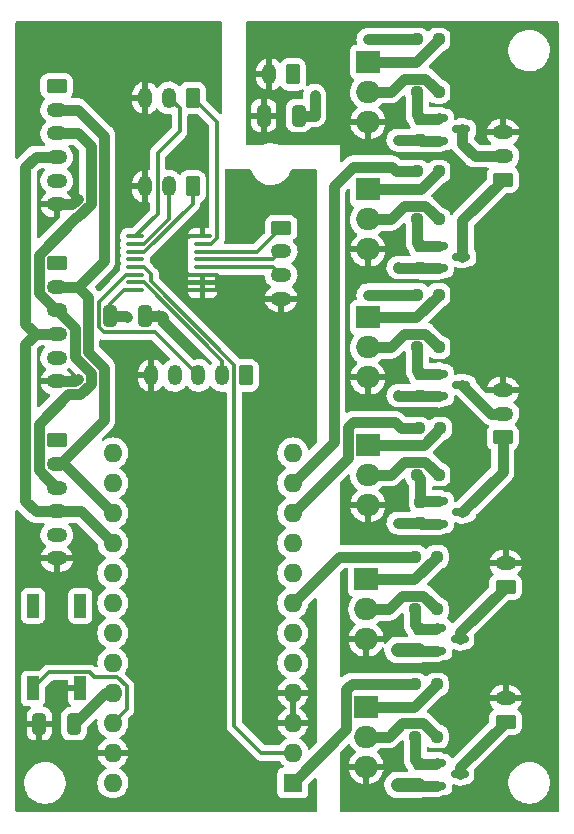
<source format=gbr>
%TF.GenerationSoftware,KiCad,Pcbnew,(6.0.9)*%
%TF.CreationDate,2023-01-21T09:36:01-09:00*%
%TF.ProjectId,CONTROLLER_Throttle,434f4e54-524f-44c4-9c45-525f5468726f,rev?*%
%TF.SameCoordinates,Original*%
%TF.FileFunction,Copper,L1,Top*%
%TF.FilePolarity,Positive*%
%FSLAX46Y46*%
G04 Gerber Fmt 4.6, Leading zero omitted, Abs format (unit mm)*
G04 Created by KiCad (PCBNEW (6.0.9)) date 2023-01-21 09:36:01*
%MOMM*%
%LPD*%
G01*
G04 APERTURE LIST*
G04 Aperture macros list*
%AMRoundRect*
0 Rectangle with rounded corners*
0 $1 Rounding radius*
0 $2 $3 $4 $5 $6 $7 $8 $9 X,Y pos of 4 corners*
0 Add a 4 corners polygon primitive as box body*
4,1,4,$2,$3,$4,$5,$6,$7,$8,$9,$2,$3,0*
0 Add four circle primitives for the rounded corners*
1,1,$1+$1,$2,$3*
1,1,$1+$1,$4,$5*
1,1,$1+$1,$6,$7*
1,1,$1+$1,$8,$9*
0 Add four rect primitives between the rounded corners*
20,1,$1+$1,$2,$3,$4,$5,0*
20,1,$1+$1,$4,$5,$6,$7,0*
20,1,$1+$1,$6,$7,$8,$9,0*
20,1,$1+$1,$8,$9,$2,$3,0*%
G04 Aperture macros list end*
%TA.AperFunction,ComponentPad*%
%ADD10R,2.000000X1.905000*%
%TD*%
%TA.AperFunction,ComponentPad*%
%ADD11O,2.000000X1.905000*%
%TD*%
%TA.AperFunction,ComponentPad*%
%ADD12RoundRect,0.250000X0.350000X0.625000X-0.350000X0.625000X-0.350000X-0.625000X0.350000X-0.625000X0*%
%TD*%
%TA.AperFunction,ComponentPad*%
%ADD13O,1.200000X1.750000*%
%TD*%
%TA.AperFunction,ComponentPad*%
%ADD14RoundRect,0.250000X-0.625000X0.350000X-0.625000X-0.350000X0.625000X-0.350000X0.625000X0.350000X0*%
%TD*%
%TA.AperFunction,ComponentPad*%
%ADD15O,1.750000X1.200000*%
%TD*%
%TA.AperFunction,ComponentPad*%
%ADD16RoundRect,0.250000X0.625000X-0.350000X0.625000X0.350000X-0.625000X0.350000X-0.625000X-0.350000X0*%
%TD*%
%TA.AperFunction,SMDPad,CuDef*%
%ADD17R,1.000000X2.000000*%
%TD*%
%TA.AperFunction,ComponentPad*%
%ADD18R,1.600000X1.600000*%
%TD*%
%TA.AperFunction,ComponentPad*%
%ADD19O,1.600000X1.600000*%
%TD*%
%TA.AperFunction,SMDPad,CuDef*%
%ADD20RoundRect,0.150000X-0.587500X-0.150000X0.587500X-0.150000X0.587500X0.150000X-0.587500X0.150000X0*%
%TD*%
%TA.AperFunction,SMDPad,CuDef*%
%ADD21RoundRect,0.237500X-0.250000X-0.237500X0.250000X-0.237500X0.250000X0.237500X-0.250000X0.237500X0*%
%TD*%
%TA.AperFunction,SMDPad,CuDef*%
%ADD22RoundRect,0.237500X-0.237500X0.250000X-0.237500X-0.250000X0.237500X-0.250000X0.237500X0.250000X0*%
%TD*%
%TA.AperFunction,SMDPad,CuDef*%
%ADD23RoundRect,0.100000X0.637500X0.100000X-0.637500X0.100000X-0.637500X-0.100000X0.637500X-0.100000X0*%
%TD*%
%TA.AperFunction,SMDPad,CuDef*%
%ADD24RoundRect,0.250000X0.325000X0.650000X-0.325000X0.650000X-0.325000X-0.650000X0.325000X-0.650000X0*%
%TD*%
%TA.AperFunction,SMDPad,CuDef*%
%ADD25RoundRect,0.250000X-0.325000X-0.650000X0.325000X-0.650000X0.325000X0.650000X-0.325000X0.650000X0*%
%TD*%
%TA.AperFunction,ViaPad*%
%ADD26C,0.800000*%
%TD*%
%TA.AperFunction,Conductor*%
%ADD27C,0.914400*%
%TD*%
%TA.AperFunction,Conductor*%
%ADD28C,0.304800*%
%TD*%
%TA.AperFunction,Conductor*%
%ADD29C,1.219200*%
%TD*%
G04 APERTURE END LIST*
D10*
%TO.P,Q1,1*%
%TO.N,Net-(Q1-Pad1)*%
X30190500Y-47766000D03*
D11*
%TO.P,Q1,2*%
%TO.N,Net-(Q1-Pad2)*%
X30190500Y-50306000D03*
%TO.P,Q1,3*%
%TO.N,GNDA*%
X30190500Y-52846000D03*
%TD*%
D10*
%TO.P,Q3,1*%
%TO.N,Net-(Q3-Pad1)*%
X30190500Y-58561000D03*
D11*
%TO.P,Q3,2*%
%TO.N,Net-(Q3-Pad2)*%
X30190500Y-61101000D03*
%TO.P,Q3,3*%
%TO.N,GNDA*%
X30190500Y-63641000D03*
%TD*%
D10*
%TO.P,Q10,1*%
%TO.N,Net-(Q10-Pad1)*%
X30347000Y-36381000D03*
D11*
%TO.P,Q10,2*%
%TO.N,Net-(Q10-Pad2)*%
X30347000Y-38921000D03*
%TO.P,Q10,3*%
%TO.N,GNDA*%
X30347000Y-41461000D03*
%TD*%
D10*
%TO.P,Q9,1*%
%TO.N,Net-(Q9-Pad1)*%
X30347000Y-25586000D03*
D11*
%TO.P,Q9,2*%
%TO.N,Net-(Q9-Pad2)*%
X30347000Y-28126000D03*
%TO.P,Q9,3*%
%TO.N,GNDA*%
X30347000Y-30666000D03*
%TD*%
D10*
%TO.P,Q6,1*%
%TO.N,Net-(Q6-Pad1)*%
X30347000Y-14751000D03*
D11*
%TO.P,Q6,2*%
%TO.N,Net-(Q6-Pad2)*%
X30347000Y-17291000D03*
%TO.P,Q6,3*%
%TO.N,GNDA*%
X30347000Y-19831000D03*
%TD*%
D10*
%TO.P,Q5,1*%
%TO.N,Net-(Q5-Pad1)*%
X30347000Y-3956000D03*
D11*
%TO.P,Q5,2*%
%TO.N,Net-(Q5-Pad2)*%
X30347000Y-6496000D03*
%TO.P,Q5,3*%
%TO.N,GNDA*%
X30347000Y-9036000D03*
%TD*%
D12*
%TO.P,J4,1*%
%TO.N,+5V*%
X20000000Y-30500000D03*
D13*
%TO.P,J4,2*%
%TO.N,/SDA*%
X18000000Y-30500000D03*
%TO.P,J4,3*%
%TO.N,/~{SCL}*%
X16000000Y-30500000D03*
%TO.P,J4,4*%
%TO.N,Net-(J4-Pad4)*%
X14000000Y-30500000D03*
%TO.P,J4,5*%
%TO.N,GND*%
X12000000Y-30500000D03*
%TD*%
D14*
%TO.P,J5,1*%
%TO.N,/U1P0*%
X23000000Y-18000000D03*
D15*
%TO.P,J5,2*%
%TO.N,/U1P1*%
X23000000Y-20000000D03*
%TO.P,J5,3*%
%TO.N,/U1P2*%
X23000000Y-22000000D03*
%TO.P,J5,4*%
%TO.N,GND*%
X23000000Y-24000000D03*
%TD*%
D12*
%TO.P,J8,1*%
%TO.N,+5VA*%
X24000000Y-5000000D03*
D13*
%TO.P,J8,2*%
%TO.N,GNDA*%
X22000000Y-5000000D03*
%TD*%
D16*
%TO.P,J10,1*%
%TO.N,/MAX_SOL_OUT*%
X42000000Y-59831000D03*
D15*
%TO.P,J10,2*%
%TO.N,GNDA*%
X42000000Y-57831000D03*
%TD*%
D16*
%TO.P,J9,1*%
%TO.N,/IDLE_SOL_OUT*%
X42000000Y-48401000D03*
D15*
%TO.P,J9,2*%
%TO.N,GNDA*%
X42000000Y-46401000D03*
%TD*%
D16*
%TO.P,J12,1*%
%TO.N,/OUTB_SERVO_+5VA*%
X41777000Y-35746000D03*
D15*
%TO.P,J12,2*%
%TO.N,/~{OUTB_SERVO_OUT}*%
X41777000Y-33746000D03*
%TO.P,J12,3*%
%TO.N,GNDA*%
X41777000Y-31746000D03*
%TD*%
D16*
%TO.P,J11,1*%
%TO.N,/INB_SERVO_+5VA*%
X41777000Y-13925500D03*
D15*
%TO.P,J11,2*%
%TO.N,/~{INB_SERVO_OUT}*%
X41777000Y-11925500D03*
%TO.P,J11,3*%
%TO.N,GNDA*%
X41777000Y-9925500D03*
%TD*%
D12*
%TO.P,J7,1*%
%TO.N,/U1P6*%
X15500000Y-14500000D03*
D13*
%TO.P,J7,2*%
%TO.N,/U1P5*%
X13500000Y-14500000D03*
%TO.P,J7,3*%
%TO.N,GND*%
X11500000Y-14500000D03*
%TD*%
D12*
%TO.P,J6,1*%
%TO.N,/U1P3*%
X15500000Y-7000000D03*
D13*
%TO.P,J6,2*%
%TO.N,/U1P4*%
X13500000Y-7000000D03*
%TO.P,J6,3*%
%TO.N,GND*%
X11500000Y-7000000D03*
%TD*%
D14*
%TO.P,J3,1*%
%TO.N,+5V*%
X4000000Y-6000000D03*
D15*
%TO.P,J3,2*%
%TO.N,/MISO*%
X4000000Y-8000000D03*
%TO.P,J3,3*%
%TO.N,/MOSI*%
X4000000Y-10000000D03*
%TO.P,J3,4*%
%TO.N,/SCK*%
X4000000Y-12000000D03*
%TO.P,J3,5*%
%TO.N,/CSz*%
X4000000Y-14000000D03*
%TO.P,J3,6*%
%TO.N,GND*%
X4000000Y-16000000D03*
%TD*%
D14*
%TO.P,J2,1*%
%TO.N,+5V*%
X4000000Y-21000000D03*
D15*
%TO.P,J2,2*%
%TO.N,/MISO*%
X4000000Y-23000000D03*
%TO.P,J2,3*%
%TO.N,/MOSI*%
X4000000Y-25000000D03*
%TO.P,J2,4*%
%TO.N,/SCK*%
X4000000Y-27000000D03*
%TO.P,J2,5*%
%TO.N,/CSy*%
X4000000Y-29000000D03*
%TO.P,J2,6*%
%TO.N,GND*%
X4000000Y-31000000D03*
%TD*%
D14*
%TO.P,J1,1*%
%TO.N,+5V*%
X4000000Y-36000000D03*
D15*
%TO.P,J1,2*%
%TO.N,/MISO*%
X4000000Y-38000000D03*
%TO.P,J1,3*%
%TO.N,/MOSI*%
X4000000Y-40000000D03*
%TO.P,J1,4*%
%TO.N,/SCK*%
X4000000Y-42000000D03*
%TO.P,J1,5*%
%TO.N,/CSx*%
X4000000Y-44000000D03*
%TO.P,J1,6*%
%TO.N,GND*%
X4000000Y-46000000D03*
%TD*%
D17*
%TO.P,SW1,1*%
%TO.N,/RST*%
X2000000Y-57000000D03*
%TO.P,SW1,2*%
%TO.N,Net-(SW1-Pad2)*%
X2000000Y-50000000D03*
%TO.P,SW1,3*%
%TO.N,GND*%
X6000000Y-57000000D03*
%TO.P,SW1,4*%
%TO.N,Net-(SW1-Pad4)*%
X6000000Y-50000000D03*
%TD*%
D18*
%TO.P,U1,1*%
%TO.N,/MAX_SOL_CTRL*%
X24000000Y-65000000D03*
D19*
%TO.P,U1,2*%
%TO.N,/IRQ*%
X24000000Y-62460000D03*
%TO.P,U1,3*%
%TO.N,GND*%
X24000000Y-59920000D03*
%TO.P,U1,4*%
X24000000Y-57380000D03*
%TO.P,U1,5*%
%TO.N,/SDA*%
X24000000Y-54840000D03*
%TO.P,U1,6*%
%TO.N,/~{SCL}*%
X24000000Y-52300000D03*
%TO.P,U1,7*%
%TO.N,/IDLE_SOL_CTRL*%
X24000000Y-49760000D03*
%TO.P,U1,8*%
%TO.N,/~{OUTB_SERVO_CTRL}*%
X24000000Y-47220000D03*
%TO.P,U1,9*%
%TO.N,/~{INB_SERVO_CTRL}*%
X24000000Y-44680000D03*
%TO.P,U1,10*%
%TO.N,/OUTB_SERVO_PWR_CTRL*%
X24000000Y-42140000D03*
%TO.P,U1,11*%
%TO.N,/INB_SERVO_PWR_CTRL*%
X24000000Y-39600000D03*
%TO.P,U1,12*%
%TO.N,Net-(U1-Pad12)*%
X24000000Y-37060000D03*
%TO.P,U1,13*%
%TO.N,Net-(U1-Pad13)*%
X8760000Y-37060000D03*
%TO.P,U1,14*%
%TO.N,/MOSI*%
X8760000Y-39600000D03*
%TO.P,U1,15*%
%TO.N,/MISO*%
X8760000Y-42140000D03*
%TO.P,U1,16*%
%TO.N,/SCK*%
X8760000Y-44680000D03*
%TO.P,U1,17*%
%TO.N,/CSx*%
X8760000Y-47220000D03*
%TO.P,U1,18*%
%TO.N,/CSy*%
X8760000Y-49760000D03*
%TO.P,U1,19*%
%TO.N,/CSz*%
X8760000Y-52300000D03*
%TO.P,U1,20*%
%TO.N,Net-(U1-Pad20)*%
X8760000Y-54840000D03*
%TO.P,U1,21*%
%TO.N,+5V*%
X8760000Y-57380000D03*
%TO.P,U1,22*%
%TO.N,/RST*%
X8760000Y-59920000D03*
%TO.P,U1,23*%
%TO.N,GND*%
X8760000Y-62460000D03*
%TO.P,U1,24*%
%TO.N,Net-(U1-Pad24)*%
X8760000Y-65000000D03*
%TD*%
D20*
%TO.P,Q4,1*%
%TO.N,Net-(Q4-Pad1)*%
X36238000Y-63326000D03*
%TO.P,Q4,2*%
%TO.N,+5VA*%
X36238000Y-65226000D03*
%TO.P,Q4,3*%
%TO.N,/MAX_SOL_OUT*%
X38113000Y-64276000D03*
%TD*%
%TO.P,Q2,1*%
%TO.N,Net-(Q2-Pad1)*%
X36238000Y-51896000D03*
%TO.P,Q2,2*%
%TO.N,+5VA*%
X36238000Y-53796000D03*
%TO.P,Q2,3*%
%TO.N,/IDLE_SOL_OUT*%
X38113000Y-52846000D03*
%TD*%
%TO.P,Q12,1*%
%TO.N,Net-(Q12-Pad1)*%
X36394500Y-41146000D03*
%TO.P,Q12,2*%
%TO.N,+5VA*%
X36394500Y-43046000D03*
%TO.P,Q12,3*%
%TO.N,/OUTB_SERVO_+5VA*%
X38269500Y-42096000D03*
%TD*%
%TO.P,Q11,1*%
%TO.N,Net-(Q11-Pad1)*%
X36394500Y-30351000D03*
%TO.P,Q11,2*%
%TO.N,+5VA*%
X36394500Y-32251000D03*
%TO.P,Q11,3*%
%TO.N,/~{OUTB_SERVO_OUT}*%
X38269500Y-31301000D03*
%TD*%
%TO.P,Q8,1*%
%TO.N,Net-(Q8-Pad1)*%
X36394500Y-19516000D03*
%TO.P,Q8,2*%
%TO.N,+5VA*%
X36394500Y-21416000D03*
%TO.P,Q8,3*%
%TO.N,/INB_SERVO_+5VA*%
X38269500Y-20466000D03*
%TD*%
%TO.P,Q7,1*%
%TO.N,Net-(Q7-Pad1)*%
X36394500Y-8721000D03*
%TO.P,Q7,2*%
%TO.N,+5VA*%
X36394500Y-10621000D03*
%TO.P,Q7,3*%
%TO.N,/~{INB_SERVO_OUT}*%
X38269500Y-9671000D03*
%TD*%
D21*
%TO.P,R4,1*%
%TO.N,Net-(Q4-Pad1)*%
X34358000Y-61101000D03*
%TO.P,R4,2*%
%TO.N,Net-(Q3-Pad2)*%
X36183000Y-61101000D03*
%TD*%
D22*
%TO.P,R2,1*%
%TO.N,Net-(Q2-Pad1)*%
X34635500Y-51933500D03*
%TO.P,R2,2*%
%TO.N,+5VA*%
X34635500Y-53758500D03*
%TD*%
D21*
%TO.P,R3,1*%
%TO.N,/IDLE_SOL_CTRL*%
X34358000Y-45861000D03*
%TO.P,R3,2*%
%TO.N,Net-(Q1-Pad1)*%
X36183000Y-45861000D03*
%TD*%
D22*
%TO.P,R5,1*%
%TO.N,Net-(Q4-Pad1)*%
X34635500Y-63363500D03*
%TO.P,R5,2*%
%TO.N,+5VA*%
X34635500Y-65188500D03*
%TD*%
D21*
%TO.P,R1,1*%
%TO.N,Net-(Q2-Pad1)*%
X34358000Y-50306000D03*
%TO.P,R1,2*%
%TO.N,Net-(Q1-Pad2)*%
X36183000Y-50306000D03*
%TD*%
%TO.P,R6,1*%
%TO.N,/MAX_SOL_CTRL*%
X34358000Y-56656000D03*
%TO.P,R6,2*%
%TO.N,Net-(Q3-Pad1)*%
X36183000Y-56656000D03*
%TD*%
%TO.P,R18,1*%
%TO.N,/OUTB_SERVO_PWR_CTRL*%
X34641500Y-34984000D03*
%TO.P,R18,2*%
%TO.N,Net-(Q10-Pad1)*%
X36466500Y-34984000D03*
%TD*%
%TO.P,R17,1*%
%TO.N,/~{OUTB_SERVO_CTRL}*%
X34514500Y-23681000D03*
%TO.P,R17,2*%
%TO.N,Net-(Q9-Pad1)*%
X36339500Y-23681000D03*
%TD*%
D22*
%TO.P,R16,1*%
%TO.N,Net-(Q12-Pad1)*%
X34792000Y-41183500D03*
%TO.P,R16,2*%
%TO.N,+5VA*%
X34792000Y-43008500D03*
%TD*%
%TO.P,R15,1*%
%TO.N,Net-(Q11-Pad1)*%
X34792000Y-30388500D03*
%TO.P,R15,2*%
%TO.N,+5VA*%
X34792000Y-32213500D03*
%TD*%
D21*
%TO.P,R14,1*%
%TO.N,Net-(Q12-Pad1)*%
X34514500Y-38921000D03*
%TO.P,R14,2*%
%TO.N,Net-(Q10-Pad2)*%
X36339500Y-38921000D03*
%TD*%
%TO.P,R13,1*%
%TO.N,Net-(Q11-Pad1)*%
X34514500Y-28126000D03*
%TO.P,R13,2*%
%TO.N,Net-(Q9-Pad2)*%
X36339500Y-28126000D03*
%TD*%
%TO.P,R12,1*%
%TO.N,/INB_SERVO_PWR_CTRL*%
X34514500Y-13227000D03*
%TO.P,R12,2*%
%TO.N,Net-(Q6-Pad1)*%
X36339500Y-13227000D03*
%TD*%
%TO.P,R11,1*%
%TO.N,/~{INB_SERVO_CTRL}*%
X34514500Y-2051000D03*
%TO.P,R11,2*%
%TO.N,Net-(Q5-Pad1)*%
X36339500Y-2051000D03*
%TD*%
D22*
%TO.P,R10,1*%
%TO.N,Net-(Q8-Pad1)*%
X34792000Y-19553500D03*
%TO.P,R10,2*%
%TO.N,+5VA*%
X34792000Y-21378500D03*
%TD*%
%TO.P,R9,1*%
%TO.N,Net-(Q7-Pad1)*%
X34792000Y-8758500D03*
%TO.P,R9,2*%
%TO.N,+5VA*%
X34792000Y-10583500D03*
%TD*%
D21*
%TO.P,R8,1*%
%TO.N,Net-(Q8-Pad1)*%
X34514500Y-17291000D03*
%TO.P,R8,2*%
%TO.N,Net-(Q6-Pad2)*%
X36339500Y-17291000D03*
%TD*%
%TO.P,R7,1*%
%TO.N,Net-(Q7-Pad1)*%
X34514500Y-6496000D03*
%TO.P,R7,2*%
%TO.N,Net-(Q5-Pad2)*%
X36339500Y-6496000D03*
%TD*%
D23*
%TO.P,U2,1*%
%TO.N,GND*%
X16362500Y-23275000D03*
%TO.P,U2,2*%
X16362500Y-22625000D03*
%TO.P,U2,3*%
X16362500Y-21975000D03*
%TO.P,U2,4*%
%TO.N,/U1P2*%
X16362500Y-21325000D03*
%TO.P,U2,5*%
%TO.N,/U1P1*%
X16362500Y-20675000D03*
%TO.P,U2,6*%
%TO.N,/U1P0*%
X16362500Y-20025000D03*
%TO.P,U2,7*%
%TO.N,/U1P3*%
X16362500Y-19375000D03*
%TO.P,U2,8*%
%TO.N,GND*%
X16362500Y-18725000D03*
%TO.P,U2,9*%
%TO.N,/U1P4*%
X10637500Y-18725000D03*
%TO.P,U2,10*%
%TO.N,/U1P5*%
X10637500Y-19375000D03*
%TO.P,U2,11*%
%TO.N,/U1P6*%
X10637500Y-20025000D03*
%TO.P,U2,12*%
%TO.N,Net-(U2-Pad12)*%
X10637500Y-20675000D03*
%TO.P,U2,13*%
%TO.N,/IRQ*%
X10637500Y-21325000D03*
%TO.P,U2,14*%
%TO.N,/~{SCL}*%
X10637500Y-21975000D03*
%TO.P,U2,15*%
%TO.N,/SDA*%
X10637500Y-22625000D03*
%TO.P,U2,16*%
%TO.N,+5V*%
X10637500Y-23275000D03*
%TD*%
D24*
%TO.P,C2,1*%
%TO.N,+5V*%
X5475000Y-60000000D03*
%TO.P,C2,2*%
%TO.N,GND*%
X2525000Y-60000000D03*
%TD*%
D25*
%TO.P,C1,1*%
%TO.N,+5V*%
X8525000Y-25500000D03*
%TO.P,C1,2*%
%TO.N,GND*%
X11475000Y-25500000D03*
%TD*%
D24*
%TO.P,C3,1*%
%TO.N,+5VA*%
X24475000Y-8500000D03*
%TO.P,C3,2*%
%TO.N,GNDA*%
X21525000Y-8500000D03*
%TD*%
D26*
%TO.N,GND*%
X13004000Y-25558000D03*
X15417000Y-24415000D03*
X20500000Y-35000000D03*
X21500000Y-35000000D03*
X22500000Y-35000000D03*
X17500000Y-35000000D03*
X17500000Y-36000000D03*
X17500000Y-37000000D03*
X5765000Y-15525000D03*
X9829000Y-12477000D03*
X17576000Y-7143000D03*
X17576000Y-6254000D03*
X17576000Y-5365000D03*
X16433000Y-9556000D03*
X16433000Y-10445000D03*
X16433000Y-11334000D03*
X5765000Y-30765000D03*
X9067000Y-28225000D03*
%TO.N,+5V*%
X9956000Y-25558000D03*
%TO.N,+5VA*%
X32887000Y-10560000D03*
X32887000Y-21355000D03*
X32887000Y-32190000D03*
X32887000Y-42985000D03*
X32857500Y-53735000D03*
X32857500Y-65165000D03*
X25831000Y-8540000D03*
X25831000Y-6762000D03*
X25831000Y-7651000D03*
%TO.N,/MAX_SOL_CTRL*%
X30190500Y-56656000D03*
%TO.N,/~{INB_SERVO_CTRL}*%
X30347000Y-2051000D03*
%TO.N,/~{OUTB_SERVO_CTRL}*%
X30347000Y-23681000D03*
%TD*%
D27*
%TO.N,GND*%
X12946000Y-25500000D02*
X13004000Y-25558000D01*
X11475000Y-25500000D02*
X12946000Y-25500000D01*
D28*
X16362500Y-23275000D02*
X17573000Y-23275000D01*
X17573000Y-23275000D02*
X17576000Y-23272000D01*
X17576000Y-23272000D02*
X17576000Y-22637000D01*
X16374500Y-22637000D02*
X16362500Y-22625000D01*
X17576000Y-22637000D02*
X16374500Y-22637000D01*
X17576000Y-22637000D02*
X17576000Y-22002000D01*
X16389500Y-22002000D02*
X16362500Y-21975000D01*
X17576000Y-22002000D02*
X16389500Y-22002000D01*
D27*
X4000000Y-16000000D02*
X5290000Y-16000000D01*
X5290000Y-16000000D02*
X5765000Y-15525000D01*
D28*
X16362500Y-21975000D02*
X15025000Y-21975000D01*
X16362500Y-22625000D02*
X14921000Y-22625000D01*
X16362500Y-23275000D02*
X14912000Y-23275000D01*
X16362500Y-18725000D02*
X15061000Y-18725000D01*
D27*
X5530000Y-31000000D02*
X5765000Y-30765000D01*
X4000000Y-31000000D02*
X5530000Y-31000000D01*
%TO.N,/SCK*%
X6080000Y-42000000D02*
X4000000Y-42000000D01*
X8760000Y-44680000D02*
X6080000Y-42000000D01*
X1353379Y-41142779D02*
X1353379Y-27857221D01*
X4000000Y-42000000D02*
X2210600Y-42000000D01*
X1353379Y-27857221D02*
X2210600Y-27000000D01*
X2210600Y-42000000D02*
X1353379Y-41142779D01*
X4000000Y-27000000D02*
X2210600Y-27000000D01*
X2210600Y-27000000D02*
X1353379Y-26142779D01*
X1353379Y-26142779D02*
X1353379Y-12857221D01*
X1353379Y-12857221D02*
X2210600Y-12000000D01*
X2210600Y-12000000D02*
X4000000Y-12000000D01*
%TO.N,/MOSI*%
X5789400Y-10000000D02*
X4000000Y-10000000D01*
X6879410Y-11090010D02*
X5789400Y-10000000D01*
X2467790Y-20271224D02*
X5624603Y-17114411D01*
X5751604Y-17114411D02*
X6879410Y-15986604D01*
X5624603Y-17114411D02*
X5751604Y-17114411D01*
X3947037Y-25000000D02*
X2467790Y-23520753D01*
X4000000Y-25000000D02*
X3947037Y-25000000D01*
X2467790Y-23520753D02*
X2467790Y-20271224D01*
X6879410Y-15986604D02*
X6879410Y-11090010D01*
X5532210Y-28956196D02*
X5532210Y-26479247D01*
X4052963Y-25000000D02*
X4000000Y-25000000D01*
X4000000Y-40000000D02*
X3947037Y-40000000D01*
X3947037Y-40000000D02*
X2467790Y-38520753D01*
X5532210Y-26479247D02*
X4052963Y-25000000D01*
X6879410Y-30303396D02*
X5532210Y-28956196D01*
X6879410Y-31226604D02*
X6879410Y-30303396D01*
X5991604Y-32114411D02*
X6879410Y-31226604D01*
X2467790Y-38520753D02*
X2467790Y-34585173D01*
X4938552Y-32114411D02*
X5991604Y-32114411D01*
X2467790Y-34585173D02*
X4938552Y-32114411D01*
%TO.N,/MISO*%
X4620000Y-38000000D02*
X4000000Y-38000000D01*
X8760000Y-42140000D02*
X4620000Y-38000000D01*
X4000000Y-23000000D02*
X5789400Y-23000000D01*
X5789400Y-23000000D02*
X7993821Y-20795579D01*
X7993821Y-20795579D02*
X7993821Y-10204421D01*
X5789400Y-8000000D02*
X4000000Y-8000000D01*
X7993821Y-10204421D02*
X5789400Y-8000000D01*
X6646621Y-23857221D02*
X5789400Y-23000000D01*
X6646621Y-28494592D02*
X6646621Y-23857221D01*
X7993821Y-29841792D02*
X6646621Y-28494592D01*
X4275000Y-38000000D02*
X7993821Y-34281179D01*
X7993821Y-34281179D02*
X7993821Y-29841792D01*
X4000000Y-38000000D02*
X4275000Y-38000000D01*
%TO.N,+5V*%
X8095000Y-57380000D02*
X5475000Y-60000000D01*
X8760000Y-57380000D02*
X8095000Y-57380000D01*
D28*
X10637500Y-23275000D02*
X9699000Y-23275000D01*
X8525000Y-24449000D02*
X8525000Y-25500000D01*
X9699000Y-23275000D02*
X8525000Y-24449000D01*
D27*
X9898000Y-25500000D02*
X9956000Y-25558000D01*
X8525000Y-25500000D02*
X9898000Y-25500000D01*
%TO.N,Net-(Q1-Pad2)*%
X32104900Y-50306000D02*
X30190500Y-50306000D01*
X33237110Y-49173790D02*
X32104900Y-50306000D01*
X36183000Y-50306000D02*
X35050790Y-49173790D01*
X35050790Y-49173790D02*
X33237110Y-49173790D01*
%TO.N,Net-(Q1-Pad1)*%
X36183000Y-45861000D02*
X34278000Y-47766000D01*
X34278000Y-47766000D02*
X30190500Y-47766000D01*
D28*
%TO.N,/RST*%
X6781921Y-55647599D02*
X3352401Y-55647599D01*
X7126723Y-55992401D02*
X6781921Y-55647599D01*
X9077955Y-55992401D02*
X7126723Y-55992401D01*
X9912401Y-56826847D02*
X9077955Y-55992401D01*
X9912401Y-58767599D02*
X9912401Y-56826847D01*
X3352401Y-55647599D02*
X2000000Y-57000000D01*
X8760000Y-59920000D02*
X9912401Y-58767599D01*
D27*
%TO.N,+5VA*%
X34829500Y-10621000D02*
X34792000Y-10583500D01*
X36332000Y-10621000D02*
X34829500Y-10621000D01*
X32910500Y-10583500D02*
X32887000Y-10560000D01*
X34792000Y-10583500D02*
X32910500Y-10583500D01*
X34829500Y-21416000D02*
X34792000Y-21378500D01*
X36332000Y-21416000D02*
X34829500Y-21416000D01*
X32910500Y-21378500D02*
X32887000Y-21355000D01*
X34792000Y-21378500D02*
X32910500Y-21378500D01*
X36294500Y-32213500D02*
X36332000Y-32251000D01*
X34792000Y-32213500D02*
X36294500Y-32213500D01*
X32910500Y-32213500D02*
X32887000Y-32190000D01*
X34792000Y-32213500D02*
X32910500Y-32213500D01*
X34829500Y-43046000D02*
X34792000Y-43008500D01*
X36332000Y-43046000D02*
X34829500Y-43046000D01*
X32910500Y-43008500D02*
X32887000Y-42985000D01*
X34792000Y-43008500D02*
X32910500Y-43008500D01*
X36175500Y-65226000D02*
X34673000Y-65226000D01*
D29*
X32881000Y-53758500D02*
X32857500Y-53735000D01*
X34635500Y-65188500D02*
X32881000Y-65188500D01*
X32881000Y-65188500D02*
X32857500Y-65165000D01*
X34635500Y-53758500D02*
X32881000Y-53758500D01*
D27*
X34673000Y-65226000D02*
X34635500Y-65188500D01*
X36175500Y-53796000D02*
X34673000Y-53796000D01*
X34673000Y-53796000D02*
X34635500Y-53758500D01*
X25791000Y-8500000D02*
X25831000Y-8540000D01*
X24475000Y-8500000D02*
X25791000Y-8500000D01*
X25831000Y-8540000D02*
X25831000Y-7651000D01*
X25831000Y-6762000D02*
X25831000Y-6762000D01*
X25831000Y-7651000D02*
X25831000Y-6762000D01*
D28*
%TO.N,/~{SCL}*%
X12328000Y-26828000D02*
X16000000Y-30500000D01*
X8026060Y-26828000D02*
X12328000Y-26828000D01*
X7597590Y-24277410D02*
X7597590Y-26399530D01*
X9900000Y-21975000D02*
X7597590Y-24277410D01*
X7597590Y-26399530D02*
X8026060Y-26828000D01*
X10637500Y-21975000D02*
X9900000Y-21975000D01*
%TO.N,/SDA*%
X10637500Y-22625000D02*
X11364808Y-22625000D01*
X11364808Y-22625000D02*
X18000000Y-29260192D01*
X18000000Y-29260192D02*
X18000000Y-30500000D01*
%TO.N,/U1P2*%
X22325000Y-21325000D02*
X23000000Y-22000000D01*
X16362500Y-21325000D02*
X22325000Y-21325000D01*
%TO.N,/U1P1*%
X22325000Y-20675000D02*
X23000000Y-20000000D01*
X16362500Y-20675000D02*
X22325000Y-20675000D01*
%TO.N,/U1P0*%
X20975000Y-20025000D02*
X23000000Y-18000000D01*
X16362500Y-20025000D02*
X20975000Y-20025000D01*
%TO.N,/U1P4*%
X10637500Y-18725000D02*
X12547590Y-16814910D01*
X12547590Y-16814910D02*
X12547590Y-11663410D01*
X12547590Y-11663410D02*
X14401000Y-9810000D01*
X14401000Y-7901000D02*
X13500000Y-7000000D01*
X14401000Y-9810000D02*
X14401000Y-7901000D01*
%TO.N,/U1P3*%
X17100000Y-19375000D02*
X17576000Y-18899000D01*
X16362500Y-19375000D02*
X17100000Y-19375000D01*
X17576000Y-9076000D02*
X15500000Y-7000000D01*
X17576000Y-18899000D02*
X17576000Y-9076000D01*
%TO.N,/U1P6*%
X11428718Y-20025000D02*
X15500000Y-15953718D01*
X10637500Y-20025000D02*
X11428718Y-20025000D01*
X15500000Y-15953718D02*
X15500000Y-14500000D01*
%TO.N,/U1P5*%
X13500000Y-17239808D02*
X13500000Y-14500000D01*
X11364808Y-19375000D02*
X13500000Y-17239808D01*
X10637500Y-19375000D02*
X11364808Y-19375000D01*
D27*
%TO.N,/IDLE_SOL_OUT*%
X38175500Y-52225500D02*
X42000000Y-48401000D01*
X38175500Y-52846000D02*
X38175500Y-52225500D01*
%TO.N,/MAX_SOL_OUT*%
X38175500Y-63655500D02*
X42000000Y-59831000D01*
X38175500Y-64276000D02*
X38175500Y-63655500D01*
%TO.N,/~{INB_SERVO_OUT}*%
X38332000Y-10881000D02*
X38332000Y-9671000D01*
X39376500Y-11925500D02*
X38332000Y-10881000D01*
X41777000Y-11925500D02*
X39376500Y-11925500D01*
%TO.N,/INB_SERVO_+5VA*%
X38332000Y-17370500D02*
X41777000Y-13925500D01*
X38332000Y-20466000D02*
X38332000Y-17370500D01*
%TO.N,/~{OUTB_SERVO_OUT}*%
X40777000Y-33746000D02*
X41777000Y-33746000D01*
X38332000Y-31301000D02*
X40777000Y-33746000D01*
%TO.N,/OUTB_SERVO_+5VA*%
X41777000Y-38651000D02*
X38332000Y-42096000D01*
X41777000Y-35746000D02*
X41777000Y-38651000D01*
%TO.N,Net-(Q2-Pad1)*%
X34635500Y-51933500D02*
X36138000Y-51933500D01*
X36138000Y-51933500D02*
X36175500Y-51896000D01*
X34358000Y-51656000D02*
X34635500Y-51933500D01*
X34358000Y-50306000D02*
X34358000Y-51656000D01*
%TO.N,Net-(Q3-Pad2)*%
X35050790Y-59968790D02*
X33237110Y-59968790D01*
X33237110Y-59968790D02*
X32104900Y-61101000D01*
X32104900Y-61101000D02*
X30190500Y-61101000D01*
X36183000Y-61101000D02*
X35050790Y-59968790D01*
%TO.N,Net-(Q3-Pad1)*%
X36183000Y-56656000D02*
X34278000Y-58561000D01*
X34278000Y-58561000D02*
X30190500Y-58561000D01*
%TO.N,Net-(Q4-Pad1)*%
X34358000Y-61101000D02*
X34358000Y-63086000D01*
X34358000Y-63086000D02*
X34635500Y-63363500D01*
X34635500Y-63363500D02*
X36138000Y-63363500D01*
X36138000Y-63363500D02*
X36175500Y-63326000D01*
%TO.N,Net-(Q5-Pad2)*%
X32261400Y-6496000D02*
X30347000Y-6496000D01*
X33393610Y-5363790D02*
X32261400Y-6496000D01*
X35207290Y-5363790D02*
X33393610Y-5363790D01*
X36339500Y-6496000D02*
X35207290Y-5363790D01*
%TO.N,Net-(Q5-Pad1)*%
X34434500Y-3956000D02*
X30347000Y-3956000D01*
X36339500Y-2051000D02*
X34434500Y-3956000D01*
%TO.N,Net-(Q6-Pad2)*%
X32261400Y-17291000D02*
X30347000Y-17291000D01*
X33393610Y-16158790D02*
X32261400Y-17291000D01*
X35207290Y-16158790D02*
X33393610Y-16158790D01*
X36339500Y-17291000D02*
X35207290Y-16158790D01*
%TO.N,Net-(Q6-Pad1)*%
X34815500Y-14751000D02*
X30347000Y-14751000D01*
X36339500Y-13227000D02*
X34815500Y-14751000D01*
%TO.N,Net-(Q7-Pad1)*%
X34514500Y-8481000D02*
X34792000Y-8758500D01*
X34514500Y-6496000D02*
X34514500Y-8481000D01*
X36294500Y-8758500D02*
X36332000Y-8721000D01*
X34792000Y-8758500D02*
X36294500Y-8758500D01*
%TO.N,Net-(Q8-Pad1)*%
X34514500Y-19276000D02*
X34792000Y-19553500D01*
X34514500Y-17291000D02*
X34514500Y-19276000D01*
X36294500Y-19553500D02*
X36332000Y-19516000D01*
X34792000Y-19553500D02*
X36294500Y-19553500D01*
%TO.N,Net-(Q9-Pad2)*%
X32261400Y-28126000D02*
X30347000Y-28126000D01*
X33393610Y-26993790D02*
X32261400Y-28126000D01*
X35207290Y-26993790D02*
X33393610Y-26993790D01*
X36339500Y-28126000D02*
X35207290Y-26993790D01*
%TO.N,Net-(Q9-Pad1)*%
X34434500Y-25586000D02*
X30347000Y-25586000D01*
X36339500Y-23681000D02*
X34434500Y-25586000D01*
%TO.N,Net-(Q10-Pad2)*%
X32261400Y-38921000D02*
X30347000Y-38921000D01*
X33393610Y-37788790D02*
X32261400Y-38921000D01*
X35207290Y-37788790D02*
X33393610Y-37788790D01*
X36339500Y-38921000D02*
X35207290Y-37788790D01*
%TO.N,Net-(Q10-Pad1)*%
X35069500Y-36381000D02*
X30347000Y-36381000D01*
X36466500Y-34984000D02*
X35069500Y-36381000D01*
%TO.N,Net-(Q11-Pad1)*%
X34514500Y-30111000D02*
X34792000Y-30388500D01*
X34514500Y-28126000D02*
X34514500Y-30111000D01*
X36294500Y-30388500D02*
X36332000Y-30351000D01*
X34792000Y-30388500D02*
X36294500Y-30388500D01*
%TO.N,Net-(Q12-Pad1)*%
X34829500Y-41146000D02*
X34792000Y-41183500D01*
X36332000Y-41146000D02*
X34829500Y-41146000D01*
X34792000Y-39198500D02*
X34514500Y-38921000D01*
X34792000Y-41183500D02*
X34792000Y-39198500D01*
%TO.N,/IDLE_SOL_CTRL*%
X30190500Y-45861000D02*
X30190500Y-45861000D01*
X34358000Y-45861000D02*
X30190500Y-45861000D01*
X27899000Y-45861000D02*
X30190500Y-45861000D01*
X24000000Y-49760000D02*
X27899000Y-45861000D01*
%TO.N,/MAX_SOL_CTRL*%
X34358000Y-56656000D02*
X30190500Y-56656000D01*
X28960038Y-56656000D02*
X30190500Y-56656000D01*
X28533299Y-57082739D02*
X28960038Y-56656000D01*
X28533299Y-60466701D02*
X28533299Y-57082739D01*
X24000000Y-65000000D02*
X28533299Y-60466701D01*
%TO.N,/~{INB_SERVO_CTRL}*%
X34514500Y-2051000D02*
X30347000Y-2051000D01*
%TO.N,/INB_SERVO_PWR_CTRL*%
X32760000Y-13227000D02*
X34514500Y-13227000D01*
X32379000Y-12846000D02*
X32760000Y-13227000D01*
X27482000Y-14480538D02*
X29116538Y-12846000D01*
X27482000Y-36118000D02*
X27482000Y-14480538D01*
X29116538Y-12846000D02*
X32379000Y-12846000D01*
X24000000Y-39600000D02*
X27482000Y-36118000D01*
%TO.N,/~{OUTB_SERVO_CTRL}*%
X34514500Y-23681000D02*
X30347000Y-23681000D01*
%TO.N,/OUTB_SERVO_PWR_CTRL*%
X34641500Y-34984000D02*
X33141000Y-34984000D01*
X32633000Y-34476000D02*
X30347000Y-34476000D01*
X33141000Y-34984000D02*
X32633000Y-34476000D01*
X29116538Y-34476000D02*
X30347000Y-34476000D01*
X28689799Y-34902739D02*
X29116538Y-34476000D01*
X28689799Y-37450201D02*
X28689799Y-34902739D01*
X24000000Y-42140000D02*
X28689799Y-37450201D01*
D28*
%TO.N,/IRQ*%
X21331000Y-62460000D02*
X24000000Y-62460000D01*
X19047590Y-60176590D02*
X21331000Y-62460000D01*
X19047590Y-29593872D02*
X19047590Y-60176590D01*
X11988000Y-22534282D02*
X19047590Y-29593872D01*
X11988000Y-21938000D02*
X11988000Y-22534282D01*
X11375000Y-21325000D02*
X11988000Y-21938000D01*
X10637500Y-21325000D02*
X11375000Y-21325000D01*
%TD*%
%TA.AperFunction,Conductor*%
%TO.N,GNDA*%
G36*
X46433621Y-528502D02*
G01*
X46480114Y-582158D01*
X46491500Y-634500D01*
X46491500Y-67365500D01*
X46471498Y-67433621D01*
X46417842Y-67480114D01*
X46365500Y-67491500D01*
X28126000Y-67491500D01*
X28057879Y-67471498D01*
X28011386Y-67417842D01*
X28000000Y-67365500D01*
X28000000Y-63913194D01*
X28707073Y-63913194D01*
X28716610Y-63975515D01*
X28718999Y-63985543D01*
X28790398Y-64203988D01*
X28794395Y-64213497D01*
X28900511Y-64417344D01*
X28906005Y-64426069D01*
X29043993Y-64609852D01*
X29050836Y-64617559D01*
X29216991Y-64776339D01*
X29225001Y-64782826D01*
X29414847Y-64912330D01*
X29423821Y-64917429D01*
X29632269Y-65014187D01*
X29641956Y-65017750D01*
X29863408Y-65079165D01*
X29873530Y-65081096D01*
X29918487Y-65085901D01*
X29933108Y-65083253D01*
X29936353Y-65071412D01*
X30444500Y-65071412D01*
X30448825Y-65086141D01*
X30460611Y-65088202D01*
X30472204Y-65087249D01*
X30482366Y-65085567D01*
X30705271Y-65029578D01*
X30715019Y-65026259D01*
X30925789Y-64934615D01*
X30934864Y-64929749D01*
X31127827Y-64804915D01*
X31135998Y-64798622D01*
X31305980Y-64643950D01*
X31313006Y-64636417D01*
X31455445Y-64456056D01*
X31461150Y-64447469D01*
X31572214Y-64246278D01*
X31576444Y-64236866D01*
X31653159Y-64020232D01*
X31655793Y-64010261D01*
X31673147Y-63912837D01*
X31671687Y-63899540D01*
X31657130Y-63895000D01*
X30462615Y-63895000D01*
X30447376Y-63899475D01*
X30446171Y-63900865D01*
X30444500Y-63908548D01*
X30444500Y-65071412D01*
X29936353Y-65071412D01*
X29936500Y-65070876D01*
X29936500Y-63913115D01*
X29932025Y-63897876D01*
X29930635Y-63896671D01*
X29922952Y-63895000D01*
X28722404Y-63895000D01*
X28709060Y-63898918D01*
X28707073Y-63913194D01*
X28000000Y-63913194D01*
X28000000Y-62417896D01*
X28020002Y-62349775D01*
X28036905Y-62328801D01*
X28637530Y-61728176D01*
X28699842Y-61694150D01*
X28770657Y-61699215D01*
X28827493Y-61741762D01*
X28838388Y-61759091D01*
X28896343Y-61870420D01*
X28902475Y-61882200D01*
X28905585Y-61886342D01*
X29042650Y-62068895D01*
X29046723Y-62074320D01*
X29220412Y-62240301D01*
X29257851Y-62265840D01*
X29302852Y-62320751D01*
X29311023Y-62391275D01*
X29279769Y-62455022D01*
X29255290Y-62475716D01*
X29253174Y-62477085D01*
X29245002Y-62483378D01*
X29075020Y-62638050D01*
X29067994Y-62645583D01*
X28925555Y-62825944D01*
X28919850Y-62834531D01*
X28808786Y-63035722D01*
X28804556Y-63045134D01*
X28727841Y-63261768D01*
X28725207Y-63271739D01*
X28707853Y-63369163D01*
X28709313Y-63382460D01*
X28723870Y-63387000D01*
X31658596Y-63387000D01*
X31671940Y-63383082D01*
X31673927Y-63368806D01*
X31664390Y-63306485D01*
X31662001Y-63296457D01*
X31590602Y-63078012D01*
X31586605Y-63068503D01*
X31480489Y-62864656D01*
X31474995Y-62855931D01*
X31337007Y-62672148D01*
X31330164Y-62664441D01*
X31164009Y-62505661D01*
X31156002Y-62499177D01*
X31123144Y-62476763D01*
X31078141Y-62421852D01*
X31069968Y-62351328D01*
X31101222Y-62287580D01*
X31125704Y-62266884D01*
X31128135Y-62265311D01*
X31132477Y-62262502D01*
X31310170Y-62100814D01*
X31311542Y-62102322D01*
X31365140Y-62070586D01*
X31396190Y-62066700D01*
X32089260Y-62066700D01*
X32092778Y-62066749D01*
X32169609Y-62068895D01*
X32169611Y-62068895D01*
X32175991Y-62069073D01*
X32199243Y-62064973D01*
X32233176Y-62058990D01*
X32242322Y-62057721D01*
X32293735Y-62052499D01*
X32293738Y-62052498D01*
X32300082Y-62051854D01*
X32306170Y-62049946D01*
X32306171Y-62049946D01*
X32326312Y-62043634D01*
X32342111Y-62039782D01*
X32369197Y-62035006D01*
X32423190Y-62013628D01*
X32431864Y-62010556D01*
X32487292Y-61993186D01*
X32492879Y-61990089D01*
X32492884Y-61990087D01*
X32511342Y-61979855D01*
X32526038Y-61972908D01*
X32551607Y-61962784D01*
X32556945Y-61959291D01*
X32556947Y-61959290D01*
X32600194Y-61930990D01*
X32608091Y-61926226D01*
X32633052Y-61912390D01*
X32653299Y-61901167D01*
X32653302Y-61901165D01*
X32658880Y-61898073D01*
X32679757Y-61880180D01*
X32692757Y-61870420D01*
X32698682Y-61866543D01*
X32715769Y-61855361D01*
X32720555Y-61851051D01*
X32757998Y-61813608D01*
X32765096Y-61807035D01*
X32767434Y-61805031D01*
X32807839Y-61770400D01*
X32825917Y-61747094D01*
X32836382Y-61735224D01*
X33158111Y-61413496D01*
X33220423Y-61379471D01*
X33291239Y-61384536D01*
X33348074Y-61427083D01*
X33368385Y-61478984D01*
X33370627Y-61478500D01*
X33372082Y-61485236D01*
X33372793Y-61492093D01*
X33374974Y-61498629D01*
X33374974Y-61498631D01*
X33385824Y-61531152D01*
X33392300Y-61571028D01*
X33392300Y-63070360D01*
X33392251Y-63073877D01*
X33389927Y-63157091D01*
X33391036Y-63163380D01*
X33400010Y-63214276D01*
X33401279Y-63223422D01*
X33405453Y-63264511D01*
X33407146Y-63281182D01*
X33409054Y-63287270D01*
X33409054Y-63287271D01*
X33415366Y-63307412D01*
X33419218Y-63323211D01*
X33423994Y-63350297D01*
X33426343Y-63356229D01*
X33426343Y-63356230D01*
X33445369Y-63404282D01*
X33448444Y-63412964D01*
X33465814Y-63468392D01*
X33468911Y-63473979D01*
X33468913Y-63473984D01*
X33479145Y-63492442D01*
X33486092Y-63507138D01*
X33496216Y-63532707D01*
X33499709Y-63538045D01*
X33499710Y-63538047D01*
X33528010Y-63581294D01*
X33532774Y-63589191D01*
X33560927Y-63639980D01*
X33565078Y-63644823D01*
X33578820Y-63660857D01*
X33588580Y-63673857D01*
X33603639Y-63696869D01*
X33607949Y-63701655D01*
X33636467Y-63730173D01*
X33666895Y-63779391D01*
X33708643Y-63904523D01*
X33711228Y-63975473D01*
X33675045Y-64036557D01*
X33611581Y-64068382D01*
X33589120Y-64070400D01*
X33120537Y-64070400D01*
X33097918Y-64067962D01*
X33096773Y-64067596D01*
X33090823Y-64066881D01*
X33090822Y-64066881D01*
X32890889Y-64042863D01*
X32890885Y-64042863D01*
X32884942Y-64042149D01*
X32878967Y-64042572D01*
X32878964Y-64042572D01*
X32678105Y-64056794D01*
X32678102Y-64056795D01*
X32672121Y-64057218D01*
X32666328Y-64058765D01*
X32666327Y-64058765D01*
X32471782Y-64110711D01*
X32471780Y-64110712D01*
X32465989Y-64112258D01*
X32460594Y-64114872D01*
X32460591Y-64114873D01*
X32279384Y-64202667D01*
X32273983Y-64205284D01*
X32269177Y-64208873D01*
X32269175Y-64208874D01*
X32107836Y-64329352D01*
X32107833Y-64329354D01*
X32103033Y-64332939D01*
X31959305Y-64490616D01*
X31847987Y-64672628D01*
X31773095Y-64872405D01*
X31737330Y-65082740D01*
X31738718Y-65146336D01*
X31740205Y-65214457D01*
X31741985Y-65296043D01*
X31743246Y-65301902D01*
X31743247Y-65301907D01*
X31773516Y-65442502D01*
X31786889Y-65504618D01*
X31870425Y-65700938D01*
X31989577Y-65877920D01*
X31993358Y-65882090D01*
X32016085Y-65904817D01*
X32023141Y-65913174D01*
X32023364Y-65912981D01*
X32027289Y-65917528D01*
X32030754Y-65922413D01*
X32035081Y-65926555D01*
X32098330Y-65987103D01*
X32100294Y-65989026D01*
X32128078Y-66016810D01*
X32130389Y-66018718D01*
X32130393Y-66018722D01*
X32133864Y-66021588D01*
X32140762Y-66027723D01*
X32180539Y-66065802D01*
X32180545Y-66065806D01*
X32184873Y-66069950D01*
X32189912Y-66073204D01*
X32189915Y-66073206D01*
X32213311Y-66088312D01*
X32225195Y-66097009D01*
X32251298Y-66118565D01*
X32304905Y-66147853D01*
X32312786Y-66152542D01*
X32364110Y-66185682D01*
X32369678Y-66187926D01*
X32369680Y-66187927D01*
X32395511Y-66198337D01*
X32408824Y-66204630D01*
X32438530Y-66220860D01*
X32444240Y-66222688D01*
X32444245Y-66222690D01*
X32496689Y-66239477D01*
X32505374Y-66242613D01*
X32556434Y-66263191D01*
X32556437Y-66263192D01*
X32561998Y-66265433D01*
X32567879Y-66266582D01*
X32567884Y-66266583D01*
X32595225Y-66271922D01*
X32609479Y-66275582D01*
X32641727Y-66285904D01*
X32682225Y-66290769D01*
X32702361Y-66293188D01*
X32711481Y-66294625D01*
X32747943Y-66301745D01*
X32771396Y-66306325D01*
X32777018Y-66306600D01*
X32806465Y-66306600D01*
X32821493Y-66307499D01*
X32847611Y-66310637D01*
X32847615Y-66310637D01*
X32853558Y-66311351D01*
X32859533Y-66310928D01*
X32859536Y-66310928D01*
X32916208Y-66306915D01*
X32925107Y-66306600D01*
X34688807Y-66306600D01*
X34847889Y-66291422D01*
X35052615Y-66231362D01*
X35102472Y-66205684D01*
X35160164Y-66191700D01*
X36224527Y-66191700D01*
X36315827Y-66182426D01*
X36364333Y-66177499D01*
X36364334Y-66177499D01*
X36370682Y-66176854D01*
X36557892Y-66118186D01*
X36566939Y-66113171D01*
X36680365Y-66050298D01*
X36741451Y-66034500D01*
X36892002Y-66034500D01*
X36894450Y-66034307D01*
X36894458Y-66034307D01*
X36922921Y-66032067D01*
X36922926Y-66032066D01*
X36929331Y-66031562D01*
X37029269Y-66002528D01*
X37081488Y-65987357D01*
X37081490Y-65987356D01*
X37089101Y-65985145D01*
X37117911Y-65968107D01*
X37225480Y-65904491D01*
X37225483Y-65904489D01*
X37232307Y-65900453D01*
X37349953Y-65782807D01*
X37353989Y-65775983D01*
X37353991Y-65775980D01*
X37430608Y-65646427D01*
X37434645Y-65639601D01*
X37441047Y-65617567D01*
X37452028Y-65579769D01*
X37481062Y-65479831D01*
X37484000Y-65442502D01*
X37484000Y-65214457D01*
X37504002Y-65146336D01*
X37557658Y-65099843D01*
X37627932Y-65089739D01*
X37665629Y-65101403D01*
X37837148Y-65185801D01*
X37925376Y-65208783D01*
X38020818Y-65233644D01*
X38020821Y-65233644D01*
X38027000Y-65235254D01*
X38110962Y-65239654D01*
X38216536Y-65245187D01*
X38216540Y-65245187D01*
X38222917Y-65245521D01*
X38416898Y-65216184D01*
X38601018Y-65148441D01*
X38606434Y-65145083D01*
X38606438Y-65145081D01*
X38659326Y-65112289D01*
X38666800Y-65107655D01*
X42239858Y-65107655D01*
X42275104Y-65366638D01*
X42276412Y-65371124D01*
X42276412Y-65371126D01*
X42296098Y-65438664D01*
X42348243Y-65617567D01*
X42457668Y-65854928D01*
X42460231Y-65858837D01*
X42598410Y-66069596D01*
X42598414Y-66069601D01*
X42600976Y-66073509D01*
X42775018Y-66268506D01*
X42975970Y-66435637D01*
X42979973Y-66438066D01*
X43195422Y-66568804D01*
X43195426Y-66568806D01*
X43199419Y-66571229D01*
X43440455Y-66672303D01*
X43693783Y-66736641D01*
X43698434Y-66737109D01*
X43698438Y-66737110D01*
X43891308Y-66756531D01*
X43910867Y-66758500D01*
X44066354Y-66758500D01*
X44068679Y-66758327D01*
X44068685Y-66758327D01*
X44256000Y-66744407D01*
X44256004Y-66744406D01*
X44260652Y-66744061D01*
X44265200Y-66743032D01*
X44265206Y-66743031D01*
X44451601Y-66700853D01*
X44515577Y-66686377D01*
X44551769Y-66672303D01*
X44754824Y-66593340D01*
X44754827Y-66593339D01*
X44759177Y-66591647D01*
X44986098Y-66461951D01*
X45191357Y-66300138D01*
X45370443Y-66109763D01*
X45500413Y-65922413D01*
X45516759Y-65898851D01*
X45516761Y-65898848D01*
X45519424Y-65895009D01*
X45521492Y-65890816D01*
X45632960Y-65664781D01*
X45632961Y-65664778D01*
X45635025Y-65660593D01*
X45644182Y-65631988D01*
X45713280Y-65416123D01*
X45714707Y-65411665D01*
X45756721Y-65153693D01*
X45758389Y-65026259D01*
X45760081Y-64897022D01*
X45760081Y-64897019D01*
X45760142Y-64892345D01*
X45724896Y-64633362D01*
X45718044Y-64609852D01*
X45696520Y-64536008D01*
X45651757Y-64382433D01*
X45542332Y-64145072D01*
X45485747Y-64058765D01*
X45401590Y-63930404D01*
X45401586Y-63930399D01*
X45399024Y-63926491D01*
X45224982Y-63731494D01*
X45024030Y-63564363D01*
X44976844Y-63535730D01*
X44804578Y-63431196D01*
X44804574Y-63431194D01*
X44800581Y-63428771D01*
X44559545Y-63327697D01*
X44306217Y-63263359D01*
X44301566Y-63262891D01*
X44301562Y-63262890D01*
X44092271Y-63241816D01*
X44089133Y-63241500D01*
X43933646Y-63241500D01*
X43931321Y-63241673D01*
X43931315Y-63241673D01*
X43744000Y-63255593D01*
X43743996Y-63255594D01*
X43739348Y-63255939D01*
X43734800Y-63256968D01*
X43734794Y-63256969D01*
X43600881Y-63287271D01*
X43484423Y-63313623D01*
X43480071Y-63315315D01*
X43480069Y-63315316D01*
X43245176Y-63406660D01*
X43245173Y-63406661D01*
X43240823Y-63408353D01*
X43236769Y-63410670D01*
X43236767Y-63410671D01*
X43208264Y-63426962D01*
X43013902Y-63538049D01*
X42808643Y-63699862D01*
X42629557Y-63890237D01*
X42480576Y-64104991D01*
X42478510Y-64109181D01*
X42478508Y-64109184D01*
X42368165Y-64332939D01*
X42364975Y-64339407D01*
X42363553Y-64343850D01*
X42363552Y-64343852D01*
X42316573Y-64490616D01*
X42285293Y-64588335D01*
X42243279Y-64846307D01*
X42242860Y-64878316D01*
X42240093Y-65089739D01*
X42239858Y-65107655D01*
X38666800Y-65107655D01*
X38673641Y-65103413D01*
X38740037Y-65084500D01*
X38767002Y-65084500D01*
X38769450Y-65084307D01*
X38769458Y-65084307D01*
X38797921Y-65082067D01*
X38797926Y-65082066D01*
X38804331Y-65081562D01*
X38904269Y-65052528D01*
X38956488Y-65037357D01*
X38956490Y-65037356D01*
X38964101Y-65035145D01*
X38999539Y-65014187D01*
X39100480Y-64954491D01*
X39100483Y-64954489D01*
X39107307Y-64950453D01*
X39224953Y-64832807D01*
X39228989Y-64825983D01*
X39228991Y-64825980D01*
X39305608Y-64696427D01*
X39309645Y-64689601D01*
X39312946Y-64678241D01*
X39354267Y-64536008D01*
X39356062Y-64529831D01*
X39358746Y-64495737D01*
X39358807Y-64494958D01*
X39358807Y-64494950D01*
X39359000Y-64492502D01*
X39359000Y-64059498D01*
X39357195Y-64036557D01*
X39356567Y-64028582D01*
X39356567Y-64028579D01*
X39356062Y-64022169D01*
X39352603Y-64010261D01*
X39335986Y-63953065D01*
X39336189Y-63882069D01*
X39367888Y-63828818D01*
X40788503Y-62408204D01*
X42220302Y-60976405D01*
X42282614Y-60942379D01*
X42309397Y-60939500D01*
X42675400Y-60939500D01*
X42678646Y-60939163D01*
X42678650Y-60939163D01*
X42774308Y-60929238D01*
X42774312Y-60929237D01*
X42781166Y-60928526D01*
X42787702Y-60926345D01*
X42787704Y-60926345D01*
X42941998Y-60874868D01*
X42948946Y-60872550D01*
X43099348Y-60779478D01*
X43224305Y-60654303D01*
X43291747Y-60544893D01*
X43313275Y-60509968D01*
X43313276Y-60509966D01*
X43317115Y-60503738D01*
X43350463Y-60403197D01*
X43370632Y-60342389D01*
X43370632Y-60342387D01*
X43372797Y-60335861D01*
X43383500Y-60231400D01*
X43383500Y-59430600D01*
X43372526Y-59324834D01*
X43362399Y-59294478D01*
X43318868Y-59164002D01*
X43316550Y-59157054D01*
X43223478Y-59006652D01*
X43098303Y-58881695D01*
X43092069Y-58877852D01*
X43046310Y-58849645D01*
X42998817Y-58796873D01*
X42987395Y-58726801D01*
X43015669Y-58661677D01*
X43034597Y-58643298D01*
X43037856Y-58640738D01*
X43046506Y-58632501D01*
X43177212Y-58481877D01*
X43184147Y-58472153D01*
X43284010Y-58299533D01*
X43288984Y-58288669D01*
X43354407Y-58100273D01*
X43354648Y-58099284D01*
X43353180Y-58088992D01*
X43339615Y-58085000D01*
X40664598Y-58085000D01*
X40651067Y-58088973D01*
X40649712Y-58098399D01*
X40671194Y-58187537D01*
X40675083Y-58198832D01*
X40757629Y-58380382D01*
X40763576Y-58390724D01*
X40878968Y-58553397D01*
X40886761Y-58562425D01*
X40977757Y-58649535D01*
X41013133Y-58711090D01*
X41009614Y-58782000D01*
X40968317Y-58839750D01*
X40956947Y-58847685D01*
X40900652Y-58882522D01*
X40775695Y-59007697D01*
X40771855Y-59013927D01*
X40771854Y-59013928D01*
X40695848Y-59137233D01*
X40682885Y-59158262D01*
X40627203Y-59326139D01*
X40616500Y-59430600D01*
X40616500Y-59796604D01*
X40596498Y-59864725D01*
X40579595Y-59885699D01*
X37593450Y-62871844D01*
X37531138Y-62905870D01*
X37460323Y-62900805D01*
X37403487Y-62858258D01*
X37395902Y-62846889D01*
X37349953Y-62769193D01*
X37232307Y-62651547D01*
X37225483Y-62647511D01*
X37225480Y-62647509D01*
X37095927Y-62570892D01*
X37095928Y-62570892D01*
X37089101Y-62566855D01*
X37081490Y-62564644D01*
X37081488Y-62564643D01*
X37000244Y-62541040D01*
X36929331Y-62520438D01*
X36922926Y-62519934D01*
X36922921Y-62519933D01*
X36894458Y-62517693D01*
X36894450Y-62517693D01*
X36892002Y-62517500D01*
X36747671Y-62517500D01*
X36679550Y-62497498D01*
X36675669Y-62494824D01*
X36674753Y-62494282D01*
X36669616Y-62490495D01*
X36521059Y-62421852D01*
X36497316Y-62410881D01*
X36497314Y-62410880D01*
X36491522Y-62408204D01*
X36300519Y-62363404D01*
X36202464Y-62360665D01*
X36110792Y-62358105D01*
X36110789Y-62358105D01*
X36104409Y-62357927D01*
X35911203Y-62391994D01*
X35907855Y-62393320D01*
X35875570Y-62397800D01*
X35449700Y-62397800D01*
X35381579Y-62377798D01*
X35335086Y-62324142D01*
X35323700Y-62271800D01*
X35323700Y-62064973D01*
X35343702Y-61996852D01*
X35397358Y-61950359D01*
X35467632Y-61940255D01*
X35515815Y-61957712D01*
X35540460Y-61972904D01*
X35606531Y-62013631D01*
X35615580Y-62019209D01*
X35780691Y-62073974D01*
X35787527Y-62074674D01*
X35787530Y-62074675D01*
X35839026Y-62079951D01*
X35883428Y-62084500D01*
X36482572Y-62084500D01*
X36485818Y-62084163D01*
X36485822Y-62084163D01*
X36579735Y-62074419D01*
X36579739Y-62074418D01*
X36586593Y-62073707D01*
X36593129Y-62071526D01*
X36593131Y-62071526D01*
X36725895Y-62027232D01*
X36751607Y-62018654D01*
X36899531Y-61927116D01*
X36925435Y-61901167D01*
X37017258Y-61809184D01*
X37017262Y-61809179D01*
X37022429Y-61804003D01*
X37043142Y-61770400D01*
X37109869Y-61662150D01*
X37109870Y-61662148D01*
X37113709Y-61655920D01*
X37168474Y-61490809D01*
X37179000Y-61388072D01*
X37179000Y-60813928D01*
X37178663Y-60810678D01*
X37168919Y-60716765D01*
X37168918Y-60716761D01*
X37168207Y-60709907D01*
X37113154Y-60544893D01*
X37021616Y-60396969D01*
X37016434Y-60391796D01*
X36903684Y-60279242D01*
X36903679Y-60279238D01*
X36898503Y-60274071D01*
X36750420Y-60182791D01*
X36599304Y-60132668D01*
X36549876Y-60102170D01*
X35744706Y-59297000D01*
X35742253Y-59294478D01*
X35689437Y-59238626D01*
X35689432Y-59238622D01*
X35685052Y-59233990D01*
X35637496Y-59200690D01*
X35630133Y-59195122D01*
X35590076Y-59162453D01*
X35585131Y-59158420D01*
X35579476Y-59155464D01*
X35579472Y-59155461D01*
X35560766Y-59145682D01*
X35546869Y-59137233D01*
X35545240Y-59136092D01*
X35524346Y-59121462D01*
X35471057Y-59098402D01*
X35462719Y-59094425D01*
X35416923Y-59070483D01*
X35416924Y-59070483D01*
X35411269Y-59067527D01*
X35405142Y-59065770D01*
X35405134Y-59065767D01*
X35403874Y-59065406D01*
X35403264Y-59065019D01*
X35399203Y-59063395D01*
X35399506Y-59062638D01*
X35343907Y-59027400D01*
X35314006Y-58963007D01*
X35323666Y-58892671D01*
X35349513Y-58855193D01*
X36549673Y-57655033D01*
X36598892Y-57624604D01*
X36744659Y-57575972D01*
X36751607Y-57573654D01*
X36769283Y-57562716D01*
X40645352Y-57562716D01*
X40646820Y-57573008D01*
X40660385Y-57577000D01*
X41727885Y-57577000D01*
X41743124Y-57572525D01*
X41744329Y-57571135D01*
X41746000Y-57563452D01*
X41746000Y-57558885D01*
X42254000Y-57558885D01*
X42258475Y-57574124D01*
X42259865Y-57575329D01*
X42267548Y-57577000D01*
X43335402Y-57577000D01*
X43348933Y-57573027D01*
X43350288Y-57563601D01*
X43328806Y-57474463D01*
X43324917Y-57463168D01*
X43242371Y-57281618D01*
X43236424Y-57271276D01*
X43121032Y-57108603D01*
X43113239Y-57099575D01*
X42969169Y-56961658D01*
X42959804Y-56954262D01*
X42792259Y-56846079D01*
X42781655Y-56840583D01*
X42596688Y-56766039D01*
X42585230Y-56762645D01*
X42388072Y-56724143D01*
X42379209Y-56723066D01*
X42376500Y-56723000D01*
X42272115Y-56723000D01*
X42256876Y-56727475D01*
X42255671Y-56728865D01*
X42254000Y-56736548D01*
X42254000Y-57558885D01*
X41746000Y-57558885D01*
X41746000Y-56741115D01*
X41741525Y-56725876D01*
X41740135Y-56724671D01*
X41732452Y-56723000D01*
X41675168Y-56723000D01*
X41669192Y-56723285D01*
X41520506Y-56737471D01*
X41508772Y-56739730D01*
X41317401Y-56795872D01*
X41306325Y-56800302D01*
X41129022Y-56891619D01*
X41118976Y-56898069D01*
X40962143Y-57021262D01*
X40953494Y-57029499D01*
X40822788Y-57180123D01*
X40815853Y-57189847D01*
X40715990Y-57362467D01*
X40711016Y-57373331D01*
X40645593Y-57561727D01*
X40645352Y-57562716D01*
X36769283Y-57562716D01*
X36899531Y-57482116D01*
X37001469Y-57380000D01*
X37017258Y-57364184D01*
X37017262Y-57364179D01*
X37022429Y-57359003D01*
X37113709Y-57210920D01*
X37168474Y-57045809D01*
X37179000Y-56943072D01*
X37179000Y-56368928D01*
X37168207Y-56264907D01*
X37113154Y-56099893D01*
X37021616Y-55951969D01*
X37006562Y-55936941D01*
X36903684Y-55834242D01*
X36903679Y-55834238D01*
X36898503Y-55829071D01*
X36892272Y-55825230D01*
X36756650Y-55741631D01*
X36756648Y-55741630D01*
X36750420Y-55737791D01*
X36585309Y-55683026D01*
X36578473Y-55682326D01*
X36578470Y-55682325D01*
X36526974Y-55677049D01*
X36482572Y-55672500D01*
X35883428Y-55672500D01*
X35880182Y-55672837D01*
X35880178Y-55672837D01*
X35786265Y-55682581D01*
X35786261Y-55682582D01*
X35779407Y-55683293D01*
X35772871Y-55685474D01*
X35772869Y-55685474D01*
X35677721Y-55717218D01*
X35614393Y-55738346D01*
X35466469Y-55829884D01*
X35461296Y-55835066D01*
X35359753Y-55936786D01*
X35297470Y-55970865D01*
X35226650Y-55965862D01*
X35181563Y-55936941D01*
X35078688Y-55834246D01*
X35078683Y-55834242D01*
X35073503Y-55829071D01*
X35067272Y-55825230D01*
X34931650Y-55741631D01*
X34931648Y-55741630D01*
X34925420Y-55737791D01*
X34760309Y-55683026D01*
X34753473Y-55682326D01*
X34753470Y-55682325D01*
X34701974Y-55677049D01*
X34657572Y-55672500D01*
X34058428Y-55672500D01*
X34055182Y-55672837D01*
X34055178Y-55672837D01*
X33961267Y-55682581D01*
X33961265Y-55682581D01*
X33954407Y-55683293D01*
X33947866Y-55685475D01*
X33941130Y-55686930D01*
X33940878Y-55685764D01*
X33912940Y-55690300D01*
X28975678Y-55690300D01*
X28972160Y-55690251D01*
X28895329Y-55688105D01*
X28895327Y-55688105D01*
X28888947Y-55687927D01*
X28882658Y-55689036D01*
X28831762Y-55698010D01*
X28822616Y-55699279D01*
X28771203Y-55704501D01*
X28771200Y-55704502D01*
X28764856Y-55705146D01*
X28758768Y-55707054D01*
X28758767Y-55707054D01*
X28738626Y-55713366D01*
X28722827Y-55717218D01*
X28695741Y-55721994D01*
X28641748Y-55743372D01*
X28633074Y-55746444D01*
X28577646Y-55763814D01*
X28572059Y-55766911D01*
X28572054Y-55766913D01*
X28553596Y-55777145D01*
X28538900Y-55784092D01*
X28513331Y-55794216D01*
X28507993Y-55797709D01*
X28507991Y-55797710D01*
X28464744Y-55826010D01*
X28456847Y-55830774D01*
X28431886Y-55844610D01*
X28411639Y-55855833D01*
X28411636Y-55855835D01*
X28406058Y-55858927D01*
X28401215Y-55863078D01*
X28385181Y-55876820D01*
X28372181Y-55886580D01*
X28349169Y-55901639D01*
X28344383Y-55905949D01*
X28306947Y-55943385D01*
X28299850Y-55949958D01*
X28261945Y-55982446D01*
X28261943Y-55982449D01*
X28257099Y-55986600D01*
X28239018Y-56009910D01*
X28228553Y-56021779D01*
X28215095Y-56035237D01*
X28152783Y-56069263D01*
X28081968Y-56064198D01*
X28025132Y-56021651D01*
X28000321Y-55955131D01*
X28000000Y-55946142D01*
X28000000Y-53118194D01*
X28707073Y-53118194D01*
X28716610Y-53180515D01*
X28718999Y-53190543D01*
X28790398Y-53408988D01*
X28794395Y-53418497D01*
X28900511Y-53622344D01*
X28906005Y-53631069D01*
X29043993Y-53814852D01*
X29050836Y-53822559D01*
X29216991Y-53981339D01*
X29225001Y-53987826D01*
X29414847Y-54117330D01*
X29423821Y-54122429D01*
X29632269Y-54219187D01*
X29641956Y-54222750D01*
X29863408Y-54284165D01*
X29873530Y-54286096D01*
X29918487Y-54290901D01*
X29933108Y-54288253D01*
X29936500Y-54275876D01*
X29936500Y-53118115D01*
X29932025Y-53102876D01*
X29930635Y-53101671D01*
X29922952Y-53100000D01*
X28722404Y-53100000D01*
X28709060Y-53103918D01*
X28707073Y-53118194D01*
X28000000Y-53118194D01*
X28000000Y-47177896D01*
X28020002Y-47109775D01*
X28036905Y-47088801D01*
X28262101Y-46863605D01*
X28324413Y-46829579D01*
X28351196Y-46826700D01*
X28556000Y-46826700D01*
X28624121Y-46846702D01*
X28670614Y-46900358D01*
X28682000Y-46952700D01*
X28682000Y-48766634D01*
X28688755Y-48828816D01*
X28739885Y-48965205D01*
X28827239Y-49081761D01*
X28943795Y-49169115D01*
X28963689Y-49176573D01*
X29020453Y-49219213D01*
X29045154Y-49285774D01*
X29029947Y-49355123D01*
X29018342Y-49372647D01*
X28925133Y-49490670D01*
X28925130Y-49490675D01*
X28921932Y-49494724D01*
X28919440Y-49499238D01*
X28919437Y-49499243D01*
X28808323Y-49700526D01*
X28805826Y-49705050D01*
X28804102Y-49709919D01*
X28804100Y-49709923D01*
X28727356Y-49926640D01*
X28725630Y-49931515D01*
X28724723Y-49936608D01*
X28724722Y-49936611D01*
X28709478Y-50022194D01*
X28683499Y-50168037D01*
X28680564Y-50408263D01*
X28716904Y-50645744D01*
X28746454Y-50736152D01*
X28789934Y-50869183D01*
X28789937Y-50869189D01*
X28791542Y-50874101D01*
X28793929Y-50878687D01*
X28793931Y-50878691D01*
X28866132Y-51017386D01*
X28902475Y-51087200D01*
X28905585Y-51091342D01*
X29042650Y-51273895D01*
X29046723Y-51279320D01*
X29050461Y-51282892D01*
X29202578Y-51428258D01*
X29220412Y-51445301D01*
X29257851Y-51470840D01*
X29302852Y-51525751D01*
X29311023Y-51596275D01*
X29279769Y-51660022D01*
X29255290Y-51680716D01*
X29253174Y-51682085D01*
X29245002Y-51688378D01*
X29075020Y-51843050D01*
X29067994Y-51850583D01*
X28925555Y-52030944D01*
X28919850Y-52039531D01*
X28808786Y-52240722D01*
X28804556Y-52250134D01*
X28727841Y-52466768D01*
X28725207Y-52476739D01*
X28707853Y-52574163D01*
X28709313Y-52587460D01*
X28723870Y-52592000D01*
X31658596Y-52592000D01*
X31671940Y-52588082D01*
X31673927Y-52573806D01*
X31664390Y-52511485D01*
X31662001Y-52501457D01*
X31590602Y-52283012D01*
X31586605Y-52273503D01*
X31480489Y-52069656D01*
X31474995Y-52060931D01*
X31337007Y-51877148D01*
X31330164Y-51869441D01*
X31164009Y-51710661D01*
X31156002Y-51704177D01*
X31123144Y-51681763D01*
X31078141Y-51626852D01*
X31069968Y-51556328D01*
X31101222Y-51492580D01*
X31125704Y-51471884D01*
X31128135Y-51470311D01*
X31132477Y-51467502D01*
X31310170Y-51305814D01*
X31311542Y-51307322D01*
X31365140Y-51275586D01*
X31396190Y-51271700D01*
X32089260Y-51271700D01*
X32092778Y-51271749D01*
X32169609Y-51273895D01*
X32169611Y-51273895D01*
X32175991Y-51274073D01*
X32189449Y-51271700D01*
X32233176Y-51263990D01*
X32242322Y-51262721D01*
X32293735Y-51257499D01*
X32293738Y-51257498D01*
X32300082Y-51256854D01*
X32306170Y-51254946D01*
X32306171Y-51254946D01*
X32326312Y-51248634D01*
X32342111Y-51244782D01*
X32369197Y-51240006D01*
X32423190Y-51218628D01*
X32431864Y-51215556D01*
X32487292Y-51198186D01*
X32492879Y-51195089D01*
X32492884Y-51195087D01*
X32511342Y-51184855D01*
X32526038Y-51177908D01*
X32551607Y-51167784D01*
X32556945Y-51164291D01*
X32556947Y-51164290D01*
X32600194Y-51135990D01*
X32608091Y-51131226D01*
X32633052Y-51117390D01*
X32653299Y-51106167D01*
X32653302Y-51106165D01*
X32658880Y-51103073D01*
X32668185Y-51095098D01*
X32679757Y-51085180D01*
X32692757Y-51075420D01*
X32698682Y-51071543D01*
X32715769Y-51060361D01*
X32720555Y-51056051D01*
X32757998Y-51018608D01*
X32765096Y-51012035D01*
X32807839Y-50975400D01*
X32816248Y-50964560D01*
X32825917Y-50952094D01*
X32836382Y-50940224D01*
X33158111Y-50618496D01*
X33220423Y-50584471D01*
X33291239Y-50589536D01*
X33348074Y-50632083D01*
X33368385Y-50683984D01*
X33370627Y-50683500D01*
X33372082Y-50690236D01*
X33372793Y-50697093D01*
X33374974Y-50703629D01*
X33374974Y-50703631D01*
X33385824Y-50736152D01*
X33392300Y-50776028D01*
X33392300Y-51640360D01*
X33392251Y-51643877D01*
X33389927Y-51727091D01*
X33391036Y-51733380D01*
X33400010Y-51784276D01*
X33401279Y-51793422D01*
X33407146Y-51851182D01*
X33409054Y-51857270D01*
X33409054Y-51857271D01*
X33415366Y-51877412D01*
X33419218Y-51893211D01*
X33423994Y-51920297D01*
X33426343Y-51926229D01*
X33426343Y-51926230D01*
X33445369Y-51974282D01*
X33448444Y-51982964D01*
X33465814Y-52038392D01*
X33468911Y-52043979D01*
X33468913Y-52043984D01*
X33479145Y-52062442D01*
X33486092Y-52077138D01*
X33496216Y-52102707D01*
X33499709Y-52108045D01*
X33499710Y-52108047D01*
X33528010Y-52151294D01*
X33532774Y-52159191D01*
X33560927Y-52209980D01*
X33565078Y-52214823D01*
X33578820Y-52230857D01*
X33588580Y-52243857D01*
X33603639Y-52266869D01*
X33607949Y-52271655D01*
X33636467Y-52300173D01*
X33666895Y-52349391D01*
X33708643Y-52474523D01*
X33711228Y-52545473D01*
X33675045Y-52606557D01*
X33611581Y-52638382D01*
X33589120Y-52640400D01*
X33120537Y-52640400D01*
X33097918Y-52637962D01*
X33096773Y-52637596D01*
X33090823Y-52636881D01*
X33090822Y-52636881D01*
X32890889Y-52612863D01*
X32890885Y-52612863D01*
X32884942Y-52612149D01*
X32878967Y-52612572D01*
X32878964Y-52612572D01*
X32678105Y-52626794D01*
X32678102Y-52626795D01*
X32672121Y-52627218D01*
X32666328Y-52628765D01*
X32666327Y-52628765D01*
X32471782Y-52680711D01*
X32471780Y-52680712D01*
X32465989Y-52682258D01*
X32460594Y-52684872D01*
X32460591Y-52684873D01*
X32279384Y-52772667D01*
X32273983Y-52775284D01*
X32269177Y-52778873D01*
X32269175Y-52778874D01*
X32107836Y-52899352D01*
X32107833Y-52899354D01*
X32103033Y-52902939D01*
X31959305Y-53060616D01*
X31956173Y-53065737D01*
X31956170Y-53065741D01*
X31903850Y-53151288D01*
X31851245Y-53198966D01*
X31781214Y-53210634D01*
X31715991Y-53182589D01*
X31676285Y-53123733D01*
X31672260Y-53104719D01*
X31657130Y-53100000D01*
X30462615Y-53100000D01*
X30447376Y-53104475D01*
X30446171Y-53105865D01*
X30444500Y-53113548D01*
X30444500Y-54276412D01*
X30448825Y-54291141D01*
X30460611Y-54293202D01*
X30472204Y-54292249D01*
X30482366Y-54290567D01*
X30705271Y-54234578D01*
X30715019Y-54231259D01*
X30925789Y-54139615D01*
X30934864Y-54134749D01*
X31127827Y-54009915D01*
X31135998Y-54003622D01*
X31305980Y-53848950D01*
X31313006Y-53841417D01*
X31455445Y-53661056D01*
X31461150Y-53652469D01*
X31502272Y-53577977D01*
X31552704Y-53528007D01*
X31622147Y-53513235D01*
X31688552Y-53538351D01*
X31730837Y-53595382D01*
X31738187Y-53647702D01*
X31737330Y-53652740D01*
X31738718Y-53716336D01*
X31741448Y-53841417D01*
X31741985Y-53866043D01*
X31743246Y-53871902D01*
X31743247Y-53871907D01*
X31773516Y-54012502D01*
X31786889Y-54074618D01*
X31870425Y-54270938D01*
X31989577Y-54447920D01*
X31993358Y-54452090D01*
X32016085Y-54474817D01*
X32023141Y-54483174D01*
X32023364Y-54482981D01*
X32027289Y-54487528D01*
X32030754Y-54492413D01*
X32035081Y-54496555D01*
X32098330Y-54557103D01*
X32100294Y-54559026D01*
X32128078Y-54586810D01*
X32130389Y-54588718D01*
X32130393Y-54588722D01*
X32133864Y-54591588D01*
X32140762Y-54597723D01*
X32180539Y-54635802D01*
X32180545Y-54635806D01*
X32184873Y-54639950D01*
X32189912Y-54643204D01*
X32189915Y-54643206D01*
X32213311Y-54658312D01*
X32225195Y-54667009D01*
X32251298Y-54688565D01*
X32304905Y-54717853D01*
X32312786Y-54722542D01*
X32364110Y-54755682D01*
X32369678Y-54757926D01*
X32369680Y-54757927D01*
X32395511Y-54768337D01*
X32408824Y-54774630D01*
X32438530Y-54790860D01*
X32444240Y-54792688D01*
X32444245Y-54792690D01*
X32496689Y-54809477D01*
X32505374Y-54812613D01*
X32556434Y-54833191D01*
X32556437Y-54833192D01*
X32561998Y-54835433D01*
X32567879Y-54836582D01*
X32567884Y-54836583D01*
X32595225Y-54841922D01*
X32609479Y-54845582D01*
X32641727Y-54855904D01*
X32682225Y-54860769D01*
X32702361Y-54863188D01*
X32711481Y-54864625D01*
X32754605Y-54873046D01*
X32771396Y-54876325D01*
X32777018Y-54876600D01*
X32806465Y-54876600D01*
X32821493Y-54877499D01*
X32847611Y-54880637D01*
X32847615Y-54880637D01*
X32853558Y-54881351D01*
X32859533Y-54880928D01*
X32859536Y-54880928D01*
X32916208Y-54876915D01*
X32925107Y-54876600D01*
X34688807Y-54876600D01*
X34847889Y-54861422D01*
X35052615Y-54801362D01*
X35102472Y-54775684D01*
X35160164Y-54761700D01*
X36224527Y-54761700D01*
X36315827Y-54752426D01*
X36364333Y-54747499D01*
X36364334Y-54747499D01*
X36370682Y-54746854D01*
X36557892Y-54688186D01*
X36680365Y-54620298D01*
X36741451Y-54604500D01*
X36892002Y-54604500D01*
X36894450Y-54604307D01*
X36894458Y-54604307D01*
X36922921Y-54602067D01*
X36922926Y-54602066D01*
X36929331Y-54601562D01*
X37029269Y-54572528D01*
X37081488Y-54557357D01*
X37081490Y-54557356D01*
X37089101Y-54555145D01*
X37117911Y-54538107D01*
X37225480Y-54474491D01*
X37225483Y-54474489D01*
X37232307Y-54470453D01*
X37349953Y-54352807D01*
X37353989Y-54345983D01*
X37353991Y-54345980D01*
X37430608Y-54216427D01*
X37434645Y-54209601D01*
X37481062Y-54049831D01*
X37484000Y-54012502D01*
X37484000Y-53784457D01*
X37504002Y-53716336D01*
X37557658Y-53669843D01*
X37627932Y-53659739D01*
X37665629Y-53671403D01*
X37837148Y-53755801D01*
X37925376Y-53778783D01*
X38020818Y-53803644D01*
X38020821Y-53803644D01*
X38027000Y-53805254D01*
X38110962Y-53809654D01*
X38216536Y-53815187D01*
X38216540Y-53815187D01*
X38222917Y-53815521D01*
X38416898Y-53786184D01*
X38601018Y-53718441D01*
X38606434Y-53715083D01*
X38606438Y-53715081D01*
X38673641Y-53673413D01*
X38740037Y-53654500D01*
X38767002Y-53654500D01*
X38769450Y-53654307D01*
X38769458Y-53654307D01*
X38797921Y-53652067D01*
X38797926Y-53652066D01*
X38804331Y-53651562D01*
X38904901Y-53622344D01*
X38956488Y-53607357D01*
X38956490Y-53607356D01*
X38964101Y-53605145D01*
X38992911Y-53588107D01*
X39100480Y-53524491D01*
X39100483Y-53524489D01*
X39107307Y-53520453D01*
X39224953Y-53402807D01*
X39228989Y-53395983D01*
X39228991Y-53395980D01*
X39305608Y-53266427D01*
X39309645Y-53259601D01*
X39356062Y-53099831D01*
X39359000Y-53062502D01*
X39359000Y-52629498D01*
X39357195Y-52606557D01*
X39356567Y-52598582D01*
X39356567Y-52598579D01*
X39356062Y-52592169D01*
X39350728Y-52573806D01*
X39335986Y-52523065D01*
X39336189Y-52452069D01*
X39367888Y-52398818D01*
X40787155Y-50979552D01*
X42220302Y-49546405D01*
X42282614Y-49512379D01*
X42309397Y-49509500D01*
X42675400Y-49509500D01*
X42678646Y-49509163D01*
X42678650Y-49509163D01*
X42774308Y-49499238D01*
X42774312Y-49499237D01*
X42781166Y-49498526D01*
X42787702Y-49496345D01*
X42787704Y-49496345D01*
X42941998Y-49444868D01*
X42948946Y-49442550D01*
X43099348Y-49349478D01*
X43224305Y-49224303D01*
X43228146Y-49218072D01*
X43313275Y-49079968D01*
X43313276Y-49079966D01*
X43317115Y-49073738D01*
X43372797Y-48905861D01*
X43383500Y-48801400D01*
X43383500Y-48000600D01*
X43372526Y-47894834D01*
X43366493Y-47876749D01*
X43318868Y-47734002D01*
X43316550Y-47727054D01*
X43223478Y-47576652D01*
X43098303Y-47451695D01*
X43092069Y-47447852D01*
X43046310Y-47419645D01*
X42998817Y-47366873D01*
X42987395Y-47296801D01*
X43015669Y-47231677D01*
X43034597Y-47213298D01*
X43037856Y-47210738D01*
X43046506Y-47202501D01*
X43177212Y-47051877D01*
X43184147Y-47042153D01*
X43284010Y-46869533D01*
X43288984Y-46858669D01*
X43354407Y-46670273D01*
X43354648Y-46669284D01*
X43353180Y-46658992D01*
X43339615Y-46655000D01*
X40664598Y-46655000D01*
X40651067Y-46658973D01*
X40649712Y-46668399D01*
X40671194Y-46757537D01*
X40675083Y-46768832D01*
X40757629Y-46950382D01*
X40763576Y-46960724D01*
X40878968Y-47123397D01*
X40886761Y-47132425D01*
X40977757Y-47219535D01*
X41013133Y-47281090D01*
X41009614Y-47352000D01*
X40968317Y-47409750D01*
X40956947Y-47417685D01*
X40900652Y-47452522D01*
X40775695Y-47577697D01*
X40682885Y-47728262D01*
X40627203Y-47896139D01*
X40616500Y-48000600D01*
X40616500Y-48366604D01*
X40596498Y-48434725D01*
X40579595Y-48455699D01*
X37593450Y-51441844D01*
X37531138Y-51475870D01*
X37460323Y-51470805D01*
X37403487Y-51428258D01*
X37395902Y-51416889D01*
X37349953Y-51339193D01*
X37232307Y-51221547D01*
X37092942Y-51139126D01*
X37044492Y-51087237D01*
X37031787Y-51017386D01*
X37049824Y-50964560D01*
X37109869Y-50867150D01*
X37109870Y-50867148D01*
X37113709Y-50860920D01*
X37168474Y-50695809D01*
X37179000Y-50593072D01*
X37179000Y-50018928D01*
X37170459Y-49936611D01*
X37168919Y-49921765D01*
X37168918Y-49921761D01*
X37168207Y-49914907D01*
X37113154Y-49749893D01*
X37021616Y-49601969D01*
X36965955Y-49546405D01*
X36903684Y-49484242D01*
X36903679Y-49484238D01*
X36898503Y-49479071D01*
X36750420Y-49387791D01*
X36599304Y-49337668D01*
X36549876Y-49307170D01*
X35744706Y-48502000D01*
X35742253Y-48499478D01*
X35689437Y-48443626D01*
X35689432Y-48443622D01*
X35685052Y-48438990D01*
X35637496Y-48405690D01*
X35630133Y-48400122D01*
X35590076Y-48367453D01*
X35585131Y-48363420D01*
X35579476Y-48360464D01*
X35579472Y-48360461D01*
X35560766Y-48350682D01*
X35546869Y-48342233D01*
X35545240Y-48341092D01*
X35524346Y-48326462D01*
X35471057Y-48303402D01*
X35462719Y-48299425D01*
X35416923Y-48275483D01*
X35416924Y-48275483D01*
X35411269Y-48272527D01*
X35405142Y-48270770D01*
X35405134Y-48270767D01*
X35403874Y-48270406D01*
X35403264Y-48270019D01*
X35399203Y-48268395D01*
X35399506Y-48267638D01*
X35343907Y-48232400D01*
X35314006Y-48168007D01*
X35323666Y-48097671D01*
X35349513Y-48060193D01*
X36549673Y-46860033D01*
X36598892Y-46829604D01*
X36744659Y-46780972D01*
X36751607Y-46778654D01*
X36899531Y-46687116D01*
X36931591Y-46655000D01*
X37017258Y-46569184D01*
X37017262Y-46569179D01*
X37022429Y-46564003D01*
X37113709Y-46415920D01*
X37168474Y-46250809D01*
X37179000Y-46148072D01*
X37179000Y-46132716D01*
X40645352Y-46132716D01*
X40646820Y-46143008D01*
X40660385Y-46147000D01*
X41727885Y-46147000D01*
X41743124Y-46142525D01*
X41744329Y-46141135D01*
X41746000Y-46133452D01*
X41746000Y-46128885D01*
X42254000Y-46128885D01*
X42258475Y-46144124D01*
X42259865Y-46145329D01*
X42267548Y-46147000D01*
X43335402Y-46147000D01*
X43348933Y-46143027D01*
X43350288Y-46133601D01*
X43328806Y-46044463D01*
X43324917Y-46033168D01*
X43242371Y-45851618D01*
X43236424Y-45841276D01*
X43121032Y-45678603D01*
X43113239Y-45669575D01*
X42969169Y-45531658D01*
X42959804Y-45524262D01*
X42792259Y-45416079D01*
X42781655Y-45410583D01*
X42596688Y-45336039D01*
X42585230Y-45332645D01*
X42388072Y-45294143D01*
X42379209Y-45293066D01*
X42376500Y-45293000D01*
X42272115Y-45293000D01*
X42256876Y-45297475D01*
X42255671Y-45298865D01*
X42254000Y-45306548D01*
X42254000Y-46128885D01*
X41746000Y-46128885D01*
X41746000Y-45311115D01*
X41741525Y-45295876D01*
X41740135Y-45294671D01*
X41732452Y-45293000D01*
X41675168Y-45293000D01*
X41669192Y-45293285D01*
X41520506Y-45307471D01*
X41508772Y-45309730D01*
X41317401Y-45365872D01*
X41306325Y-45370302D01*
X41129022Y-45461619D01*
X41118976Y-45468069D01*
X40962143Y-45591262D01*
X40953494Y-45599499D01*
X40822788Y-45750123D01*
X40815853Y-45759847D01*
X40715990Y-45932467D01*
X40711016Y-45943331D01*
X40645593Y-46131727D01*
X40645352Y-46132716D01*
X37179000Y-46132716D01*
X37179000Y-45573928D01*
X37168207Y-45469907D01*
X37113154Y-45304893D01*
X37021616Y-45156969D01*
X37006562Y-45141941D01*
X36903684Y-45039242D01*
X36903679Y-45039238D01*
X36898503Y-45034071D01*
X36841958Y-44999216D01*
X36756650Y-44946631D01*
X36756648Y-44946630D01*
X36750420Y-44942791D01*
X36585309Y-44888026D01*
X36578473Y-44887326D01*
X36578470Y-44887325D01*
X36526974Y-44882049D01*
X36482572Y-44877500D01*
X35883428Y-44877500D01*
X35880182Y-44877837D01*
X35880178Y-44877837D01*
X35786265Y-44887581D01*
X35786261Y-44887582D01*
X35779407Y-44888293D01*
X35772871Y-44890474D01*
X35772869Y-44890474D01*
X35663406Y-44926994D01*
X35614393Y-44943346D01*
X35466469Y-45034884D01*
X35461296Y-45040066D01*
X35359753Y-45141786D01*
X35297470Y-45175865D01*
X35226650Y-45170862D01*
X35181563Y-45141941D01*
X35078688Y-45039246D01*
X35078683Y-45039242D01*
X35073503Y-45034071D01*
X35016958Y-44999216D01*
X34931650Y-44946631D01*
X34931648Y-44946630D01*
X34925420Y-44942791D01*
X34760309Y-44888026D01*
X34753473Y-44887326D01*
X34753470Y-44887325D01*
X34701974Y-44882049D01*
X34657572Y-44877500D01*
X34058428Y-44877500D01*
X34055182Y-44877837D01*
X34055178Y-44877837D01*
X33961267Y-44887581D01*
X33961265Y-44887581D01*
X33954407Y-44888293D01*
X33947866Y-44890475D01*
X33941130Y-44891930D01*
X33940878Y-44890764D01*
X33912940Y-44895300D01*
X28126000Y-44895300D01*
X28057879Y-44875298D01*
X28011386Y-44821642D01*
X28000000Y-44769300D01*
X28000000Y-41733194D01*
X28863573Y-41733194D01*
X28873110Y-41795515D01*
X28875499Y-41805543D01*
X28946898Y-42023988D01*
X28950895Y-42033497D01*
X29057011Y-42237344D01*
X29062505Y-42246069D01*
X29200493Y-42429852D01*
X29207336Y-42437559D01*
X29373491Y-42596339D01*
X29381501Y-42602826D01*
X29571347Y-42732330D01*
X29580321Y-42737429D01*
X29788769Y-42834187D01*
X29798456Y-42837750D01*
X30019908Y-42899165D01*
X30030030Y-42901096D01*
X30074987Y-42905901D01*
X30089608Y-42903253D01*
X30092853Y-42891412D01*
X30601000Y-42891412D01*
X30605325Y-42906141D01*
X30617111Y-42908202D01*
X30628704Y-42907249D01*
X30638866Y-42905567D01*
X30861771Y-42849578D01*
X30871519Y-42846259D01*
X31082289Y-42754615D01*
X31091364Y-42749749D01*
X31284327Y-42624915D01*
X31292498Y-42618622D01*
X31462480Y-42463950D01*
X31469506Y-42456417D01*
X31611945Y-42276056D01*
X31617650Y-42267469D01*
X31728714Y-42066278D01*
X31732944Y-42056866D01*
X31809659Y-41840232D01*
X31812293Y-41830261D01*
X31829647Y-41732837D01*
X31828187Y-41719540D01*
X31813630Y-41715000D01*
X30619115Y-41715000D01*
X30603876Y-41719475D01*
X30602671Y-41720865D01*
X30601000Y-41728548D01*
X30601000Y-42891412D01*
X30092853Y-42891412D01*
X30093000Y-42890876D01*
X30093000Y-41733115D01*
X30088525Y-41717876D01*
X30087135Y-41716671D01*
X30079452Y-41715000D01*
X28878904Y-41715000D01*
X28865560Y-41718918D01*
X28863573Y-41733194D01*
X28000000Y-41733194D01*
X28000000Y-39557896D01*
X28020002Y-39489775D01*
X28036905Y-39468801D01*
X28622583Y-38883123D01*
X28684895Y-38849097D01*
X28755710Y-38854162D01*
X28812546Y-38896709D01*
X28837357Y-38963229D01*
X28837669Y-38973754D01*
X28837064Y-39023263D01*
X28873404Y-39260744D01*
X28909739Y-39371913D01*
X28946434Y-39484183D01*
X28946437Y-39484189D01*
X28948042Y-39489101D01*
X28950429Y-39493687D01*
X28950431Y-39493691D01*
X29021496Y-39630204D01*
X29058975Y-39702200D01*
X29062085Y-39706342D01*
X29199150Y-39888895D01*
X29203223Y-39894320D01*
X29376912Y-40060301D01*
X29414351Y-40085840D01*
X29459352Y-40140751D01*
X29467523Y-40211275D01*
X29436269Y-40275022D01*
X29411790Y-40295716D01*
X29409674Y-40297085D01*
X29401502Y-40303378D01*
X29231520Y-40458050D01*
X29224494Y-40465583D01*
X29082055Y-40645944D01*
X29076350Y-40654531D01*
X28965286Y-40855722D01*
X28961056Y-40865134D01*
X28884341Y-41081768D01*
X28881707Y-41091739D01*
X28864353Y-41189163D01*
X28865813Y-41202460D01*
X28880370Y-41207000D01*
X31815096Y-41207000D01*
X31828440Y-41203082D01*
X31830427Y-41188806D01*
X31820890Y-41126485D01*
X31818501Y-41116457D01*
X31747102Y-40898012D01*
X31743105Y-40888503D01*
X31636989Y-40684656D01*
X31631495Y-40675931D01*
X31493507Y-40492148D01*
X31486664Y-40484441D01*
X31320509Y-40325661D01*
X31312502Y-40319177D01*
X31279644Y-40296763D01*
X31234641Y-40241852D01*
X31226468Y-40171328D01*
X31257722Y-40107580D01*
X31282204Y-40086884D01*
X31284635Y-40085311D01*
X31288977Y-40082502D01*
X31466670Y-39920814D01*
X31468042Y-39922322D01*
X31521640Y-39890586D01*
X31552690Y-39886700D01*
X32245760Y-39886700D01*
X32249278Y-39886749D01*
X32326109Y-39888895D01*
X32326111Y-39888895D01*
X32332491Y-39889073D01*
X32345949Y-39886700D01*
X32389676Y-39878990D01*
X32398822Y-39877721D01*
X32450235Y-39872499D01*
X32450238Y-39872498D01*
X32456582Y-39871854D01*
X32462670Y-39869946D01*
X32462671Y-39869946D01*
X32482812Y-39863634D01*
X32498611Y-39859782D01*
X32525697Y-39855006D01*
X32579690Y-39833628D01*
X32588364Y-39830556D01*
X32643792Y-39813186D01*
X32649379Y-39810089D01*
X32649384Y-39810087D01*
X32667842Y-39799855D01*
X32682538Y-39792908D01*
X32708107Y-39782784D01*
X32713445Y-39779291D01*
X32713447Y-39779290D01*
X32756694Y-39750990D01*
X32764591Y-39746226D01*
X32789552Y-39732390D01*
X32809799Y-39721167D01*
X32809802Y-39721165D01*
X32815380Y-39718073D01*
X32836257Y-39700180D01*
X32849257Y-39690420D01*
X32855182Y-39686543D01*
X32872269Y-39675361D01*
X32877055Y-39671051D01*
X32914498Y-39633608D01*
X32921596Y-39627035D01*
X32923934Y-39625031D01*
X32964339Y-39590400D01*
X32982417Y-39567094D01*
X32992882Y-39555224D01*
X33314611Y-39233496D01*
X33376923Y-39199471D01*
X33447739Y-39204536D01*
X33504574Y-39247083D01*
X33524885Y-39298984D01*
X33527127Y-39298500D01*
X33528582Y-39305236D01*
X33529293Y-39312093D01*
X33531474Y-39318629D01*
X33531474Y-39318631D01*
X33575768Y-39451395D01*
X33584346Y-39477107D01*
X33675884Y-39625031D01*
X33681066Y-39630204D01*
X33789318Y-39738267D01*
X33823397Y-39800549D01*
X33826300Y-39827440D01*
X33826300Y-40738909D01*
X33821646Y-40767723D01*
X33822634Y-40767935D01*
X33821193Y-40774659D01*
X33819026Y-40781191D01*
X33808500Y-40883928D01*
X33808500Y-41483072D01*
X33819293Y-41587093D01*
X33874346Y-41752107D01*
X33922709Y-41830261D01*
X33935232Y-41850498D01*
X33954069Y-41918950D01*
X33932907Y-41986719D01*
X33878466Y-42032290D01*
X33828087Y-42042800D01*
X33122422Y-42042800D01*
X33087692Y-42037919D01*
X33065024Y-42031419D01*
X33058893Y-42029661D01*
X32985164Y-42023988D01*
X32869644Y-42015099D01*
X32869640Y-42015099D01*
X32863284Y-42014610D01*
X32668645Y-42039199D01*
X32662607Y-42041255D01*
X32662605Y-42041255D01*
X32658067Y-42042800D01*
X32482925Y-42102423D01*
X32313710Y-42201700D01*
X32308969Y-42205969D01*
X32172661Y-42328701D01*
X32172658Y-42328704D01*
X32167916Y-42332974D01*
X32164128Y-42338112D01*
X32164127Y-42338113D01*
X32136904Y-42375038D01*
X32051495Y-42490884D01*
X32048820Y-42496674D01*
X32048819Y-42496675D01*
X31979831Y-42645980D01*
X31969204Y-42668978D01*
X31924404Y-42859981D01*
X31922332Y-42934183D01*
X31919625Y-43031114D01*
X31918927Y-43056091D01*
X31952994Y-43249297D01*
X32025216Y-43431707D01*
X32132639Y-43595869D01*
X32136949Y-43600655D01*
X32216584Y-43680290D01*
X32219037Y-43682812D01*
X32271853Y-43738664D01*
X32271858Y-43738668D01*
X32276238Y-43743300D01*
X32281465Y-43746960D01*
X32323794Y-43776600D01*
X32331157Y-43782168D01*
X32376159Y-43818870D01*
X32381814Y-43821826D01*
X32381818Y-43821829D01*
X32400524Y-43831608D01*
X32414421Y-43840057D01*
X32436944Y-43855828D01*
X32442798Y-43858361D01*
X32490234Y-43878888D01*
X32498571Y-43882865D01*
X32550021Y-43909763D01*
X32571140Y-43915818D01*
X32576457Y-43917343D01*
X32591765Y-43922824D01*
X32616996Y-43933743D01*
X32673824Y-43945615D01*
X32682788Y-43947833D01*
X32738607Y-43963839D01*
X32744967Y-43964328D01*
X32744971Y-43964329D01*
X32763638Y-43965765D01*
X32766021Y-43965948D01*
X32782122Y-43968240D01*
X32809036Y-43973863D01*
X32815467Y-43974200D01*
X32868419Y-43974200D01*
X32878085Y-43974571D01*
X32927856Y-43978401D01*
X32927860Y-43978401D01*
X32934216Y-43978890D01*
X32963472Y-43975194D01*
X32979265Y-43974200D01*
X34322224Y-43974200D01*
X34361890Y-43980607D01*
X34402191Y-43993974D01*
X34409027Y-43994674D01*
X34409030Y-43994675D01*
X34460526Y-43999951D01*
X34504928Y-44004500D01*
X34682165Y-44004500D01*
X34707932Y-44007163D01*
X34723291Y-44010372D01*
X34723295Y-44010372D01*
X34728036Y-44011363D01*
X34734467Y-44011700D01*
X34787419Y-44011700D01*
X34797085Y-44012071D01*
X34846856Y-44015901D01*
X34846860Y-44015901D01*
X34853216Y-44016390D01*
X34882472Y-44012694D01*
X34898265Y-44011700D01*
X36381027Y-44011700D01*
X36455138Y-44004172D01*
X36520833Y-43997499D01*
X36520834Y-43997499D01*
X36527182Y-43996854D01*
X36714392Y-43938186D01*
X36771001Y-43906807D01*
X36836865Y-43870298D01*
X36897951Y-43854500D01*
X37048502Y-43854500D01*
X37050950Y-43854307D01*
X37050958Y-43854307D01*
X37079421Y-43852067D01*
X37079426Y-43852066D01*
X37085831Y-43851562D01*
X37212241Y-43814837D01*
X37237988Y-43807357D01*
X37237990Y-43807356D01*
X37245601Y-43805145D01*
X37293868Y-43776600D01*
X37381980Y-43724491D01*
X37381983Y-43724489D01*
X37388807Y-43720453D01*
X37506453Y-43602807D01*
X37510489Y-43595983D01*
X37510491Y-43595980D01*
X37587108Y-43466427D01*
X37591145Y-43459601D01*
X37597699Y-43437044D01*
X37635767Y-43306008D01*
X37637562Y-43299831D01*
X37640500Y-43262502D01*
X37640500Y-43034924D01*
X37660502Y-42966803D01*
X37714158Y-42920310D01*
X37784432Y-42910206D01*
X37830642Y-42926472D01*
X37832742Y-42927714D01*
X37837884Y-42931505D01*
X38015978Y-43013796D01*
X38206981Y-43058596D01*
X38305036Y-43061335D01*
X38396708Y-43063895D01*
X38396711Y-43063895D01*
X38403091Y-43064073D01*
X38596297Y-43030006D01*
X38778707Y-42957784D01*
X38828705Y-42925067D01*
X38897697Y-42904500D01*
X38923502Y-42904500D01*
X38925950Y-42904307D01*
X38925958Y-42904307D01*
X38954421Y-42902067D01*
X38954426Y-42902066D01*
X38960831Y-42901562D01*
X39081985Y-42866364D01*
X39112988Y-42857357D01*
X39112990Y-42857356D01*
X39120601Y-42855145D01*
X39156039Y-42834187D01*
X39256980Y-42774491D01*
X39256983Y-42774489D01*
X39263807Y-42770453D01*
X39381453Y-42652807D01*
X39385489Y-42645983D01*
X39385491Y-42645980D01*
X39462108Y-42516427D01*
X39466145Y-42509601D01*
X39469901Y-42496675D01*
X39510767Y-42356008D01*
X39512562Y-42349831D01*
X39513067Y-42343418D01*
X39513068Y-42343411D01*
X39514784Y-42321614D01*
X39540069Y-42255273D01*
X39551300Y-42242406D01*
X42448790Y-39344916D01*
X42451312Y-39342463D01*
X42507161Y-39289649D01*
X42511800Y-39285262D01*
X42545098Y-39237708D01*
X42550666Y-39230344D01*
X42583338Y-39190285D01*
X42583339Y-39190283D01*
X42587370Y-39185341D01*
X42590325Y-39179689D01*
X42590328Y-39179684D01*
X42600108Y-39160976D01*
X42608557Y-39147079D01*
X42620669Y-39129781D01*
X42624328Y-39124556D01*
X42647388Y-39071266D01*
X42651365Y-39062929D01*
X42675307Y-39017133D01*
X42678263Y-39011479D01*
X42685843Y-38985043D01*
X42691324Y-38969735D01*
X42702243Y-38944504D01*
X42714115Y-38887675D01*
X42716333Y-38878712D01*
X42732339Y-38822893D01*
X42734448Y-38795479D01*
X42736740Y-38779378D01*
X42741372Y-38757207D01*
X42742363Y-38752464D01*
X42742700Y-38746033D01*
X42742700Y-38693081D01*
X42743071Y-38683415D01*
X42746901Y-38633644D01*
X42746901Y-38633640D01*
X42747390Y-38627284D01*
X42743694Y-38598027D01*
X42742700Y-38582235D01*
X42742700Y-36847384D01*
X42762702Y-36779263D01*
X42802393Y-36740243D01*
X42876348Y-36694478D01*
X43001305Y-36569303D01*
X43094115Y-36418738D01*
X43149797Y-36250861D01*
X43160500Y-36146400D01*
X43160500Y-35345600D01*
X43153099Y-35274271D01*
X43150238Y-35246692D01*
X43150237Y-35246688D01*
X43149526Y-35239834D01*
X43093550Y-35072054D01*
X43000478Y-34921652D01*
X42875303Y-34796695D01*
X42823764Y-34764925D01*
X42776271Y-34712154D01*
X42764847Y-34642082D01*
X42793121Y-34576958D01*
X42812045Y-34558582D01*
X42819920Y-34552396D01*
X42823852Y-34547865D01*
X42823855Y-34547862D01*
X42954621Y-34397167D01*
X42958552Y-34392637D01*
X42961552Y-34387451D01*
X42961555Y-34387447D01*
X43061467Y-34214742D01*
X43064473Y-34209546D01*
X43133861Y-34009729D01*
X43135199Y-34000500D01*
X43163352Y-33806336D01*
X43163352Y-33806333D01*
X43164213Y-33800396D01*
X43154433Y-33589101D01*
X43104875Y-33383466D01*
X43017326Y-33190913D01*
X42913863Y-33045057D01*
X42898412Y-33023275D01*
X42898411Y-33023274D01*
X42894946Y-33018389D01*
X42758543Y-32887812D01*
X42746480Y-32876264D01*
X42742150Y-32872119D01*
X42737119Y-32868870D01*
X42737112Y-32868865D01*
X42709393Y-32850967D01*
X42663016Y-32797211D01*
X42653063Y-32726915D01*
X42682696Y-32662398D01*
X42699909Y-32646030D01*
X42814857Y-32555738D01*
X42823506Y-32547501D01*
X42954212Y-32396877D01*
X42961147Y-32387153D01*
X43061010Y-32214533D01*
X43065984Y-32203669D01*
X43131407Y-32015273D01*
X43131648Y-32014284D01*
X43130180Y-32003992D01*
X43116615Y-32000000D01*
X40448896Y-32000000D01*
X40380775Y-31979998D01*
X40359801Y-31963095D01*
X39874422Y-31477716D01*
X40422352Y-31477716D01*
X40423820Y-31488008D01*
X40437385Y-31492000D01*
X41504885Y-31492000D01*
X41520124Y-31487525D01*
X41521329Y-31486135D01*
X41523000Y-31478452D01*
X41523000Y-31473885D01*
X42031000Y-31473885D01*
X42035475Y-31489124D01*
X42036865Y-31490329D01*
X42044548Y-31492000D01*
X43112402Y-31492000D01*
X43125933Y-31488027D01*
X43127288Y-31478601D01*
X43105806Y-31389463D01*
X43101917Y-31378168D01*
X43019371Y-31196618D01*
X43013424Y-31186276D01*
X42898032Y-31023603D01*
X42890239Y-31014575D01*
X42746169Y-30876658D01*
X42736804Y-30869262D01*
X42569259Y-30761079D01*
X42558655Y-30755583D01*
X42373688Y-30681039D01*
X42362230Y-30677645D01*
X42165072Y-30639143D01*
X42156209Y-30638066D01*
X42153500Y-30638000D01*
X42049115Y-30638000D01*
X42033876Y-30642475D01*
X42032671Y-30643865D01*
X42031000Y-30651548D01*
X42031000Y-31473885D01*
X41523000Y-31473885D01*
X41523000Y-30656115D01*
X41518525Y-30640876D01*
X41517135Y-30639671D01*
X41509452Y-30638000D01*
X41452168Y-30638000D01*
X41446192Y-30638285D01*
X41297506Y-30652471D01*
X41285772Y-30654730D01*
X41094401Y-30710872D01*
X41083325Y-30715302D01*
X40906022Y-30806619D01*
X40895976Y-30813069D01*
X40739143Y-30936262D01*
X40730494Y-30944499D01*
X40599788Y-31095123D01*
X40592853Y-31104847D01*
X40492990Y-31277467D01*
X40488016Y-31288331D01*
X40422593Y-31476727D01*
X40422352Y-31477716D01*
X39874422Y-31477716D01*
X39551300Y-31154594D01*
X39517274Y-31092282D01*
X39514784Y-31075386D01*
X39513068Y-31053589D01*
X39513067Y-31053582D01*
X39512562Y-31047169D01*
X39476935Y-30924540D01*
X39468357Y-30895012D01*
X39468356Y-30895010D01*
X39466145Y-30887399D01*
X39404221Y-30782691D01*
X39385491Y-30751020D01*
X39385489Y-30751017D01*
X39381453Y-30744193D01*
X39263807Y-30626547D01*
X39256983Y-30622511D01*
X39256980Y-30622509D01*
X39127427Y-30545892D01*
X39127428Y-30545892D01*
X39120601Y-30541855D01*
X39112990Y-30539644D01*
X39112988Y-30539643D01*
X39036570Y-30517442D01*
X38960831Y-30495438D01*
X38954426Y-30494934D01*
X38954421Y-30494933D01*
X38925958Y-30492693D01*
X38925950Y-30492693D01*
X38923502Y-30492500D01*
X38900867Y-30492500D01*
X38842492Y-30478162D01*
X38765648Y-30437989D01*
X38692479Y-30399737D01*
X38503893Y-30345661D01*
X38430446Y-30340010D01*
X38314644Y-30331099D01*
X38314640Y-30331099D01*
X38308284Y-30330610D01*
X38113645Y-30355199D01*
X38107607Y-30357255D01*
X38107605Y-30357255D01*
X38054607Y-30375297D01*
X37927925Y-30418423D01*
X37894576Y-30437989D01*
X37831190Y-30475177D01*
X37767430Y-30492500D01*
X37766500Y-30492500D01*
X37698379Y-30472498D01*
X37651886Y-30418842D01*
X37640500Y-30366500D01*
X37640500Y-30134498D01*
X37637562Y-30097169D01*
X37591145Y-29937399D01*
X37524436Y-29824600D01*
X37510491Y-29801020D01*
X37510489Y-29801017D01*
X37506453Y-29794193D01*
X37388807Y-29676547D01*
X37381983Y-29672511D01*
X37381980Y-29672509D01*
X37252427Y-29595892D01*
X37252428Y-29595892D01*
X37245601Y-29591855D01*
X37237990Y-29589644D01*
X37237988Y-29589643D01*
X37156744Y-29566040D01*
X37085831Y-29545438D01*
X37079426Y-29544934D01*
X37079421Y-29544933D01*
X37050958Y-29542693D01*
X37050950Y-29542693D01*
X37048502Y-29542500D01*
X36904171Y-29542500D01*
X36836050Y-29522498D01*
X36832169Y-29519824D01*
X36831253Y-29519282D01*
X36826116Y-29515495D01*
X36648022Y-29433204D01*
X36457019Y-29388404D01*
X36358964Y-29385665D01*
X36267292Y-29383105D01*
X36267289Y-29383105D01*
X36260909Y-29382927D01*
X36067703Y-29416994D01*
X36064355Y-29418320D01*
X36032070Y-29422800D01*
X35606200Y-29422800D01*
X35538079Y-29402798D01*
X35491586Y-29349142D01*
X35480200Y-29296800D01*
X35480200Y-29089973D01*
X35500202Y-29021852D01*
X35553858Y-28975359D01*
X35624132Y-28965255D01*
X35672315Y-28982712D01*
X35696960Y-28997904D01*
X35763031Y-29038631D01*
X35772080Y-29044209D01*
X35937191Y-29098974D01*
X35944027Y-29099674D01*
X35944030Y-29099675D01*
X35995526Y-29104951D01*
X36039928Y-29109500D01*
X36639072Y-29109500D01*
X36642318Y-29109163D01*
X36642322Y-29109163D01*
X36736235Y-29099419D01*
X36736239Y-29099418D01*
X36743093Y-29098707D01*
X36749629Y-29096526D01*
X36749631Y-29096526D01*
X36882395Y-29052232D01*
X36908107Y-29043654D01*
X37056031Y-28952116D01*
X37081935Y-28926167D01*
X37173758Y-28834184D01*
X37173762Y-28834179D01*
X37178929Y-28829003D01*
X37199642Y-28795400D01*
X37266369Y-28687150D01*
X37266370Y-28687148D01*
X37270209Y-28680920D01*
X37324974Y-28515809D01*
X37335500Y-28413072D01*
X37335500Y-27838928D01*
X37326959Y-27756611D01*
X37325419Y-27741765D01*
X37325418Y-27741761D01*
X37324707Y-27734907D01*
X37269654Y-27569893D01*
X37178116Y-27421969D01*
X37172934Y-27416796D01*
X37060184Y-27304242D01*
X37060179Y-27304238D01*
X37055003Y-27299071D01*
X36906920Y-27207791D01*
X36755804Y-27157668D01*
X36706376Y-27127170D01*
X35901206Y-26322000D01*
X35898753Y-26319478D01*
X35845937Y-26263626D01*
X35845932Y-26263622D01*
X35841552Y-26258990D01*
X35793996Y-26225690D01*
X35786633Y-26220122D01*
X35746576Y-26187453D01*
X35741631Y-26183420D01*
X35735976Y-26180464D01*
X35735972Y-26180461D01*
X35717266Y-26170682D01*
X35703369Y-26162233D01*
X35701740Y-26161092D01*
X35680846Y-26146462D01*
X35627557Y-26123402D01*
X35619219Y-26119425D01*
X35573423Y-26095483D01*
X35573424Y-26095483D01*
X35567769Y-26092527D01*
X35561642Y-26090770D01*
X35561634Y-26090767D01*
X35560374Y-26090406D01*
X35559764Y-26090019D01*
X35555703Y-26088395D01*
X35556006Y-26087638D01*
X35500407Y-26052400D01*
X35470506Y-25988007D01*
X35480166Y-25917671D01*
X35506013Y-25880193D01*
X36706173Y-24680033D01*
X36755392Y-24649604D01*
X36901159Y-24600972D01*
X36908107Y-24598654D01*
X37056031Y-24507116D01*
X37167749Y-24395203D01*
X37173758Y-24389184D01*
X37173762Y-24389179D01*
X37178929Y-24384003D01*
X37244629Y-24277419D01*
X37266369Y-24242150D01*
X37266370Y-24242148D01*
X37270209Y-24235920D01*
X37324974Y-24070809D01*
X37335500Y-23968072D01*
X37335500Y-23393928D01*
X37331291Y-23353363D01*
X37325419Y-23296765D01*
X37325418Y-23296761D01*
X37324707Y-23289907D01*
X37269654Y-23124893D01*
X37178116Y-22976969D01*
X37163062Y-22961941D01*
X37060184Y-22859242D01*
X37060179Y-22859238D01*
X37055003Y-22854071D01*
X36906920Y-22762791D01*
X36741809Y-22708026D01*
X36734973Y-22707326D01*
X36734970Y-22707325D01*
X36683474Y-22702049D01*
X36639072Y-22697500D01*
X36039928Y-22697500D01*
X36036682Y-22697837D01*
X36036678Y-22697837D01*
X35942765Y-22707581D01*
X35942761Y-22707582D01*
X35935907Y-22708293D01*
X35929371Y-22710474D01*
X35929369Y-22710474D01*
X35796605Y-22754768D01*
X35770893Y-22763346D01*
X35622969Y-22854884D01*
X35617796Y-22860066D01*
X35516253Y-22961786D01*
X35453970Y-22995865D01*
X35383150Y-22990862D01*
X35338063Y-22961941D01*
X35235188Y-22859246D01*
X35235183Y-22859242D01*
X35230003Y-22854071D01*
X35081920Y-22762791D01*
X34916809Y-22708026D01*
X34909973Y-22707326D01*
X34909970Y-22707325D01*
X34858474Y-22702049D01*
X34814072Y-22697500D01*
X34214928Y-22697500D01*
X34211682Y-22697837D01*
X34211678Y-22697837D01*
X34117767Y-22707581D01*
X34117765Y-22707581D01*
X34110907Y-22708293D01*
X34104366Y-22710475D01*
X34097630Y-22711930D01*
X34097378Y-22710764D01*
X34069440Y-22715300D01*
X30297973Y-22715300D01*
X30226723Y-22722537D01*
X30158167Y-22729501D01*
X30158166Y-22729501D01*
X30151818Y-22730146D01*
X29964608Y-22788814D01*
X29793020Y-22883927D01*
X29644061Y-23011600D01*
X29640154Y-23016637D01*
X29640152Y-23016639D01*
X29527729Y-23161574D01*
X29527727Y-23161577D01*
X29523817Y-23166618D01*
X29437199Y-23342648D01*
X29387746Y-23532500D01*
X29377479Y-23728417D01*
X29406816Y-23922398D01*
X29409021Y-23928391D01*
X29409022Y-23928395D01*
X29418992Y-23955493D01*
X29423742Y-24026331D01*
X29389440Y-24088491D01*
X29326977Y-24122238D01*
X29305662Y-24124482D01*
X29305680Y-24124816D01*
X29302282Y-24125000D01*
X29298866Y-24125000D01*
X29236684Y-24131755D01*
X29100295Y-24182885D01*
X28983739Y-24270239D01*
X28896385Y-24386795D01*
X28845255Y-24523184D01*
X28838500Y-24585366D01*
X28838500Y-26586634D01*
X28845255Y-26648816D01*
X28896385Y-26785205D01*
X28983739Y-26901761D01*
X29100295Y-26989115D01*
X29120189Y-26996573D01*
X29176953Y-27039213D01*
X29201654Y-27105774D01*
X29186447Y-27175123D01*
X29174842Y-27192647D01*
X29081633Y-27310670D01*
X29081630Y-27310675D01*
X29078432Y-27314724D01*
X29075939Y-27319240D01*
X29075937Y-27319243D01*
X28964823Y-27520526D01*
X28962326Y-27525050D01*
X28960602Y-27529919D01*
X28960600Y-27529923D01*
X28883856Y-27746640D01*
X28882130Y-27751515D01*
X28881223Y-27756608D01*
X28881222Y-27756611D01*
X28865978Y-27842194D01*
X28839999Y-27988037D01*
X28837064Y-28228263D01*
X28873404Y-28465744D01*
X28902954Y-28556152D01*
X28946434Y-28689183D01*
X28946437Y-28689189D01*
X28948042Y-28694101D01*
X28950429Y-28698687D01*
X28950431Y-28698691D01*
X29023268Y-28838608D01*
X29058975Y-28907200D01*
X29062085Y-28911342D01*
X29199150Y-29093895D01*
X29203223Y-29099320D01*
X29376912Y-29265301D01*
X29414351Y-29290840D01*
X29459352Y-29345751D01*
X29467523Y-29416275D01*
X29436269Y-29480022D01*
X29411790Y-29500716D01*
X29409674Y-29502085D01*
X29401502Y-29508378D01*
X29231520Y-29663050D01*
X29224494Y-29670583D01*
X29082055Y-29850944D01*
X29076350Y-29859531D01*
X28965286Y-30060722D01*
X28961056Y-30070134D01*
X28884341Y-30286768D01*
X28881707Y-30296739D01*
X28864353Y-30394163D01*
X28865813Y-30407460D01*
X28880370Y-30412000D01*
X31815096Y-30412000D01*
X31828440Y-30408082D01*
X31830427Y-30393806D01*
X31820890Y-30331485D01*
X31818501Y-30321457D01*
X31747102Y-30103012D01*
X31743105Y-30093503D01*
X31636989Y-29889656D01*
X31631495Y-29880931D01*
X31493507Y-29697148D01*
X31486664Y-29689441D01*
X31320509Y-29530661D01*
X31312502Y-29524177D01*
X31279644Y-29501763D01*
X31234641Y-29446852D01*
X31226468Y-29376328D01*
X31257722Y-29312580D01*
X31282204Y-29291884D01*
X31284635Y-29290311D01*
X31288977Y-29287502D01*
X31466670Y-29125814D01*
X31468042Y-29127322D01*
X31521640Y-29095586D01*
X31552690Y-29091700D01*
X32245760Y-29091700D01*
X32249278Y-29091749D01*
X32326109Y-29093895D01*
X32326111Y-29093895D01*
X32332491Y-29094073D01*
X32355743Y-29089973D01*
X32389676Y-29083990D01*
X32398822Y-29082721D01*
X32450235Y-29077499D01*
X32450238Y-29077498D01*
X32456582Y-29076854D01*
X32462670Y-29074946D01*
X32462671Y-29074946D01*
X32482812Y-29068634D01*
X32498611Y-29064782D01*
X32525697Y-29060006D01*
X32579690Y-29038628D01*
X32588364Y-29035556D01*
X32643792Y-29018186D01*
X32649379Y-29015089D01*
X32649384Y-29015087D01*
X32667842Y-29004855D01*
X32682538Y-28997908D01*
X32708107Y-28987784D01*
X32713445Y-28984291D01*
X32713447Y-28984290D01*
X32756694Y-28955990D01*
X32764591Y-28951226D01*
X32789552Y-28937390D01*
X32809799Y-28926167D01*
X32809802Y-28926165D01*
X32815380Y-28923073D01*
X32836257Y-28905180D01*
X32849257Y-28895420D01*
X32855182Y-28891543D01*
X32872269Y-28880361D01*
X32877055Y-28876051D01*
X32914498Y-28838608D01*
X32921596Y-28832035D01*
X32923934Y-28830031D01*
X32964339Y-28795400D01*
X32982417Y-28772094D01*
X32992882Y-28760224D01*
X33314611Y-28438496D01*
X33376923Y-28404471D01*
X33447739Y-28409536D01*
X33504574Y-28452083D01*
X33524885Y-28503984D01*
X33527127Y-28503500D01*
X33528582Y-28510236D01*
X33529293Y-28517093D01*
X33531474Y-28523629D01*
X33531474Y-28523631D01*
X33542324Y-28556152D01*
X33548800Y-28596028D01*
X33548800Y-30095360D01*
X33548751Y-30098877D01*
X33546427Y-30182091D01*
X33547536Y-30188380D01*
X33556510Y-30239276D01*
X33557779Y-30248422D01*
X33563646Y-30306182D01*
X33571455Y-30331099D01*
X33571866Y-30332412D01*
X33575718Y-30348211D01*
X33580494Y-30375297D01*
X33582843Y-30381229D01*
X33582843Y-30381230D01*
X33601869Y-30429282D01*
X33604944Y-30437964D01*
X33622314Y-30493392D01*
X33625411Y-30498979D01*
X33625413Y-30498984D01*
X33635645Y-30517442D01*
X33642592Y-30532138D01*
X33652716Y-30557707D01*
X33656209Y-30563045D01*
X33656210Y-30563047D01*
X33684510Y-30606294D01*
X33689274Y-30614191D01*
X33717427Y-30664980D01*
X33721578Y-30669823D01*
X33735320Y-30685857D01*
X33745080Y-30698857D01*
X33760139Y-30721869D01*
X33764449Y-30726655D01*
X33792967Y-30755173D01*
X33823396Y-30804392D01*
X33853629Y-30895012D01*
X33874346Y-30957107D01*
X33915495Y-31023603D01*
X33935232Y-31055498D01*
X33954069Y-31123950D01*
X33932907Y-31191719D01*
X33878466Y-31237290D01*
X33828087Y-31247800D01*
X33122422Y-31247800D01*
X33087692Y-31242919D01*
X33065024Y-31236419D01*
X33058893Y-31234661D01*
X32985164Y-31228988D01*
X32869644Y-31220099D01*
X32869640Y-31220099D01*
X32863284Y-31219610D01*
X32668645Y-31244199D01*
X32662607Y-31246255D01*
X32662605Y-31246255D01*
X32589101Y-31271278D01*
X32482925Y-31307423D01*
X32313710Y-31406700D01*
X32308969Y-31410969D01*
X32172661Y-31533701D01*
X32172658Y-31533704D01*
X32167916Y-31537974D01*
X32051495Y-31695884D01*
X32048820Y-31701674D01*
X32048819Y-31701675D01*
X31999771Y-31807826D01*
X31969204Y-31873978D01*
X31924404Y-32064981D01*
X31918927Y-32261091D01*
X31952994Y-32454297D01*
X32025216Y-32636707D01*
X32132639Y-32800869D01*
X32136949Y-32805655D01*
X32216584Y-32885290D01*
X32219037Y-32887812D01*
X32271853Y-32943664D01*
X32271858Y-32943668D01*
X32276238Y-32948300D01*
X32281465Y-32951960D01*
X32323794Y-32981600D01*
X32331157Y-32987168D01*
X32376159Y-33023870D01*
X32381814Y-33026826D01*
X32381818Y-33026829D01*
X32400524Y-33036608D01*
X32414421Y-33045057D01*
X32436944Y-33060828D01*
X32442798Y-33063361D01*
X32490234Y-33083888D01*
X32498571Y-33087865D01*
X32550021Y-33114763D01*
X32571140Y-33120818D01*
X32576457Y-33122343D01*
X32591765Y-33127824D01*
X32616996Y-33138743D01*
X32673824Y-33150615D01*
X32682788Y-33152833D01*
X32738607Y-33168839D01*
X32744967Y-33169328D01*
X32744971Y-33169329D01*
X32763638Y-33170765D01*
X32766021Y-33170948D01*
X32782122Y-33173240D01*
X32809036Y-33178863D01*
X32815467Y-33179200D01*
X32868419Y-33179200D01*
X32878085Y-33179571D01*
X32927856Y-33183401D01*
X32927860Y-33183401D01*
X32934216Y-33183890D01*
X32963472Y-33180194D01*
X32979265Y-33179200D01*
X34322224Y-33179200D01*
X34361890Y-33185607D01*
X34402191Y-33198974D01*
X34409027Y-33199674D01*
X34409030Y-33199675D01*
X34456917Y-33204581D01*
X34504928Y-33209500D01*
X35079072Y-33209500D01*
X35082318Y-33209163D01*
X35082322Y-33209163D01*
X35176235Y-33199419D01*
X35176239Y-33199418D01*
X35183093Y-33198707D01*
X35189629Y-33196526D01*
X35189631Y-33196526D01*
X35222152Y-33185676D01*
X35262028Y-33179200D01*
X36047754Y-33179200D01*
X36082484Y-33184081D01*
X36088047Y-33185676D01*
X36160107Y-33206339D01*
X36233554Y-33211990D01*
X36349356Y-33220901D01*
X36349360Y-33220901D01*
X36355716Y-33221390D01*
X36550355Y-33196801D01*
X36556393Y-33194745D01*
X36556395Y-33194745D01*
X36638258Y-33166877D01*
X36736075Y-33133577D01*
X36832811Y-33076823D01*
X36896570Y-33059500D01*
X37048502Y-33059500D01*
X37050950Y-33059307D01*
X37050958Y-33059307D01*
X37079421Y-33057067D01*
X37079426Y-33057066D01*
X37085831Y-33056562D01*
X37231482Y-33014247D01*
X37237988Y-33012357D01*
X37237990Y-33012356D01*
X37245601Y-33010145D01*
X37293868Y-32981600D01*
X37381980Y-32929491D01*
X37381983Y-32929489D01*
X37388807Y-32925453D01*
X37506453Y-32807807D01*
X37510489Y-32800983D01*
X37510491Y-32800980D01*
X37587108Y-32671427D01*
X37591145Y-32664601D01*
X37596541Y-32646030D01*
X37635767Y-32511008D01*
X37637562Y-32504831D01*
X37640500Y-32467502D01*
X37640500Y-32279396D01*
X37660502Y-32211275D01*
X37714158Y-32164782D01*
X37784432Y-32154678D01*
X37849012Y-32184172D01*
X37855595Y-32190301D01*
X40083084Y-34417790D01*
X40085537Y-34420312D01*
X40138353Y-34476164D01*
X40138358Y-34476168D01*
X40142738Y-34480800D01*
X40147965Y-34484460D01*
X40190294Y-34514100D01*
X40197657Y-34519668D01*
X40242659Y-34556370D01*
X40248314Y-34559326D01*
X40248318Y-34559329D01*
X40267024Y-34569108D01*
X40280921Y-34577557D01*
X40303444Y-34593328D01*
X40350371Y-34613635D01*
X40356734Y-34616388D01*
X40365071Y-34620365D01*
X40416521Y-34647263D01*
X40437640Y-34653318D01*
X40442957Y-34654843D01*
X40458265Y-34660324D01*
X40483496Y-34671243D01*
X40489740Y-34672548D01*
X40489745Y-34672549D01*
X40514491Y-34677718D01*
X40520584Y-34678991D01*
X40583175Y-34712500D01*
X40617713Y-34774529D01*
X40613233Y-34845384D01*
X40583992Y-34891345D01*
X40552695Y-34922697D01*
X40548855Y-34928927D01*
X40548854Y-34928928D01*
X40505045Y-35000000D01*
X40459885Y-35073262D01*
X40404203Y-35241139D01*
X40393500Y-35345600D01*
X40393500Y-36146400D01*
X40404474Y-36252166D01*
X40460450Y-36419946D01*
X40553522Y-36570348D01*
X40678697Y-36695305D01*
X40684927Y-36699145D01*
X40684928Y-36699146D01*
X40751416Y-36740130D01*
X40798910Y-36792903D01*
X40811300Y-36847390D01*
X40811300Y-38198804D01*
X40791298Y-38266925D01*
X40774395Y-38287899D01*
X37855595Y-41206699D01*
X37793283Y-41240725D01*
X37722468Y-41235660D01*
X37665632Y-41193113D01*
X37640821Y-41126593D01*
X37640500Y-41117604D01*
X37640500Y-40929498D01*
X37640307Y-40927042D01*
X37638067Y-40898579D01*
X37638066Y-40898574D01*
X37637562Y-40892169D01*
X37601469Y-40767935D01*
X37593357Y-40740012D01*
X37593356Y-40740010D01*
X37591145Y-40732399D01*
X37516510Y-40606198D01*
X37510491Y-40596020D01*
X37510489Y-40596017D01*
X37506453Y-40589193D01*
X37388807Y-40471547D01*
X37381983Y-40467511D01*
X37381980Y-40467509D01*
X37252427Y-40390892D01*
X37252428Y-40390892D01*
X37245601Y-40386855D01*
X37237990Y-40384644D01*
X37237988Y-40384643D01*
X37156744Y-40361040D01*
X37085831Y-40340438D01*
X37079426Y-40339934D01*
X37079421Y-40339933D01*
X37050958Y-40337693D01*
X37050950Y-40337693D01*
X37048502Y-40337500D01*
X36900736Y-40337500D01*
X36828466Y-40314713D01*
X36810787Y-40302334D01*
X36810781Y-40302331D01*
X36805556Y-40298672D01*
X36674252Y-40241852D01*
X36631365Y-40223293D01*
X36631363Y-40223292D01*
X36625504Y-40220757D01*
X36588360Y-40212997D01*
X36438209Y-40181628D01*
X36438205Y-40181628D01*
X36433464Y-40180637D01*
X36427033Y-40180300D01*
X35883700Y-40180300D01*
X35815579Y-40160298D01*
X35769086Y-40106642D01*
X35757700Y-40054300D01*
X35757700Y-40008982D01*
X35777702Y-39940861D01*
X35831358Y-39894368D01*
X35901632Y-39884264D01*
X35923361Y-39889387D01*
X35937191Y-39893974D01*
X35944027Y-39894674D01*
X35944030Y-39894675D01*
X35995526Y-39899951D01*
X36039928Y-39904500D01*
X36639072Y-39904500D01*
X36642318Y-39904163D01*
X36642322Y-39904163D01*
X36736235Y-39894419D01*
X36736239Y-39894418D01*
X36743093Y-39893707D01*
X36749629Y-39891526D01*
X36749631Y-39891526D01*
X36901159Y-39840972D01*
X36908107Y-39838654D01*
X37056031Y-39747116D01*
X37081935Y-39721167D01*
X37173758Y-39629184D01*
X37173762Y-39629179D01*
X37178929Y-39624003D01*
X37199642Y-39590400D01*
X37266369Y-39482150D01*
X37266370Y-39482148D01*
X37270209Y-39475920D01*
X37324974Y-39310809D01*
X37327592Y-39285262D01*
X37335172Y-39211271D01*
X37335500Y-39208072D01*
X37335500Y-38633928D01*
X37330959Y-38590159D01*
X37325419Y-38536765D01*
X37325418Y-38536761D01*
X37324707Y-38529907D01*
X37269654Y-38364893D01*
X37178116Y-38216969D01*
X37158636Y-38197523D01*
X37060184Y-38099242D01*
X37060179Y-38099238D01*
X37055003Y-38094071D01*
X36906920Y-38002791D01*
X36755804Y-37952668D01*
X36706376Y-37922170D01*
X35901206Y-37117000D01*
X35898749Y-37114474D01*
X35887177Y-37102236D01*
X35854908Y-37038997D01*
X35861951Y-36968351D01*
X35889634Y-36926572D01*
X36833173Y-35983033D01*
X36882392Y-35952604D01*
X37028159Y-35903972D01*
X37035107Y-35901654D01*
X37183031Y-35810116D01*
X37246534Y-35746502D01*
X37300758Y-35692184D01*
X37300762Y-35692179D01*
X37305929Y-35687003D01*
X37397209Y-35538920D01*
X37451974Y-35373809D01*
X37462500Y-35271072D01*
X37462500Y-34696928D01*
X37461165Y-34684061D01*
X37452419Y-34599765D01*
X37452418Y-34599761D01*
X37451707Y-34592907D01*
X37445027Y-34572883D01*
X37398972Y-34434841D01*
X37396654Y-34427893D01*
X37305116Y-34279969D01*
X37290062Y-34264941D01*
X37187184Y-34162242D01*
X37187179Y-34162238D01*
X37182003Y-34157071D01*
X37175772Y-34153230D01*
X37040150Y-34069631D01*
X37040148Y-34069630D01*
X37033920Y-34065791D01*
X36868809Y-34011026D01*
X36861973Y-34010326D01*
X36861970Y-34010325D01*
X36810474Y-34005049D01*
X36766072Y-34000500D01*
X36166928Y-34000500D01*
X36163682Y-34000837D01*
X36163678Y-34000837D01*
X36069765Y-34010581D01*
X36069761Y-34010582D01*
X36062907Y-34011293D01*
X36056371Y-34013474D01*
X36056369Y-34013474D01*
X36041904Y-34018300D01*
X35897893Y-34066346D01*
X35749969Y-34157884D01*
X35744796Y-34163066D01*
X35643253Y-34264786D01*
X35580970Y-34298865D01*
X35510150Y-34293862D01*
X35465063Y-34264941D01*
X35362188Y-34162246D01*
X35362183Y-34162242D01*
X35357003Y-34157071D01*
X35350772Y-34153230D01*
X35215150Y-34069631D01*
X35215148Y-34069630D01*
X35208920Y-34065791D01*
X35043809Y-34011026D01*
X35036973Y-34010326D01*
X35036970Y-34010325D01*
X34985474Y-34005049D01*
X34941072Y-34000500D01*
X34341928Y-34000500D01*
X34338682Y-34000837D01*
X34338678Y-34000837D01*
X34244767Y-34010581D01*
X34244765Y-34010581D01*
X34237907Y-34011293D01*
X34231366Y-34013475D01*
X34224630Y-34014930D01*
X34224378Y-34013764D01*
X34196440Y-34018300D01*
X33593196Y-34018300D01*
X33525075Y-33998298D01*
X33504101Y-33981395D01*
X33326916Y-33804210D01*
X33324463Y-33801688D01*
X33271647Y-33745836D01*
X33271642Y-33745832D01*
X33267262Y-33741200D01*
X33219706Y-33707900D01*
X33212343Y-33702332D01*
X33172286Y-33669663D01*
X33167341Y-33665630D01*
X33161686Y-33662674D01*
X33161682Y-33662671D01*
X33142976Y-33652892D01*
X33129079Y-33644443D01*
X33127450Y-33643302D01*
X33106556Y-33628672D01*
X33053267Y-33605612D01*
X33044929Y-33601635D01*
X33010841Y-33583814D01*
X32993479Y-33574737D01*
X32967044Y-33567157D01*
X32951735Y-33561676D01*
X32926504Y-33550757D01*
X32869675Y-33538885D01*
X32860712Y-33536667D01*
X32849200Y-33533366D01*
X32804893Y-33520661D01*
X32798533Y-33520172D01*
X32798529Y-33520171D01*
X32779862Y-33518735D01*
X32777479Y-33518552D01*
X32761378Y-33516260D01*
X32739207Y-33511628D01*
X32739208Y-33511628D01*
X32734464Y-33510637D01*
X32728033Y-33510300D01*
X32675081Y-33510300D01*
X32665415Y-33509929D01*
X32615644Y-33506099D01*
X32615640Y-33506099D01*
X32609284Y-33505610D01*
X32590943Y-33507927D01*
X32580027Y-33509306D01*
X32564235Y-33510300D01*
X29132178Y-33510300D01*
X29128660Y-33510251D01*
X29051829Y-33508105D01*
X29051827Y-33508105D01*
X29045447Y-33507927D01*
X29039158Y-33509036D01*
X28988262Y-33518010D01*
X28979116Y-33519279D01*
X28927703Y-33524501D01*
X28927700Y-33524502D01*
X28921356Y-33525146D01*
X28915268Y-33527054D01*
X28915267Y-33527054D01*
X28895126Y-33533366D01*
X28879327Y-33537218D01*
X28852241Y-33541994D01*
X28798248Y-33563372D01*
X28789574Y-33566444D01*
X28734146Y-33583814D01*
X28728559Y-33586911D01*
X28728554Y-33586913D01*
X28710096Y-33597145D01*
X28695400Y-33604092D01*
X28669831Y-33614216D01*
X28664493Y-33617709D01*
X28642692Y-33631975D01*
X28574739Y-33652538D01*
X28506455Y-33633098D01*
X28459522Y-33579827D01*
X28447700Y-33526542D01*
X28447700Y-30938194D01*
X28863573Y-30938194D01*
X28873110Y-31000515D01*
X28875499Y-31010543D01*
X28946898Y-31228988D01*
X28950895Y-31238497D01*
X29057011Y-31442344D01*
X29062505Y-31451069D01*
X29200493Y-31634852D01*
X29207336Y-31642559D01*
X29373491Y-31801339D01*
X29381501Y-31807826D01*
X29571347Y-31937330D01*
X29580321Y-31942429D01*
X29788769Y-32039187D01*
X29798456Y-32042750D01*
X30019908Y-32104165D01*
X30030030Y-32106096D01*
X30074987Y-32110901D01*
X30089608Y-32108253D01*
X30092853Y-32096412D01*
X30601000Y-32096412D01*
X30605325Y-32111141D01*
X30617111Y-32113202D01*
X30628704Y-32112249D01*
X30638866Y-32110567D01*
X30861771Y-32054578D01*
X30871519Y-32051259D01*
X31082289Y-31959615D01*
X31091364Y-31954749D01*
X31284327Y-31829915D01*
X31292498Y-31823622D01*
X31462480Y-31668950D01*
X31469506Y-31661417D01*
X31611945Y-31481056D01*
X31617650Y-31472469D01*
X31728714Y-31271278D01*
X31732944Y-31261866D01*
X31809659Y-31045232D01*
X31812293Y-31035261D01*
X31829647Y-30937837D01*
X31828187Y-30924540D01*
X31813630Y-30920000D01*
X30619115Y-30920000D01*
X30603876Y-30924475D01*
X30602671Y-30925865D01*
X30601000Y-30933548D01*
X30601000Y-32096412D01*
X30092853Y-32096412D01*
X30093000Y-32095876D01*
X30093000Y-30938115D01*
X30088525Y-30922876D01*
X30087135Y-30921671D01*
X30079452Y-30920000D01*
X28878904Y-30920000D01*
X28865560Y-30923918D01*
X28863573Y-30938194D01*
X28447700Y-30938194D01*
X28447700Y-20103194D01*
X28863573Y-20103194D01*
X28873110Y-20165515D01*
X28875499Y-20175543D01*
X28946898Y-20393988D01*
X28950895Y-20403497D01*
X29057011Y-20607344D01*
X29062505Y-20616069D01*
X29200493Y-20799852D01*
X29207336Y-20807559D01*
X29373491Y-20966339D01*
X29381501Y-20972826D01*
X29571347Y-21102330D01*
X29580321Y-21107429D01*
X29788769Y-21204187D01*
X29798456Y-21207750D01*
X30019908Y-21269165D01*
X30030030Y-21271096D01*
X30074987Y-21275901D01*
X30089608Y-21273253D01*
X30092853Y-21261412D01*
X30601000Y-21261412D01*
X30605325Y-21276141D01*
X30617111Y-21278202D01*
X30628704Y-21277249D01*
X30638866Y-21275567D01*
X30861771Y-21219578D01*
X30871519Y-21216259D01*
X31082289Y-21124615D01*
X31091364Y-21119749D01*
X31284327Y-20994915D01*
X31292498Y-20988622D01*
X31462480Y-20833950D01*
X31469506Y-20826417D01*
X31611945Y-20646056D01*
X31617650Y-20637469D01*
X31728714Y-20436278D01*
X31732944Y-20426866D01*
X31809659Y-20210232D01*
X31812293Y-20200261D01*
X31829647Y-20102837D01*
X31828187Y-20089540D01*
X31813630Y-20085000D01*
X30619115Y-20085000D01*
X30603876Y-20089475D01*
X30602671Y-20090865D01*
X30601000Y-20098548D01*
X30601000Y-21261412D01*
X30092853Y-21261412D01*
X30093000Y-21260876D01*
X30093000Y-20103115D01*
X30088525Y-20087876D01*
X30087135Y-20086671D01*
X30079452Y-20085000D01*
X28878904Y-20085000D01*
X28865560Y-20088918D01*
X28863573Y-20103194D01*
X28447700Y-20103194D01*
X28447700Y-14932734D01*
X28467702Y-14864613D01*
X28484605Y-14843639D01*
X28623405Y-14704839D01*
X28685717Y-14670813D01*
X28756532Y-14675878D01*
X28813368Y-14718425D01*
X28838179Y-14784945D01*
X28838500Y-14793934D01*
X28838500Y-15751634D01*
X28845255Y-15813816D01*
X28896385Y-15950205D01*
X28983739Y-16066761D01*
X29100295Y-16154115D01*
X29120189Y-16161573D01*
X29176953Y-16204213D01*
X29201654Y-16270774D01*
X29186447Y-16340123D01*
X29174842Y-16357647D01*
X29081633Y-16475670D01*
X29081630Y-16475675D01*
X29078432Y-16479724D01*
X29075939Y-16484240D01*
X29075937Y-16484243D01*
X28969068Y-16677836D01*
X28962326Y-16690050D01*
X28960602Y-16694919D01*
X28960600Y-16694923D01*
X28888011Y-16899907D01*
X28882130Y-16916515D01*
X28881223Y-16921608D01*
X28881222Y-16921611D01*
X28842615Y-17138352D01*
X28839999Y-17153037D01*
X28837064Y-17393263D01*
X28873404Y-17630744D01*
X28902954Y-17721152D01*
X28946434Y-17854183D01*
X28946437Y-17854189D01*
X28948042Y-17859101D01*
X28950429Y-17863687D01*
X28950431Y-17863691D01*
X29023268Y-18003608D01*
X29058975Y-18072200D01*
X29062085Y-18076342D01*
X29199150Y-18258895D01*
X29203223Y-18264320D01*
X29376912Y-18430301D01*
X29414351Y-18455840D01*
X29459352Y-18510751D01*
X29467523Y-18581275D01*
X29436269Y-18645022D01*
X29411790Y-18665716D01*
X29409674Y-18667085D01*
X29401502Y-18673378D01*
X29231520Y-18828050D01*
X29224494Y-18835583D01*
X29082055Y-19015944D01*
X29076350Y-19024531D01*
X28965286Y-19225722D01*
X28961056Y-19235134D01*
X28884341Y-19451768D01*
X28881707Y-19461739D01*
X28864353Y-19559163D01*
X28865813Y-19572460D01*
X28880370Y-19577000D01*
X31815096Y-19577000D01*
X31828440Y-19573082D01*
X31830427Y-19558806D01*
X31820890Y-19496485D01*
X31818501Y-19486457D01*
X31747102Y-19268012D01*
X31743105Y-19258503D01*
X31636989Y-19054656D01*
X31631495Y-19045931D01*
X31493507Y-18862148D01*
X31486664Y-18854441D01*
X31320509Y-18695661D01*
X31312502Y-18689177D01*
X31279644Y-18666763D01*
X31234641Y-18611852D01*
X31226468Y-18541328D01*
X31257722Y-18477580D01*
X31282204Y-18456884D01*
X31284635Y-18455311D01*
X31288977Y-18452502D01*
X31466670Y-18290814D01*
X31468042Y-18292322D01*
X31521640Y-18260586D01*
X31552690Y-18256700D01*
X32245760Y-18256700D01*
X32249278Y-18256749D01*
X32326109Y-18258895D01*
X32326111Y-18258895D01*
X32332491Y-18259073D01*
X32355743Y-18254973D01*
X32389676Y-18248990D01*
X32398822Y-18247721D01*
X32450235Y-18242499D01*
X32450238Y-18242498D01*
X32456582Y-18241854D01*
X32462670Y-18239946D01*
X32462671Y-18239946D01*
X32482812Y-18233634D01*
X32498611Y-18229782D01*
X32525697Y-18225006D01*
X32579690Y-18203628D01*
X32588364Y-18200556D01*
X32643792Y-18183186D01*
X32649379Y-18180089D01*
X32649384Y-18180087D01*
X32667842Y-18169855D01*
X32682538Y-18162908D01*
X32708107Y-18152784D01*
X32713445Y-18149291D01*
X32713447Y-18149290D01*
X32756694Y-18120990D01*
X32764591Y-18116226D01*
X32790663Y-18101774D01*
X32809799Y-18091167D01*
X32809802Y-18091165D01*
X32815380Y-18088073D01*
X32836257Y-18070180D01*
X32849257Y-18060420D01*
X32855182Y-18056543D01*
X32872269Y-18045361D01*
X32877055Y-18041051D01*
X32914498Y-18003608D01*
X32921596Y-17997035D01*
X32923934Y-17995031D01*
X32964339Y-17960400D01*
X32982417Y-17937094D01*
X32992882Y-17925224D01*
X33314611Y-17603496D01*
X33376923Y-17569471D01*
X33447739Y-17574536D01*
X33504574Y-17617083D01*
X33524885Y-17668984D01*
X33527127Y-17668500D01*
X33528582Y-17675236D01*
X33529293Y-17682093D01*
X33531474Y-17688629D01*
X33531474Y-17688631D01*
X33542324Y-17721152D01*
X33548800Y-17761028D01*
X33548800Y-19260360D01*
X33548751Y-19263877D01*
X33546427Y-19347091D01*
X33547536Y-19353380D01*
X33556510Y-19404276D01*
X33557779Y-19413422D01*
X33559972Y-19435006D01*
X33563646Y-19471182D01*
X33565554Y-19477270D01*
X33565554Y-19477271D01*
X33571866Y-19497412D01*
X33575718Y-19513211D01*
X33580494Y-19540297D01*
X33582843Y-19546229D01*
X33582843Y-19546230D01*
X33601869Y-19594282D01*
X33604944Y-19602964D01*
X33622314Y-19658392D01*
X33625411Y-19663979D01*
X33625413Y-19663984D01*
X33635645Y-19682442D01*
X33642592Y-19697138D01*
X33652716Y-19722707D01*
X33656209Y-19728045D01*
X33656210Y-19728047D01*
X33684510Y-19771294D01*
X33689274Y-19779191D01*
X33717427Y-19829980D01*
X33721578Y-19834823D01*
X33735320Y-19850857D01*
X33745080Y-19863857D01*
X33760139Y-19886869D01*
X33764449Y-19891655D01*
X33792967Y-19920173D01*
X33823396Y-19969392D01*
X33851756Y-20054396D01*
X33874346Y-20122107D01*
X33922709Y-20200261D01*
X33935232Y-20220498D01*
X33954069Y-20288950D01*
X33932907Y-20356719D01*
X33878466Y-20402290D01*
X33828087Y-20412800D01*
X33122422Y-20412800D01*
X33087692Y-20407919D01*
X33065024Y-20401419D01*
X33058893Y-20399661D01*
X32985164Y-20393988D01*
X32869644Y-20385099D01*
X32869640Y-20385099D01*
X32863284Y-20384610D01*
X32668645Y-20409199D01*
X32662607Y-20411255D01*
X32662605Y-20411255D01*
X32589101Y-20436278D01*
X32482925Y-20472423D01*
X32313710Y-20571700D01*
X32277746Y-20604082D01*
X32172661Y-20698701D01*
X32172658Y-20698704D01*
X32167916Y-20702974D01*
X32051495Y-20860884D01*
X32048820Y-20866674D01*
X32048819Y-20866675D01*
X31979831Y-21015980D01*
X31969204Y-21038978D01*
X31924404Y-21229981D01*
X31921665Y-21328036D01*
X31919545Y-21403979D01*
X31918927Y-21426091D01*
X31952994Y-21619297D01*
X32025216Y-21801707D01*
X32132639Y-21965869D01*
X32136949Y-21970655D01*
X32216584Y-22050290D01*
X32219037Y-22052812D01*
X32271853Y-22108664D01*
X32271858Y-22108668D01*
X32276238Y-22113300D01*
X32281465Y-22116960D01*
X32323794Y-22146600D01*
X32331157Y-22152168D01*
X32376159Y-22188870D01*
X32381814Y-22191826D01*
X32381818Y-22191829D01*
X32400524Y-22201608D01*
X32414421Y-22210057D01*
X32436944Y-22225828D01*
X32442798Y-22228361D01*
X32490234Y-22248888D01*
X32498571Y-22252865D01*
X32550021Y-22279763D01*
X32571140Y-22285818D01*
X32576457Y-22287343D01*
X32591765Y-22292824D01*
X32616996Y-22303743D01*
X32673824Y-22315615D01*
X32682788Y-22317833D01*
X32738607Y-22333839D01*
X32744967Y-22334328D01*
X32744971Y-22334329D01*
X32763638Y-22335765D01*
X32766021Y-22335948D01*
X32782122Y-22338240D01*
X32809036Y-22343863D01*
X32815467Y-22344200D01*
X32868419Y-22344200D01*
X32878085Y-22344571D01*
X32927856Y-22348401D01*
X32927860Y-22348401D01*
X32934216Y-22348890D01*
X32963472Y-22345194D01*
X32979265Y-22344200D01*
X34322224Y-22344200D01*
X34361890Y-22350607D01*
X34402191Y-22363974D01*
X34409027Y-22364674D01*
X34409030Y-22364675D01*
X34460526Y-22369951D01*
X34504928Y-22374500D01*
X34682165Y-22374500D01*
X34707932Y-22377163D01*
X34723291Y-22380372D01*
X34723295Y-22380372D01*
X34728036Y-22381363D01*
X34734467Y-22381700D01*
X34787419Y-22381700D01*
X34797085Y-22382071D01*
X34846856Y-22385901D01*
X34846860Y-22385901D01*
X34853216Y-22386390D01*
X34882472Y-22382694D01*
X34898265Y-22381700D01*
X36381027Y-22381700D01*
X36455138Y-22374172D01*
X36520833Y-22367499D01*
X36520834Y-22367499D01*
X36527182Y-22366854D01*
X36714392Y-22308186D01*
X36794594Y-22263729D01*
X36836865Y-22240298D01*
X36897951Y-22224500D01*
X37048502Y-22224500D01*
X37050950Y-22224307D01*
X37050958Y-22224307D01*
X37079421Y-22222067D01*
X37079426Y-22222066D01*
X37085831Y-22221562D01*
X37212241Y-22184837D01*
X37237988Y-22177357D01*
X37237990Y-22177356D01*
X37245601Y-22175145D01*
X37293868Y-22146600D01*
X37381980Y-22094491D01*
X37381983Y-22094489D01*
X37388807Y-22090453D01*
X37506453Y-21972807D01*
X37510489Y-21965983D01*
X37510491Y-21965980D01*
X37587108Y-21836427D01*
X37591145Y-21829601D01*
X37594007Y-21819752D01*
X37635767Y-21676008D01*
X37637562Y-21669831D01*
X37640110Y-21637466D01*
X37640307Y-21634958D01*
X37640307Y-21634950D01*
X37640500Y-21632502D01*
X37640500Y-21404457D01*
X37660502Y-21336336D01*
X37714158Y-21289843D01*
X37784432Y-21279739D01*
X37822129Y-21291403D01*
X37993648Y-21375801D01*
X38081876Y-21398783D01*
X38177318Y-21423644D01*
X38177321Y-21423644D01*
X38183500Y-21425254D01*
X38267462Y-21429654D01*
X38373036Y-21435187D01*
X38373040Y-21435187D01*
X38379417Y-21435521D01*
X38573398Y-21406184D01*
X38757518Y-21338441D01*
X38762934Y-21335083D01*
X38762938Y-21335081D01*
X38830141Y-21293413D01*
X38896537Y-21274500D01*
X38923502Y-21274500D01*
X38925950Y-21274307D01*
X38925958Y-21274307D01*
X38954421Y-21272067D01*
X38954426Y-21272066D01*
X38960831Y-21271562D01*
X39081985Y-21236364D01*
X39112988Y-21227357D01*
X39112990Y-21227356D01*
X39120601Y-21225145D01*
X39156039Y-21204187D01*
X39256980Y-21144491D01*
X39256983Y-21144489D01*
X39263807Y-21140453D01*
X39381453Y-21022807D01*
X39385489Y-21015983D01*
X39385491Y-21015980D01*
X39462108Y-20886427D01*
X39466145Y-20879601D01*
X39469901Y-20866675D01*
X39489314Y-20799852D01*
X39512562Y-20719831D01*
X39513485Y-20708113D01*
X39515307Y-20684958D01*
X39515307Y-20684950D01*
X39515500Y-20682502D01*
X39515500Y-20249498D01*
X39512562Y-20212169D01*
X39476935Y-20089540D01*
X39468357Y-20060012D01*
X39468356Y-20060010D01*
X39466145Y-20052399D01*
X39404221Y-19947691D01*
X39385491Y-19916020D01*
X39385489Y-19916017D01*
X39381453Y-19909193D01*
X39334605Y-19862345D01*
X39300579Y-19800033D01*
X39297700Y-19773250D01*
X39297700Y-17822696D01*
X39317702Y-17754575D01*
X39334605Y-17733601D01*
X41997301Y-15070905D01*
X42059613Y-15036879D01*
X42086396Y-15034000D01*
X42452400Y-15034000D01*
X42455646Y-15033663D01*
X42455650Y-15033663D01*
X42551308Y-15023738D01*
X42551312Y-15023737D01*
X42558166Y-15023026D01*
X42564702Y-15020845D01*
X42564704Y-15020845D01*
X42718998Y-14969368D01*
X42725946Y-14967050D01*
X42876348Y-14873978D01*
X43001305Y-14748803D01*
X43005146Y-14742572D01*
X43090275Y-14604468D01*
X43090276Y-14604466D01*
X43094115Y-14598238D01*
X43149797Y-14430361D01*
X43160500Y-14325900D01*
X43160500Y-13525100D01*
X43157793Y-13499009D01*
X43150238Y-13426192D01*
X43150237Y-13426188D01*
X43149526Y-13419334D01*
X43093550Y-13251554D01*
X43000478Y-13101152D01*
X42875303Y-12976195D01*
X42823764Y-12944425D01*
X42776271Y-12891654D01*
X42764847Y-12821582D01*
X42793121Y-12756458D01*
X42812045Y-12738082D01*
X42819920Y-12731896D01*
X42823852Y-12727365D01*
X42823855Y-12727362D01*
X42954621Y-12576667D01*
X42958552Y-12572137D01*
X42961552Y-12566951D01*
X42961555Y-12566947D01*
X43061467Y-12394242D01*
X43064473Y-12389046D01*
X43133861Y-12189229D01*
X43136220Y-12172958D01*
X43163352Y-11985836D01*
X43163352Y-11985833D01*
X43164213Y-11979896D01*
X43154433Y-11768601D01*
X43111607Y-11590901D01*
X43106281Y-11568799D01*
X43106280Y-11568797D01*
X43104875Y-11562966D01*
X43100749Y-11553890D01*
X43044104Y-11429307D01*
X43017326Y-11370413D01*
X42894946Y-11197889D01*
X42742150Y-11051619D01*
X42737119Y-11048370D01*
X42737112Y-11048365D01*
X42709393Y-11030467D01*
X42663016Y-10976711D01*
X42653063Y-10906415D01*
X42682696Y-10841898D01*
X42699909Y-10825530D01*
X42814857Y-10735238D01*
X42823506Y-10727001D01*
X42954212Y-10576377D01*
X42961147Y-10566653D01*
X43061010Y-10394033D01*
X43065984Y-10383169D01*
X43131407Y-10194773D01*
X43131648Y-10193784D01*
X43130180Y-10183492D01*
X43116615Y-10179500D01*
X40441598Y-10179500D01*
X40428067Y-10183473D01*
X40426712Y-10192899D01*
X40448194Y-10282037D01*
X40452083Y-10293332D01*
X40534629Y-10474882D01*
X40540576Y-10485224D01*
X40655968Y-10647897D01*
X40663761Y-10656925D01*
X40753448Y-10742782D01*
X40788824Y-10804337D01*
X40785305Y-10875247D01*
X40744008Y-10932997D01*
X40678045Y-10959253D01*
X40666317Y-10959800D01*
X39828696Y-10959800D01*
X39760575Y-10939798D01*
X39739601Y-10922895D01*
X39334605Y-10517899D01*
X39300579Y-10455587D01*
X39297700Y-10428804D01*
X39297700Y-10363750D01*
X39317702Y-10295629D01*
X39334605Y-10274655D01*
X39381453Y-10227807D01*
X39385489Y-10220983D01*
X39385491Y-10220980D01*
X39462108Y-10091427D01*
X39466145Y-10084601D01*
X39469901Y-10071675D01*
X39510767Y-9931008D01*
X39512562Y-9924831D01*
X39513485Y-9913113D01*
X39515307Y-9889958D01*
X39515307Y-9889950D01*
X39515500Y-9887502D01*
X39515500Y-9657216D01*
X40422352Y-9657216D01*
X40423820Y-9667508D01*
X40437385Y-9671500D01*
X41504885Y-9671500D01*
X41520124Y-9667025D01*
X41521329Y-9665635D01*
X41523000Y-9657952D01*
X41523000Y-9653385D01*
X42031000Y-9653385D01*
X42035475Y-9668624D01*
X42036865Y-9669829D01*
X42044548Y-9671500D01*
X43112402Y-9671500D01*
X43125933Y-9667527D01*
X43127288Y-9658101D01*
X43105806Y-9568963D01*
X43101917Y-9557668D01*
X43019371Y-9376118D01*
X43013424Y-9365776D01*
X42898032Y-9203103D01*
X42890239Y-9194075D01*
X42746169Y-9056158D01*
X42736804Y-9048762D01*
X42569259Y-8940579D01*
X42558655Y-8935083D01*
X42373688Y-8860539D01*
X42362230Y-8857145D01*
X42165072Y-8818643D01*
X42156209Y-8817566D01*
X42153500Y-8817500D01*
X42049115Y-8817500D01*
X42033876Y-8821975D01*
X42032671Y-8823365D01*
X42031000Y-8831048D01*
X42031000Y-9653385D01*
X41523000Y-9653385D01*
X41523000Y-8835615D01*
X41518525Y-8820376D01*
X41517135Y-8819171D01*
X41509452Y-8817500D01*
X41452168Y-8817500D01*
X41446192Y-8817785D01*
X41297506Y-8831971D01*
X41285772Y-8834230D01*
X41094401Y-8890372D01*
X41083325Y-8894802D01*
X40906022Y-8986119D01*
X40895976Y-8992569D01*
X40739143Y-9115762D01*
X40730494Y-9123999D01*
X40599788Y-9274623D01*
X40592853Y-9284347D01*
X40492990Y-9456967D01*
X40488016Y-9467831D01*
X40422593Y-9656227D01*
X40422352Y-9657216D01*
X39515500Y-9657216D01*
X39515500Y-9454498D01*
X39515307Y-9452042D01*
X39513067Y-9423579D01*
X39513066Y-9423574D01*
X39512562Y-9417169D01*
X39476935Y-9294540D01*
X39468357Y-9265012D01*
X39468356Y-9265010D01*
X39466145Y-9257399D01*
X39432436Y-9200400D01*
X39385491Y-9121020D01*
X39385489Y-9121017D01*
X39381453Y-9114193D01*
X39263807Y-8996547D01*
X39256983Y-8992511D01*
X39256980Y-8992509D01*
X39127427Y-8915892D01*
X39127428Y-8915892D01*
X39120601Y-8911855D01*
X39112990Y-8909644D01*
X39112988Y-8909643D01*
X39036570Y-8887442D01*
X38960831Y-8865438D01*
X38954426Y-8864934D01*
X38954421Y-8864933D01*
X38925958Y-8862693D01*
X38925950Y-8862693D01*
X38923502Y-8862500D01*
X38904792Y-8862500D01*
X38847273Y-8846007D01*
X38846382Y-8847817D01*
X38676081Y-8764018D01*
X38670352Y-8761199D01*
X38562176Y-8733021D01*
X38486682Y-8713356D01*
X38486679Y-8713356D01*
X38480500Y-8711746D01*
X38396538Y-8707346D01*
X38290964Y-8701813D01*
X38290960Y-8701813D01*
X38284583Y-8701479D01*
X38090602Y-8730816D01*
X37906482Y-8798559D01*
X37901066Y-8801917D01*
X37901062Y-8801919D01*
X37833859Y-8843587D01*
X37767463Y-8862500D01*
X37766500Y-8862500D01*
X37698379Y-8842498D01*
X37651886Y-8788842D01*
X37640500Y-8736500D01*
X37640500Y-8504498D01*
X37640307Y-8502042D01*
X37638067Y-8473579D01*
X37638066Y-8473574D01*
X37637562Y-8467169D01*
X37591145Y-8307399D01*
X37554834Y-8246000D01*
X37510491Y-8171020D01*
X37510489Y-8171017D01*
X37506453Y-8164193D01*
X37388807Y-8046547D01*
X37381983Y-8042511D01*
X37381980Y-8042509D01*
X37252427Y-7965892D01*
X37252428Y-7965892D01*
X37245601Y-7961855D01*
X37237990Y-7959644D01*
X37237988Y-7959643D01*
X37156744Y-7936040D01*
X37085831Y-7915438D01*
X37079426Y-7914934D01*
X37079421Y-7914933D01*
X37050958Y-7912693D01*
X37050950Y-7912693D01*
X37048502Y-7912500D01*
X36904171Y-7912500D01*
X36836050Y-7892498D01*
X36832169Y-7889824D01*
X36831253Y-7889282D01*
X36826116Y-7885495D01*
X36648022Y-7803204D01*
X36457019Y-7758404D01*
X36358964Y-7755666D01*
X36267292Y-7753105D01*
X36267289Y-7753105D01*
X36260909Y-7752927D01*
X36067703Y-7786994D01*
X36064355Y-7788320D01*
X36032070Y-7792800D01*
X35606200Y-7792800D01*
X35538079Y-7772798D01*
X35491586Y-7719142D01*
X35480200Y-7666800D01*
X35480200Y-7459973D01*
X35500202Y-7391852D01*
X35553858Y-7345359D01*
X35624132Y-7335255D01*
X35672315Y-7352712D01*
X35696960Y-7367904D01*
X35763031Y-7408631D01*
X35772080Y-7414209D01*
X35937191Y-7468974D01*
X35944027Y-7469674D01*
X35944030Y-7469675D01*
X35995526Y-7474951D01*
X36039928Y-7479500D01*
X36639072Y-7479500D01*
X36642318Y-7479163D01*
X36642322Y-7479163D01*
X36736235Y-7469419D01*
X36736239Y-7469418D01*
X36743093Y-7468707D01*
X36749629Y-7466526D01*
X36749631Y-7466526D01*
X36882395Y-7422232D01*
X36908107Y-7413654D01*
X37056031Y-7322116D01*
X37081935Y-7296167D01*
X37173758Y-7204184D01*
X37173762Y-7204179D01*
X37178929Y-7199003D01*
X37201269Y-7162761D01*
X37266369Y-7057150D01*
X37266370Y-7057148D01*
X37270209Y-7050920D01*
X37324974Y-6885809D01*
X37335500Y-6783072D01*
X37335500Y-6208928D01*
X37335163Y-6205678D01*
X37325419Y-6111765D01*
X37325418Y-6111761D01*
X37324707Y-6104907D01*
X37308106Y-6055146D01*
X37271972Y-5946841D01*
X37269654Y-5939893D01*
X37178116Y-5791969D01*
X37159136Y-5773022D01*
X37060184Y-5674242D01*
X37060179Y-5674238D01*
X37055003Y-5669071D01*
X36906920Y-5577791D01*
X36755804Y-5527668D01*
X36706376Y-5497170D01*
X35901206Y-4692000D01*
X35898753Y-4689478D01*
X35845937Y-4633626D01*
X35845932Y-4633622D01*
X35841552Y-4628990D01*
X35793996Y-4595690D01*
X35786633Y-4590122D01*
X35746576Y-4557453D01*
X35741631Y-4553420D01*
X35735976Y-4550464D01*
X35735972Y-4550461D01*
X35717266Y-4540682D01*
X35703369Y-4532233D01*
X35701740Y-4531092D01*
X35680846Y-4516462D01*
X35627557Y-4493402D01*
X35619219Y-4489425D01*
X35573423Y-4465483D01*
X35573424Y-4465483D01*
X35567769Y-4462527D01*
X35561642Y-4460770D01*
X35561634Y-4460767D01*
X35560374Y-4460406D01*
X35559764Y-4460019D01*
X35555703Y-4458395D01*
X35556006Y-4457638D01*
X35500407Y-4422400D01*
X35470506Y-4358007D01*
X35480166Y-4287671D01*
X35506013Y-4250193D01*
X36648551Y-3107655D01*
X42239858Y-3107655D01*
X42275104Y-3366638D01*
X42276412Y-3371124D01*
X42276412Y-3371126D01*
X42296098Y-3438664D01*
X42348243Y-3617567D01*
X42457668Y-3854928D01*
X42460231Y-3858837D01*
X42598410Y-4069596D01*
X42598414Y-4069601D01*
X42600976Y-4073509D01*
X42775018Y-4268506D01*
X42975970Y-4435637D01*
X42979973Y-4438066D01*
X43195422Y-4568804D01*
X43195426Y-4568806D01*
X43199419Y-4571229D01*
X43440455Y-4672303D01*
X43693783Y-4736641D01*
X43698434Y-4737109D01*
X43698438Y-4737110D01*
X43891308Y-4756531D01*
X43910867Y-4758500D01*
X44066354Y-4758500D01*
X44068679Y-4758327D01*
X44068685Y-4758327D01*
X44256000Y-4744407D01*
X44256004Y-4744406D01*
X44260652Y-4744061D01*
X44265200Y-4743032D01*
X44265206Y-4743031D01*
X44496260Y-4690748D01*
X44515577Y-4686377D01*
X44551769Y-4672303D01*
X44754824Y-4593340D01*
X44754827Y-4593339D01*
X44759177Y-4591647D01*
X44986098Y-4461951D01*
X45191357Y-4300138D01*
X45370443Y-4109763D01*
X45511189Y-3906880D01*
X45516759Y-3898851D01*
X45516761Y-3898848D01*
X45519424Y-3895009D01*
X45521492Y-3890816D01*
X45632960Y-3664781D01*
X45632961Y-3664778D01*
X45635025Y-3660593D01*
X45645627Y-3627474D01*
X45713280Y-3416123D01*
X45714707Y-3411665D01*
X45756721Y-3153693D01*
X45758406Y-3024933D01*
X45760081Y-2897022D01*
X45760081Y-2897019D01*
X45760142Y-2892345D01*
X45724896Y-2633362D01*
X45710473Y-2583877D01*
X45686536Y-2501755D01*
X45651757Y-2382433D01*
X45542332Y-2145072D01*
X45507560Y-2092036D01*
X45401590Y-1930404D01*
X45401586Y-1930399D01*
X45399024Y-1926491D01*
X45224982Y-1731494D01*
X45024030Y-1564363D01*
X44909547Y-1494893D01*
X44804578Y-1431196D01*
X44804574Y-1431194D01*
X44800581Y-1428771D01*
X44559545Y-1327697D01*
X44306217Y-1263359D01*
X44301566Y-1262891D01*
X44301562Y-1262890D01*
X44092271Y-1241816D01*
X44089133Y-1241500D01*
X43933646Y-1241500D01*
X43931321Y-1241673D01*
X43931315Y-1241673D01*
X43744000Y-1255593D01*
X43743996Y-1255594D01*
X43739348Y-1255939D01*
X43734800Y-1256968D01*
X43734794Y-1256969D01*
X43548399Y-1299147D01*
X43484423Y-1313623D01*
X43480071Y-1315315D01*
X43480069Y-1315316D01*
X43245176Y-1406660D01*
X43245173Y-1406661D01*
X43240823Y-1408353D01*
X43013902Y-1538049D01*
X42808643Y-1699862D01*
X42629557Y-1890237D01*
X42523884Y-2042563D01*
X42485137Y-2098417D01*
X42480576Y-2104991D01*
X42478510Y-2109181D01*
X42478508Y-2109184D01*
X42371837Y-2325493D01*
X42364975Y-2339407D01*
X42363553Y-2343850D01*
X42363552Y-2343852D01*
X42286720Y-2583877D01*
X42285293Y-2588335D01*
X42243279Y-2846307D01*
X42243218Y-2850980D01*
X42241011Y-3019604D01*
X42239858Y-3107655D01*
X36648551Y-3107655D01*
X36706173Y-3050033D01*
X36755392Y-3019604D01*
X36901159Y-2970972D01*
X36908107Y-2968654D01*
X37056031Y-2877116D01*
X37061204Y-2871934D01*
X37173758Y-2759184D01*
X37173762Y-2759179D01*
X37178929Y-2754003D01*
X37244629Y-2647419D01*
X37266369Y-2612150D01*
X37266370Y-2612148D01*
X37270209Y-2605920D01*
X37324974Y-2440809D01*
X37335500Y-2338072D01*
X37335500Y-1763928D01*
X37331825Y-1728506D01*
X37325419Y-1666765D01*
X37325418Y-1666761D01*
X37324707Y-1659907D01*
X37269654Y-1494893D01*
X37178116Y-1346969D01*
X37163062Y-1331941D01*
X37060184Y-1229242D01*
X37060179Y-1229238D01*
X37055003Y-1224071D01*
X36906920Y-1132791D01*
X36741809Y-1078026D01*
X36734973Y-1077326D01*
X36734970Y-1077325D01*
X36683474Y-1072049D01*
X36639072Y-1067500D01*
X36039928Y-1067500D01*
X36036682Y-1067837D01*
X36036678Y-1067837D01*
X35942765Y-1077581D01*
X35942761Y-1077582D01*
X35935907Y-1078293D01*
X35929371Y-1080474D01*
X35929369Y-1080474D01*
X35796605Y-1124768D01*
X35770893Y-1133346D01*
X35622969Y-1224884D01*
X35617796Y-1230066D01*
X35516253Y-1331786D01*
X35453970Y-1365865D01*
X35383150Y-1360862D01*
X35338063Y-1331941D01*
X35235188Y-1229246D01*
X35235183Y-1229242D01*
X35230003Y-1224071D01*
X35081920Y-1132791D01*
X34916809Y-1078026D01*
X34909973Y-1077326D01*
X34909970Y-1077325D01*
X34858474Y-1072049D01*
X34814072Y-1067500D01*
X34214928Y-1067500D01*
X34211682Y-1067837D01*
X34211678Y-1067837D01*
X34117767Y-1077581D01*
X34117765Y-1077581D01*
X34110907Y-1078293D01*
X34104366Y-1080475D01*
X34097630Y-1081930D01*
X34097378Y-1080764D01*
X34069440Y-1085300D01*
X30297973Y-1085300D01*
X30226723Y-1092537D01*
X30158167Y-1099501D01*
X30158166Y-1099501D01*
X30151818Y-1100146D01*
X29964608Y-1158814D01*
X29793020Y-1253927D01*
X29644061Y-1381600D01*
X29640154Y-1386637D01*
X29640152Y-1386639D01*
X29527729Y-1531574D01*
X29527727Y-1531577D01*
X29523817Y-1536618D01*
X29520999Y-1542344D01*
X29520997Y-1542348D01*
X29440018Y-1706919D01*
X29437199Y-1712648D01*
X29387746Y-1902500D01*
X29377479Y-2098417D01*
X29406816Y-2292398D01*
X29409021Y-2298391D01*
X29409022Y-2298395D01*
X29418992Y-2325493D01*
X29423742Y-2396331D01*
X29389440Y-2458491D01*
X29326977Y-2492238D01*
X29305662Y-2494482D01*
X29305680Y-2494816D01*
X29302282Y-2495000D01*
X29298866Y-2495000D01*
X29236684Y-2501755D01*
X29100295Y-2552885D01*
X28983739Y-2640239D01*
X28896385Y-2756795D01*
X28845255Y-2893184D01*
X28838500Y-2955366D01*
X28838500Y-4956634D01*
X28845255Y-5018816D01*
X28896385Y-5155205D01*
X28983739Y-5271761D01*
X29100295Y-5359115D01*
X29120189Y-5366573D01*
X29176953Y-5409213D01*
X29201654Y-5475774D01*
X29186447Y-5545123D01*
X29174842Y-5562647D01*
X29081633Y-5680670D01*
X29081630Y-5680675D01*
X29078432Y-5684724D01*
X29075939Y-5689240D01*
X29075937Y-5689243D01*
X28966573Y-5887356D01*
X28962326Y-5895050D01*
X28960602Y-5899919D01*
X28960600Y-5899923D01*
X28884219Y-6115616D01*
X28882130Y-6121515D01*
X28881223Y-6126608D01*
X28881222Y-6126611D01*
X28841621Y-6348933D01*
X28839999Y-6358037D01*
X28839692Y-6383163D01*
X28837371Y-6573171D01*
X28837064Y-6598263D01*
X28873404Y-6835744D01*
X28902954Y-6926152D01*
X28946434Y-7059183D01*
X28946437Y-7059189D01*
X28948042Y-7064101D01*
X28950429Y-7068687D01*
X28950431Y-7068691D01*
X29043807Y-7248063D01*
X29058975Y-7277200D01*
X29062085Y-7281342D01*
X29199150Y-7463895D01*
X29203223Y-7469320D01*
X29376912Y-7635301D01*
X29414351Y-7660840D01*
X29459352Y-7715751D01*
X29467523Y-7786275D01*
X29436269Y-7850022D01*
X29411790Y-7870716D01*
X29409674Y-7872085D01*
X29401502Y-7878378D01*
X29231520Y-8033050D01*
X29224494Y-8040583D01*
X29082055Y-8220944D01*
X29076350Y-8229531D01*
X28965286Y-8430722D01*
X28961056Y-8440134D01*
X28884341Y-8656768D01*
X28881707Y-8666739D01*
X28864353Y-8764163D01*
X28865813Y-8777460D01*
X28880370Y-8782000D01*
X31815096Y-8782000D01*
X31828440Y-8778082D01*
X31830427Y-8763806D01*
X31820889Y-8701479D01*
X31818501Y-8691457D01*
X31747102Y-8473012D01*
X31743105Y-8463503D01*
X31636989Y-8259656D01*
X31631495Y-8250931D01*
X31493507Y-8067148D01*
X31486664Y-8059441D01*
X31320509Y-7900661D01*
X31312502Y-7894177D01*
X31279644Y-7871763D01*
X31234641Y-7816852D01*
X31226468Y-7746328D01*
X31257722Y-7682580D01*
X31282204Y-7661884D01*
X31284635Y-7660311D01*
X31288977Y-7657502D01*
X31466670Y-7495814D01*
X31468042Y-7497322D01*
X31521640Y-7465586D01*
X31552690Y-7461700D01*
X32245760Y-7461700D01*
X32249278Y-7461749D01*
X32326109Y-7463895D01*
X32326111Y-7463895D01*
X32332491Y-7464073D01*
X32355743Y-7459973D01*
X32389676Y-7453990D01*
X32398822Y-7452721D01*
X32450235Y-7447499D01*
X32450238Y-7447498D01*
X32456582Y-7446854D01*
X32462670Y-7444946D01*
X32462671Y-7444946D01*
X32482812Y-7438634D01*
X32498611Y-7434782D01*
X32525697Y-7430006D01*
X32579690Y-7408628D01*
X32588364Y-7405556D01*
X32643792Y-7388186D01*
X32649379Y-7385089D01*
X32649384Y-7385087D01*
X32667842Y-7374855D01*
X32682538Y-7367908D01*
X32708107Y-7357784D01*
X32713445Y-7354291D01*
X32713447Y-7354290D01*
X32756694Y-7325990D01*
X32764591Y-7321226D01*
X32789552Y-7307390D01*
X32809799Y-7296167D01*
X32809802Y-7296165D01*
X32815380Y-7293073D01*
X32836257Y-7275180D01*
X32849257Y-7265420D01*
X32861972Y-7257099D01*
X32872269Y-7250361D01*
X32877055Y-7246051D01*
X32914498Y-7208608D01*
X32921596Y-7202035D01*
X32923934Y-7200031D01*
X32964339Y-7165400D01*
X32971175Y-7156588D01*
X32982417Y-7142094D01*
X32992882Y-7130224D01*
X33314611Y-6808496D01*
X33376923Y-6774471D01*
X33447739Y-6779536D01*
X33504574Y-6822083D01*
X33524885Y-6873984D01*
X33527127Y-6873500D01*
X33528582Y-6880236D01*
X33529293Y-6887093D01*
X33531474Y-6893629D01*
X33531474Y-6893631D01*
X33542324Y-6926152D01*
X33548800Y-6966028D01*
X33548800Y-8465360D01*
X33548751Y-8468877D01*
X33546427Y-8552091D01*
X33547536Y-8558380D01*
X33556510Y-8609276D01*
X33557779Y-8618422D01*
X33561227Y-8652364D01*
X33563646Y-8676182D01*
X33565554Y-8682270D01*
X33565554Y-8682271D01*
X33571866Y-8702412D01*
X33575718Y-8718211D01*
X33580494Y-8745297D01*
X33601583Y-8798559D01*
X33601869Y-8799282D01*
X33604944Y-8807964D01*
X33622314Y-8863392D01*
X33625411Y-8868979D01*
X33625413Y-8868984D01*
X33635645Y-8887442D01*
X33642592Y-8902138D01*
X33652716Y-8927707D01*
X33656209Y-8933045D01*
X33656210Y-8933047D01*
X33684510Y-8976294D01*
X33689274Y-8984191D01*
X33717427Y-9034980D01*
X33721578Y-9039823D01*
X33735320Y-9055857D01*
X33745080Y-9068857D01*
X33760139Y-9091869D01*
X33764449Y-9096655D01*
X33792967Y-9125173D01*
X33823396Y-9174392D01*
X33853629Y-9265012D01*
X33874346Y-9327107D01*
X33922709Y-9405261D01*
X33935232Y-9425498D01*
X33954069Y-9493950D01*
X33932907Y-9561719D01*
X33878466Y-9607290D01*
X33828087Y-9617800D01*
X33122422Y-9617800D01*
X33087692Y-9612919D01*
X33065024Y-9606419D01*
X33058893Y-9604661D01*
X32985164Y-9598988D01*
X32869644Y-9590099D01*
X32869640Y-9590099D01*
X32863284Y-9589610D01*
X32668645Y-9614199D01*
X32662607Y-9616255D01*
X32662605Y-9616255D01*
X32589101Y-9641278D01*
X32482925Y-9677423D01*
X32313710Y-9776700D01*
X32308969Y-9780969D01*
X32172661Y-9903701D01*
X32172658Y-9903704D01*
X32167916Y-9907974D01*
X32051495Y-10065884D01*
X32048820Y-10071674D01*
X32048819Y-10071675D01*
X31979831Y-10220980D01*
X31969204Y-10243978D01*
X31924404Y-10434981D01*
X31918927Y-10631091D01*
X31952994Y-10824297D01*
X31985507Y-10906415D01*
X32019169Y-10991433D01*
X32025216Y-11006707D01*
X32132639Y-11170869D01*
X32136949Y-11175655D01*
X32216584Y-11255290D01*
X32219037Y-11257812D01*
X32271853Y-11313664D01*
X32271858Y-11313668D01*
X32276238Y-11318300D01*
X32281465Y-11321960D01*
X32323794Y-11351600D01*
X32331157Y-11357168D01*
X32376159Y-11393870D01*
X32381814Y-11396826D01*
X32381818Y-11396829D01*
X32400524Y-11406608D01*
X32414421Y-11415057D01*
X32436944Y-11430828D01*
X32442798Y-11433361D01*
X32490234Y-11453888D01*
X32498571Y-11457865D01*
X32550021Y-11484763D01*
X32571140Y-11490818D01*
X32576457Y-11492343D01*
X32591765Y-11497824D01*
X32616996Y-11508743D01*
X32673824Y-11520615D01*
X32682788Y-11522833D01*
X32738607Y-11538839D01*
X32744967Y-11539328D01*
X32744971Y-11539329D01*
X32763638Y-11540765D01*
X32766021Y-11540948D01*
X32782122Y-11543240D01*
X32809036Y-11548863D01*
X32815467Y-11549200D01*
X32868419Y-11549200D01*
X32878085Y-11549571D01*
X32927856Y-11553401D01*
X32927860Y-11553401D01*
X32934216Y-11553890D01*
X32963472Y-11550194D01*
X32979265Y-11549200D01*
X34322224Y-11549200D01*
X34361890Y-11555607D01*
X34402191Y-11568974D01*
X34409027Y-11569674D01*
X34409030Y-11569675D01*
X34460526Y-11574951D01*
X34504928Y-11579500D01*
X34682165Y-11579500D01*
X34707932Y-11582163D01*
X34723291Y-11585372D01*
X34723295Y-11585372D01*
X34728036Y-11586363D01*
X34734467Y-11586700D01*
X34787419Y-11586700D01*
X34797085Y-11587071D01*
X34846856Y-11590901D01*
X34846860Y-11590901D01*
X34853216Y-11591390D01*
X34882472Y-11587694D01*
X34898265Y-11586700D01*
X36381027Y-11586700D01*
X36455916Y-11579093D01*
X36520833Y-11572499D01*
X36520834Y-11572499D01*
X36527182Y-11571854D01*
X36714392Y-11513186D01*
X36771001Y-11481807D01*
X36836865Y-11445298D01*
X36897951Y-11429500D01*
X37048502Y-11429500D01*
X37050950Y-11429307D01*
X37050958Y-11429307D01*
X37079421Y-11427067D01*
X37079426Y-11427066D01*
X37085831Y-11426562D01*
X37212241Y-11389837D01*
X37237988Y-11382357D01*
X37237990Y-11382356D01*
X37245601Y-11380145D01*
X37328643Y-11331034D01*
X37397459Y-11313574D01*
X37464790Y-11336091D01*
X37498209Y-11370487D01*
X37502005Y-11376287D01*
X37506774Y-11384191D01*
X37519200Y-11406608D01*
X37530541Y-11427067D01*
X37534927Y-11434980D01*
X37539078Y-11439823D01*
X37552820Y-11455857D01*
X37562580Y-11468857D01*
X37577639Y-11491869D01*
X37581949Y-11496655D01*
X37619385Y-11534091D01*
X37625958Y-11541188D01*
X37652795Y-11572499D01*
X37662600Y-11583939D01*
X37672206Y-11591390D01*
X37685910Y-11602020D01*
X37697779Y-11612485D01*
X38682584Y-12597290D01*
X38685037Y-12599812D01*
X38737853Y-12655664D01*
X38737858Y-12655668D01*
X38742238Y-12660300D01*
X38757366Y-12670893D01*
X38789794Y-12693600D01*
X38797157Y-12699168D01*
X38842159Y-12735870D01*
X38847814Y-12738826D01*
X38847818Y-12738829D01*
X38866524Y-12748608D01*
X38880421Y-12757057D01*
X38902944Y-12772828D01*
X38908798Y-12775361D01*
X38956234Y-12795888D01*
X38964571Y-12799865D01*
X39016021Y-12826763D01*
X39025110Y-12829369D01*
X39042457Y-12834343D01*
X39057765Y-12839824D01*
X39082996Y-12850743D01*
X39139824Y-12862615D01*
X39148788Y-12864833D01*
X39204607Y-12880839D01*
X39210967Y-12881328D01*
X39210971Y-12881329D01*
X39229638Y-12882765D01*
X39232021Y-12882948D01*
X39248122Y-12885240D01*
X39275036Y-12890863D01*
X39281467Y-12891200D01*
X39334419Y-12891200D01*
X39344084Y-12891571D01*
X39347438Y-12891829D01*
X39393856Y-12895401D01*
X39393860Y-12895401D01*
X39400216Y-12895890D01*
X39429472Y-12892194D01*
X39445265Y-12891200D01*
X40460346Y-12891200D01*
X40528467Y-12911202D01*
X40574960Y-12964858D01*
X40585064Y-13035132D01*
X40559229Y-13095291D01*
X40557866Y-13097017D01*
X40552695Y-13102197D01*
X40459885Y-13252762D01*
X40404203Y-13420639D01*
X40393500Y-13525100D01*
X40393500Y-13891104D01*
X40373498Y-13959225D01*
X40356595Y-13980199D01*
X37660210Y-16676584D01*
X37657688Y-16679037D01*
X37601836Y-16731853D01*
X37601832Y-16731858D01*
X37597200Y-16736238D01*
X37593540Y-16741465D01*
X37563900Y-16783794D01*
X37558332Y-16791157D01*
X37525667Y-16831208D01*
X37525663Y-16831214D01*
X37521630Y-16836159D01*
X37519313Y-16840592D01*
X37465496Y-16886131D01*
X37395109Y-16895412D01*
X37330878Y-16865165D01*
X37294975Y-16810789D01*
X37271972Y-16741841D01*
X37269654Y-16734893D01*
X37178116Y-16586969D01*
X37172934Y-16581796D01*
X37060184Y-16469242D01*
X37060179Y-16469238D01*
X37055003Y-16464071D01*
X36906920Y-16372791D01*
X36755804Y-16322668D01*
X36706376Y-16292170D01*
X35901206Y-15487000D01*
X35898753Y-15484478D01*
X35845937Y-15428626D01*
X35845932Y-15428622D01*
X35841552Y-15423990D01*
X35793996Y-15390690D01*
X35786634Y-15385122D01*
X35762757Y-15365649D01*
X35722608Y-15307095D01*
X35720489Y-15236130D01*
X35753296Y-15178910D01*
X36706173Y-14226033D01*
X36755392Y-14195604D01*
X36901159Y-14146972D01*
X36908107Y-14144654D01*
X37056031Y-14053116D01*
X37061204Y-14047934D01*
X37173758Y-13935184D01*
X37173762Y-13935179D01*
X37178929Y-13930003D01*
X37182770Y-13923772D01*
X37266369Y-13788150D01*
X37266370Y-13788148D01*
X37270209Y-13781920D01*
X37324974Y-13616809D01*
X37335500Y-13514072D01*
X37335500Y-12939928D01*
X37335163Y-12936678D01*
X37325419Y-12842765D01*
X37325418Y-12842761D01*
X37324707Y-12835907D01*
X37321657Y-12826763D01*
X37271972Y-12677841D01*
X37269654Y-12670893D01*
X37178116Y-12522969D01*
X37163062Y-12507941D01*
X37060184Y-12405242D01*
X37060179Y-12405238D01*
X37055003Y-12400071D01*
X37025260Y-12381737D01*
X36913150Y-12312631D01*
X36913148Y-12312630D01*
X36906920Y-12308791D01*
X36741809Y-12254026D01*
X36734973Y-12253326D01*
X36734970Y-12253325D01*
X36683474Y-12248049D01*
X36639072Y-12243500D01*
X36039928Y-12243500D01*
X36036682Y-12243837D01*
X36036678Y-12243837D01*
X35942765Y-12253581D01*
X35942761Y-12253582D01*
X35935907Y-12254293D01*
X35929371Y-12256474D01*
X35929369Y-12256474D01*
X35914904Y-12261300D01*
X35770893Y-12309346D01*
X35622969Y-12400884D01*
X35617796Y-12406066D01*
X35516253Y-12507786D01*
X35453970Y-12541865D01*
X35383150Y-12536862D01*
X35338063Y-12507941D01*
X35235188Y-12405246D01*
X35235183Y-12405242D01*
X35230003Y-12400071D01*
X35200260Y-12381737D01*
X35088150Y-12312631D01*
X35088148Y-12312630D01*
X35081920Y-12308791D01*
X34916809Y-12254026D01*
X34909973Y-12253326D01*
X34909970Y-12253325D01*
X34858474Y-12248049D01*
X34814072Y-12243500D01*
X34214928Y-12243500D01*
X34211682Y-12243837D01*
X34211678Y-12243837D01*
X34117767Y-12253581D01*
X34117765Y-12253581D01*
X34110907Y-12254293D01*
X34104366Y-12256475D01*
X34097630Y-12257930D01*
X34097378Y-12256764D01*
X34069440Y-12261300D01*
X33212196Y-12261300D01*
X33144075Y-12241298D01*
X33123101Y-12224395D01*
X33072916Y-12174210D01*
X33070463Y-12171688D01*
X33017647Y-12115836D01*
X33017642Y-12115832D01*
X33013262Y-12111200D01*
X32965706Y-12077900D01*
X32958343Y-12072332D01*
X32918286Y-12039663D01*
X32913341Y-12035630D01*
X32907686Y-12032674D01*
X32907682Y-12032671D01*
X32888976Y-12022892D01*
X32875079Y-12014443D01*
X32873450Y-12013302D01*
X32852556Y-11998672D01*
X32799267Y-11975612D01*
X32790929Y-11971635D01*
X32745133Y-11947693D01*
X32745134Y-11947693D01*
X32739479Y-11944737D01*
X32713044Y-11937157D01*
X32697735Y-11931676D01*
X32672504Y-11920757D01*
X32615675Y-11908885D01*
X32606712Y-11906667D01*
X32595200Y-11903366D01*
X32550893Y-11890661D01*
X32544533Y-11890172D01*
X32544529Y-11890171D01*
X32525862Y-11888735D01*
X32523479Y-11888552D01*
X32507378Y-11886260D01*
X32485207Y-11881628D01*
X32485208Y-11881628D01*
X32480464Y-11880637D01*
X32474033Y-11880300D01*
X32421081Y-11880300D01*
X32411415Y-11879929D01*
X32361644Y-11876099D01*
X32361640Y-11876099D01*
X32355284Y-11875610D01*
X32336943Y-11877927D01*
X32326027Y-11879306D01*
X32310235Y-11880300D01*
X29132178Y-11880300D01*
X29128660Y-11880251D01*
X29051829Y-11878105D01*
X29051827Y-11878105D01*
X29045447Y-11877927D01*
X29039158Y-11879036D01*
X28988262Y-11888010D01*
X28979116Y-11889279D01*
X28927703Y-11894501D01*
X28927700Y-11894502D01*
X28921356Y-11895146D01*
X28915268Y-11897054D01*
X28915267Y-11897054D01*
X28895126Y-11903366D01*
X28879327Y-11907218D01*
X28852241Y-11911994D01*
X28798248Y-11933372D01*
X28789574Y-11936444D01*
X28734146Y-11953814D01*
X28728559Y-11956911D01*
X28728554Y-11956913D01*
X28710096Y-11967145D01*
X28695400Y-11974092D01*
X28669831Y-11984216D01*
X28664493Y-11987709D01*
X28664491Y-11987710D01*
X28642148Y-12002331D01*
X28623639Y-12014443D01*
X28621244Y-12016010D01*
X28613347Y-12020774D01*
X28588386Y-12034610D01*
X28568139Y-12045833D01*
X28568136Y-12045835D01*
X28562558Y-12048927D01*
X28557715Y-12053078D01*
X28541681Y-12066820D01*
X28528681Y-12076580D01*
X28505669Y-12091639D01*
X28500884Y-12095948D01*
X28463447Y-12133385D01*
X28456350Y-12139958D01*
X28418445Y-12172446D01*
X28418443Y-12172449D01*
X28413599Y-12176600D01*
X28403803Y-12189229D01*
X28395518Y-12199910D01*
X28385053Y-12211779D01*
X28215095Y-12381737D01*
X28152783Y-12415763D01*
X28081968Y-12410698D01*
X28025132Y-12368151D01*
X28000321Y-12301631D01*
X28000000Y-12292642D01*
X28000000Y-11000000D01*
X22895777Y-11000000D01*
X22847053Y-10990197D01*
X22707545Y-10931697D01*
X22454217Y-10867359D01*
X22449566Y-10866891D01*
X22449562Y-10866890D01*
X22240271Y-10845816D01*
X22237133Y-10845500D01*
X22081646Y-10845500D01*
X22079321Y-10845673D01*
X22079315Y-10845673D01*
X21892000Y-10859593D01*
X21891996Y-10859594D01*
X21887348Y-10859939D01*
X21882800Y-10860968D01*
X21882794Y-10860969D01*
X21696399Y-10903147D01*
X21632423Y-10917623D01*
X21628071Y-10919315D01*
X21628069Y-10919316D01*
X21442619Y-10991433D01*
X21396952Y-11000000D01*
X20126000Y-11000000D01*
X20057879Y-10979998D01*
X20011386Y-10926342D01*
X20000000Y-10874000D01*
X20000000Y-9197095D01*
X20442001Y-9197095D01*
X20442338Y-9203614D01*
X20452257Y-9299206D01*
X20455149Y-9312600D01*
X20506588Y-9466784D01*
X20512761Y-9479962D01*
X20598063Y-9617807D01*
X20607099Y-9629208D01*
X20721829Y-9743739D01*
X20733240Y-9752751D01*
X20871243Y-9837816D01*
X20884424Y-9843963D01*
X21038710Y-9895138D01*
X21052086Y-9898005D01*
X21146438Y-9907672D01*
X21152854Y-9908000D01*
X21252885Y-9908000D01*
X21268124Y-9903525D01*
X21269329Y-9902135D01*
X21271000Y-9894452D01*
X21271000Y-9889884D01*
X21779000Y-9889884D01*
X21783475Y-9905123D01*
X21784865Y-9906328D01*
X21792548Y-9907999D01*
X21897095Y-9907999D01*
X21903614Y-9907662D01*
X21999206Y-9897743D01*
X22012600Y-9894851D01*
X22166784Y-9843412D01*
X22179962Y-9837239D01*
X22317807Y-9751937D01*
X22329208Y-9742901D01*
X22443739Y-9628171D01*
X22452751Y-9616760D01*
X22537816Y-9478757D01*
X22543963Y-9465576D01*
X22595138Y-9311290D01*
X22598005Y-9297914D01*
X22607672Y-9203562D01*
X22608000Y-9197146D01*
X22608000Y-8772115D01*
X22603525Y-8756876D01*
X22602135Y-8755671D01*
X22594452Y-8754000D01*
X21797115Y-8754000D01*
X21781876Y-8758475D01*
X21780671Y-8759865D01*
X21779000Y-8767548D01*
X21779000Y-9889884D01*
X21271000Y-9889884D01*
X21271000Y-8772115D01*
X21266525Y-8756876D01*
X21265135Y-8755671D01*
X21257452Y-8754000D01*
X20460116Y-8754000D01*
X20444877Y-8758475D01*
X20443672Y-8759865D01*
X20442001Y-8767548D01*
X20442001Y-9197095D01*
X20000000Y-9197095D01*
X20000000Y-8227885D01*
X20442000Y-8227885D01*
X20446475Y-8243124D01*
X20447865Y-8244329D01*
X20455548Y-8246000D01*
X21252885Y-8246000D01*
X21268124Y-8241525D01*
X21269329Y-8240135D01*
X21271000Y-8232452D01*
X21271000Y-8227885D01*
X21779000Y-8227885D01*
X21783475Y-8243124D01*
X21784865Y-8244329D01*
X21792548Y-8246000D01*
X22589884Y-8246000D01*
X22605123Y-8241525D01*
X22606328Y-8240135D01*
X22607999Y-8232452D01*
X22607999Y-7802905D01*
X22607662Y-7796386D01*
X22597743Y-7700794D01*
X22594851Y-7687400D01*
X22543412Y-7533216D01*
X22537239Y-7520038D01*
X22451937Y-7382193D01*
X22442901Y-7370792D01*
X22328171Y-7256261D01*
X22316760Y-7247249D01*
X22178757Y-7162184D01*
X22165576Y-7156037D01*
X22011290Y-7104862D01*
X21997914Y-7101995D01*
X21903562Y-7092328D01*
X21897145Y-7092000D01*
X21797115Y-7092000D01*
X21781876Y-7096475D01*
X21780671Y-7097865D01*
X21779000Y-7105548D01*
X21779000Y-8227885D01*
X21271000Y-8227885D01*
X21271000Y-7110116D01*
X21266525Y-7094877D01*
X21265135Y-7093672D01*
X21257452Y-7092001D01*
X21152905Y-7092001D01*
X21146386Y-7092338D01*
X21050794Y-7102257D01*
X21037400Y-7105149D01*
X20883216Y-7156588D01*
X20870038Y-7162761D01*
X20732193Y-7248063D01*
X20720792Y-7257099D01*
X20606261Y-7371829D01*
X20597249Y-7383240D01*
X20512184Y-7521243D01*
X20506037Y-7534424D01*
X20454862Y-7688710D01*
X20451995Y-7702086D01*
X20442328Y-7796438D01*
X20442000Y-7802855D01*
X20442000Y-8227885D01*
X20000000Y-8227885D01*
X20000000Y-5324832D01*
X20892000Y-5324832D01*
X20892285Y-5330808D01*
X20906471Y-5479494D01*
X20908730Y-5491228D01*
X20964872Y-5682599D01*
X20969302Y-5693675D01*
X21060619Y-5870978D01*
X21067069Y-5881024D01*
X21190262Y-6037857D01*
X21198499Y-6046506D01*
X21349123Y-6177212D01*
X21358847Y-6184147D01*
X21531467Y-6284010D01*
X21542331Y-6288984D01*
X21730727Y-6354407D01*
X21731716Y-6354648D01*
X21742008Y-6353180D01*
X21746000Y-6339615D01*
X21746000Y-6335402D01*
X22254000Y-6335402D01*
X22257973Y-6348933D01*
X22267399Y-6350288D01*
X22356537Y-6328806D01*
X22367832Y-6324917D01*
X22549382Y-6242371D01*
X22559724Y-6236424D01*
X22722397Y-6121032D01*
X22731425Y-6113239D01*
X22818535Y-6022243D01*
X22880090Y-5986867D01*
X22951000Y-5990386D01*
X23008750Y-6031683D01*
X23016685Y-6043053D01*
X23051522Y-6099348D01*
X23176697Y-6224305D01*
X23182927Y-6228145D01*
X23182928Y-6228146D01*
X23320095Y-6312697D01*
X23327262Y-6317115D01*
X23369287Y-6331054D01*
X23488611Y-6370632D01*
X23488613Y-6370632D01*
X23495139Y-6372797D01*
X23501975Y-6373497D01*
X23501978Y-6373498D01*
X23545031Y-6377909D01*
X23599600Y-6383500D01*
X24400400Y-6383500D01*
X24403646Y-6383163D01*
X24403650Y-6383163D01*
X24499308Y-6373238D01*
X24499312Y-6373237D01*
X24506166Y-6372526D01*
X24512702Y-6370345D01*
X24512704Y-6370345D01*
X24648867Y-6324917D01*
X24673946Y-6316550D01*
X24735245Y-6278617D01*
X24803693Y-6259780D01*
X24871463Y-6280941D01*
X24917034Y-6335381D01*
X24925939Y-6405817D01*
X24921277Y-6423490D01*
X24921199Y-6423648D01*
X24919593Y-6429812D01*
X24919592Y-6429816D01*
X24917647Y-6437285D01*
X24911354Y-6455563D01*
X24905757Y-6468496D01*
X24904452Y-6474744D01*
X24891151Y-6538407D01*
X24889753Y-6544367D01*
X24871746Y-6613500D01*
X24871412Y-6619880D01*
X24871008Y-6627576D01*
X24868519Y-6646739D01*
X24865637Y-6660536D01*
X24865300Y-6666967D01*
X24865300Y-6733211D01*
X24865127Y-6739805D01*
X24862628Y-6787496D01*
X24861479Y-6809417D01*
X24862435Y-6815737D01*
X24863883Y-6825314D01*
X24865300Y-6844155D01*
X24865300Y-6965500D01*
X24845298Y-7033621D01*
X24791642Y-7080114D01*
X24739300Y-7091500D01*
X24099600Y-7091500D01*
X24096354Y-7091837D01*
X24096350Y-7091837D01*
X24000692Y-7101762D01*
X24000688Y-7101763D01*
X23993834Y-7102474D01*
X23987298Y-7104655D01*
X23987296Y-7104655D01*
X23970928Y-7110116D01*
X23826054Y-7158450D01*
X23675652Y-7251522D01*
X23550695Y-7376697D01*
X23546855Y-7382927D01*
X23546854Y-7382928D01*
X23508626Y-7444946D01*
X23457885Y-7527262D01*
X23431436Y-7607005D01*
X23406369Y-7682580D01*
X23402203Y-7695139D01*
X23391500Y-7799600D01*
X23391500Y-9200400D01*
X23391837Y-9203646D01*
X23391837Y-9203650D01*
X23401752Y-9299206D01*
X23402474Y-9306166D01*
X23404655Y-9312702D01*
X23404655Y-9312704D01*
X23425812Y-9376118D01*
X23458450Y-9473946D01*
X23551522Y-9624348D01*
X23676697Y-9749305D01*
X23682927Y-9753145D01*
X23682928Y-9753146D01*
X23820288Y-9837816D01*
X23827262Y-9842115D01*
X23907005Y-9868564D01*
X23988611Y-9895632D01*
X23988613Y-9895632D01*
X23995139Y-9897797D01*
X24001975Y-9898497D01*
X24001978Y-9898498D01*
X24045031Y-9902909D01*
X24099600Y-9908500D01*
X24850400Y-9908500D01*
X24853646Y-9908163D01*
X24853650Y-9908163D01*
X24949308Y-9898238D01*
X24949312Y-9898237D01*
X24956166Y-9897526D01*
X24962702Y-9895345D01*
X24962704Y-9895345D01*
X25095453Y-9851056D01*
X25123946Y-9841550D01*
X25274348Y-9748478D01*
X25399305Y-9623303D01*
X25403338Y-9616760D01*
X25455220Y-9532593D01*
X25507993Y-9485099D01*
X25578064Y-9473676D01*
X25597206Y-9477589D01*
X25623396Y-9485099D01*
X25652969Y-9493579D01*
X25652972Y-9493580D01*
X25659108Y-9495339D01*
X25665476Y-9495829D01*
X25670919Y-9496808D01*
X25676320Y-9497644D01*
X25682500Y-9499254D01*
X25760266Y-9503330D01*
X25767103Y-9503688D01*
X25770176Y-9503886D01*
X25848356Y-9509902D01*
X25848360Y-9509902D01*
X25854716Y-9510391D01*
X25861047Y-9509591D01*
X25866482Y-9509458D01*
X25872037Y-9509187D01*
X25878417Y-9509521D01*
X25884730Y-9508566D01*
X25884735Y-9508566D01*
X25962192Y-9496851D01*
X25965242Y-9496428D01*
X26043017Y-9486603D01*
X26043019Y-9486603D01*
X26049356Y-9485802D01*
X26055401Y-9483744D01*
X26060765Y-9482506D01*
X26066094Y-9481138D01*
X26072398Y-9480184D01*
X26078382Y-9477982D01*
X26078387Y-9477981D01*
X26151871Y-9450944D01*
X26154772Y-9449916D01*
X26229041Y-9424633D01*
X26229045Y-9424631D01*
X26235076Y-9422578D01*
X26240577Y-9419351D01*
X26245512Y-9417091D01*
X26250523Y-9414647D01*
X26256518Y-9412441D01*
X26261946Y-9409075D01*
X26261949Y-9409074D01*
X26328519Y-9367800D01*
X26331153Y-9366211D01*
X26398782Y-9326533D01*
X26398785Y-9326531D01*
X26404290Y-9323301D01*
X26409034Y-9319030D01*
X26413432Y-9315811D01*
X26417829Y-9312425D01*
X26423256Y-9309060D01*
X26424172Y-9308194D01*
X28863573Y-9308194D01*
X28873110Y-9370515D01*
X28875499Y-9380543D01*
X28946898Y-9598988D01*
X28950895Y-9608497D01*
X29057011Y-9812344D01*
X29062505Y-9821069D01*
X29200493Y-10004852D01*
X29207336Y-10012559D01*
X29373491Y-10171339D01*
X29381501Y-10177826D01*
X29571347Y-10307330D01*
X29580321Y-10312429D01*
X29788769Y-10409187D01*
X29798456Y-10412750D01*
X30019908Y-10474165D01*
X30030030Y-10476096D01*
X30074987Y-10480901D01*
X30089608Y-10478253D01*
X30092853Y-10466412D01*
X30601000Y-10466412D01*
X30605325Y-10481141D01*
X30617111Y-10483202D01*
X30628704Y-10482249D01*
X30638866Y-10480567D01*
X30861771Y-10424578D01*
X30871519Y-10421259D01*
X31082289Y-10329615D01*
X31091364Y-10324749D01*
X31284327Y-10199915D01*
X31292498Y-10193622D01*
X31462480Y-10038950D01*
X31469506Y-10031417D01*
X31611945Y-9851056D01*
X31617650Y-9842469D01*
X31728714Y-9641278D01*
X31732944Y-9631866D01*
X31809659Y-9415232D01*
X31812293Y-9405261D01*
X31829647Y-9307837D01*
X31828187Y-9294540D01*
X31813630Y-9290000D01*
X30619115Y-9290000D01*
X30603876Y-9294475D01*
X30602671Y-9295865D01*
X30601000Y-9303548D01*
X30601000Y-10466412D01*
X30092853Y-10466412D01*
X30093000Y-10465876D01*
X30093000Y-9308115D01*
X30088525Y-9292876D01*
X30087135Y-9291671D01*
X30079452Y-9290000D01*
X28878904Y-9290000D01*
X28865560Y-9293918D01*
X28863573Y-9308194D01*
X26424172Y-9308194D01*
X26427889Y-9304679D01*
X26427899Y-9304671D01*
X26484831Y-9250832D01*
X26487093Y-9248744D01*
X26545341Y-9196297D01*
X26545343Y-9196295D01*
X26550084Y-9192026D01*
X26553875Y-9186884D01*
X26557566Y-9182813D01*
X26561157Y-9178653D01*
X26565800Y-9174262D01*
X26592501Y-9136129D01*
X26614420Y-9104826D01*
X26616196Y-9102354D01*
X26666505Y-9034117D01*
X26669183Y-9028321D01*
X26671969Y-9023610D01*
X26674663Y-9018790D01*
X26678328Y-9013556D01*
X26712003Y-8935735D01*
X26713228Y-8932999D01*
X26746117Y-8861824D01*
X26746121Y-8861811D01*
X26748796Y-8856023D01*
X26750253Y-8849808D01*
X26752043Y-8844610D01*
X26753708Y-8839361D01*
X26756243Y-8833504D01*
X26758986Y-8820376D01*
X26773571Y-8750563D01*
X26774237Y-8747559D01*
X26792138Y-8671236D01*
X26793596Y-8665020D01*
X26793774Y-8658638D01*
X26794596Y-8652308D01*
X26795028Y-8652364D01*
X26795181Y-8651062D01*
X26794749Y-8651006D01*
X26795373Y-8646201D01*
X26796363Y-8641464D01*
X26796700Y-8635033D01*
X26796700Y-8555640D01*
X26796749Y-8552122D01*
X26798895Y-8475291D01*
X26798895Y-8475289D01*
X26799073Y-8468909D01*
X26797965Y-8462623D01*
X26797497Y-8456256D01*
X26797733Y-8456239D01*
X26796700Y-8444426D01*
X26796700Y-6790789D01*
X26796873Y-6784195D01*
X26800187Y-6720964D01*
X26800187Y-6720960D01*
X26800521Y-6714583D01*
X26799566Y-6708270D01*
X26799566Y-6708265D01*
X26789843Y-6643982D01*
X26789071Y-6637872D01*
X26788025Y-6627576D01*
X26781854Y-6566818D01*
X26777640Y-6553370D01*
X26773291Y-6534532D01*
X26772139Y-6526916D01*
X26771184Y-6520602D01*
X26746527Y-6453586D01*
X26744545Y-6447763D01*
X26725095Y-6385697D01*
X26725092Y-6385690D01*
X26723186Y-6379608D01*
X26719411Y-6372797D01*
X26716356Y-6367287D01*
X26708303Y-6349698D01*
X26705644Y-6342469D01*
X26705643Y-6342466D01*
X26703441Y-6336482D01*
X26698682Y-6328806D01*
X26665807Y-6275783D01*
X26662691Y-6270473D01*
X26661852Y-6268958D01*
X26628073Y-6208020D01*
X26623919Y-6203173D01*
X26623916Y-6203169D01*
X26618905Y-6197322D01*
X26607488Y-6181723D01*
X26603424Y-6175169D01*
X26603423Y-6175167D01*
X26600060Y-6169744D01*
X26595676Y-6165108D01*
X26595672Y-6165103D01*
X26550988Y-6117851D01*
X26546868Y-6113276D01*
X26504555Y-6063909D01*
X26500400Y-6059061D01*
X26495359Y-6055151D01*
X26495354Y-6055146D01*
X26489266Y-6050424D01*
X26474948Y-6037441D01*
X26469656Y-6031845D01*
X26469648Y-6031839D01*
X26465262Y-6027200D01*
X26416334Y-5992940D01*
X26406763Y-5986238D01*
X26401808Y-5982585D01*
X26356883Y-5947738D01*
X26345382Y-5938817D01*
X26339656Y-5935999D01*
X26339649Y-5935995D01*
X26332738Y-5932594D01*
X26316101Y-5922755D01*
X26309788Y-5918335D01*
X26309785Y-5918333D01*
X26304556Y-5914672D01*
X26268554Y-5899093D01*
X26239024Y-5886314D01*
X26233434Y-5883731D01*
X26175079Y-5855017D01*
X26175078Y-5855017D01*
X26169352Y-5852199D01*
X26155715Y-5848647D01*
X26137437Y-5842354D01*
X26124504Y-5836757D01*
X26063543Y-5824021D01*
X26054593Y-5822151D01*
X26048633Y-5820753D01*
X25979500Y-5802746D01*
X25968092Y-5802148D01*
X25965424Y-5802008D01*
X25946261Y-5799519D01*
X25939567Y-5798121D01*
X25932464Y-5796637D01*
X25926033Y-5796300D01*
X25859789Y-5796300D01*
X25853195Y-5796127D01*
X25789964Y-5792813D01*
X25789960Y-5792813D01*
X25783583Y-5792479D01*
X25777270Y-5793434D01*
X25777265Y-5793434D01*
X25735184Y-5799799D01*
X25712971Y-5803158D01*
X25706880Y-5803928D01*
X25635818Y-5811146D01*
X25629722Y-5813056D01*
X25629723Y-5813056D01*
X25622370Y-5815360D01*
X25603531Y-5819709D01*
X25589602Y-5821816D01*
X25583609Y-5824021D01*
X25522591Y-5846471D01*
X25516763Y-5848455D01*
X25454697Y-5867905D01*
X25454690Y-5867908D01*
X25448608Y-5869814D01*
X25443030Y-5872906D01*
X25443028Y-5872907D01*
X25436287Y-5876644D01*
X25418701Y-5884696D01*
X25417635Y-5885088D01*
X25411469Y-5887356D01*
X25411466Y-5887357D01*
X25405482Y-5889559D01*
X25400057Y-5892922D01*
X25400054Y-5892924D01*
X25344783Y-5927193D01*
X25339487Y-5930301D01*
X25277020Y-5964927D01*
X25273825Y-5967665D01*
X25207211Y-5989872D01*
X25138412Y-5972346D01*
X25090009Y-5920407D01*
X25077371Y-5850544D01*
X25083062Y-5824288D01*
X25095631Y-5786392D01*
X25095631Y-5786390D01*
X25097797Y-5779861D01*
X25108500Y-5675400D01*
X25108500Y-4324600D01*
X25105609Y-4296736D01*
X25098238Y-4225692D01*
X25098237Y-4225688D01*
X25097526Y-4218834D01*
X25059854Y-4105916D01*
X25043868Y-4058002D01*
X25041550Y-4051054D01*
X24948478Y-3900652D01*
X24823303Y-3775695D01*
X24817072Y-3771854D01*
X24678968Y-3686725D01*
X24678966Y-3686724D01*
X24672738Y-3682885D01*
X24564005Y-3646820D01*
X24511389Y-3629368D01*
X24511387Y-3629368D01*
X24504861Y-3627203D01*
X24498025Y-3626503D01*
X24498022Y-3626502D01*
X24452333Y-3621821D01*
X24400400Y-3616500D01*
X23599600Y-3616500D01*
X23596354Y-3616837D01*
X23596350Y-3616837D01*
X23500692Y-3626762D01*
X23500688Y-3626763D01*
X23493834Y-3627474D01*
X23487298Y-3629655D01*
X23487296Y-3629655D01*
X23362790Y-3671194D01*
X23326054Y-3683450D01*
X23175652Y-3776522D01*
X23050695Y-3901697D01*
X23046853Y-3907929D01*
X23046852Y-3907931D01*
X23018645Y-3953690D01*
X22965873Y-4001183D01*
X22895801Y-4012605D01*
X22830677Y-3984331D01*
X22812298Y-3965403D01*
X22809738Y-3962144D01*
X22801501Y-3953494D01*
X22650877Y-3822788D01*
X22641153Y-3815853D01*
X22468533Y-3715990D01*
X22457669Y-3711016D01*
X22269273Y-3645593D01*
X22268284Y-3645352D01*
X22257992Y-3646820D01*
X22254000Y-3660385D01*
X22254000Y-6335402D01*
X21746000Y-6335402D01*
X21746000Y-5272115D01*
X21741525Y-5256876D01*
X21740135Y-5255671D01*
X21732452Y-5254000D01*
X20910115Y-5254000D01*
X20894876Y-5258475D01*
X20893671Y-5259865D01*
X20892000Y-5267548D01*
X20892000Y-5324832D01*
X20000000Y-5324832D01*
X20000000Y-4727885D01*
X20892000Y-4727885D01*
X20896475Y-4743124D01*
X20897865Y-4744329D01*
X20905548Y-4746000D01*
X21727885Y-4746000D01*
X21743124Y-4741525D01*
X21744329Y-4740135D01*
X21746000Y-4732452D01*
X21746000Y-3664598D01*
X21742027Y-3651067D01*
X21732601Y-3649712D01*
X21643463Y-3671194D01*
X21632168Y-3675083D01*
X21450618Y-3757629D01*
X21440276Y-3763576D01*
X21277603Y-3878968D01*
X21268575Y-3886761D01*
X21130658Y-4030831D01*
X21123262Y-4040196D01*
X21015079Y-4207741D01*
X21009583Y-4218345D01*
X20935039Y-4403312D01*
X20931645Y-4414770D01*
X20893143Y-4611928D01*
X20892066Y-4620791D01*
X20892000Y-4623500D01*
X20892000Y-4727885D01*
X20000000Y-4727885D01*
X20000000Y-634500D01*
X20020002Y-566379D01*
X20073658Y-519886D01*
X20126000Y-508500D01*
X46365500Y-508500D01*
X46433621Y-528502D01*
G37*
%TD.AperFunction*%
%TD*%
%TA.AperFunction,Conductor*%
%TO.N,GND*%
G36*
X7790170Y-27446673D02*
G01*
X7826972Y-27463289D01*
X7834448Y-27464675D01*
X7841326Y-27466830D01*
X7846451Y-27468290D01*
X7853415Y-27470078D01*
X7860494Y-27472838D01*
X7868026Y-27473830D01*
X7868028Y-27473830D01*
X7893256Y-27477151D01*
X7919360Y-27480587D01*
X7925858Y-27481616D01*
X7984257Y-27492440D01*
X7991837Y-27492003D01*
X7991838Y-27492003D01*
X8042027Y-27489109D01*
X8049280Y-27488900D01*
X12002056Y-27488900D01*
X12070177Y-27508902D01*
X12091151Y-27525805D01*
X13577663Y-29012317D01*
X13611689Y-29074629D01*
X13606624Y-29145444D01*
X13564077Y-29202280D01*
X13540720Y-29216112D01*
X13450373Y-29257191D01*
X13450369Y-29257193D01*
X13444913Y-29259674D01*
X13272389Y-29382054D01*
X13126119Y-29534850D01*
X13122870Y-29539881D01*
X13122865Y-29539888D01*
X13104967Y-29567607D01*
X13051211Y-29613984D01*
X12980915Y-29623937D01*
X12916398Y-29594304D01*
X12900030Y-29577091D01*
X12809738Y-29462143D01*
X12801501Y-29453494D01*
X12650877Y-29322788D01*
X12641153Y-29315853D01*
X12468533Y-29215990D01*
X12457669Y-29211016D01*
X12269273Y-29145593D01*
X12268284Y-29145352D01*
X12257992Y-29146820D01*
X12254000Y-29160385D01*
X12254000Y-31835402D01*
X12257973Y-31848933D01*
X12267399Y-31850288D01*
X12356537Y-31828806D01*
X12367832Y-31824917D01*
X12549382Y-31742371D01*
X12559724Y-31736424D01*
X12722397Y-31621032D01*
X12731425Y-31613239D01*
X12869342Y-31469169D01*
X12876741Y-31459800D01*
X12894418Y-31432423D01*
X12948172Y-31386045D01*
X13018468Y-31376091D01*
X13082985Y-31405722D01*
X13099356Y-31422937D01*
X13193604Y-31542920D01*
X13198135Y-31546852D01*
X13198138Y-31546855D01*
X13283620Y-31621032D01*
X13353363Y-31681552D01*
X13358549Y-31684552D01*
X13358553Y-31684555D01*
X13454957Y-31740326D01*
X13536454Y-31787473D01*
X13736271Y-31856861D01*
X13742206Y-31857722D01*
X13742208Y-31857722D01*
X13939664Y-31886352D01*
X13939667Y-31886352D01*
X13945604Y-31887213D01*
X14156899Y-31877433D01*
X14288077Y-31845819D01*
X14356701Y-31829281D01*
X14356703Y-31829280D01*
X14362534Y-31827875D01*
X14367992Y-31825393D01*
X14367996Y-31825392D01*
X14483041Y-31773084D01*
X14555087Y-31740326D01*
X14727611Y-31617946D01*
X14873881Y-31465150D01*
X14889610Y-31440791D01*
X14894746Y-31432837D01*
X14948501Y-31386460D01*
X15018797Y-31376507D01*
X15083314Y-31406139D01*
X15099681Y-31423351D01*
X15193604Y-31542920D01*
X15198135Y-31546852D01*
X15198138Y-31546855D01*
X15283620Y-31621032D01*
X15353363Y-31681552D01*
X15358549Y-31684552D01*
X15358553Y-31684555D01*
X15454957Y-31740326D01*
X15536454Y-31787473D01*
X15736271Y-31856861D01*
X15742206Y-31857722D01*
X15742208Y-31857722D01*
X15939664Y-31886352D01*
X15939667Y-31886352D01*
X15945604Y-31887213D01*
X16156899Y-31877433D01*
X16288077Y-31845819D01*
X16356701Y-31829281D01*
X16356703Y-31829280D01*
X16362534Y-31827875D01*
X16367992Y-31825393D01*
X16367996Y-31825392D01*
X16483041Y-31773084D01*
X16555087Y-31740326D01*
X16727611Y-31617946D01*
X16873881Y-31465150D01*
X16889610Y-31440791D01*
X16894746Y-31432837D01*
X16948501Y-31386460D01*
X17018797Y-31376507D01*
X17083314Y-31406139D01*
X17099681Y-31423351D01*
X17193604Y-31542920D01*
X17198135Y-31546852D01*
X17198138Y-31546855D01*
X17283620Y-31621032D01*
X17353363Y-31681552D01*
X17358549Y-31684552D01*
X17358553Y-31684555D01*
X17454957Y-31740326D01*
X17536454Y-31787473D01*
X17736271Y-31856861D01*
X17742206Y-31857722D01*
X17742208Y-31857722D01*
X17939664Y-31886352D01*
X17939667Y-31886352D01*
X17945604Y-31887213D01*
X18156899Y-31877433D01*
X18231169Y-31859534D01*
X18302080Y-31863019D01*
X18359850Y-31904289D01*
X18386137Y-31970239D01*
X18386690Y-31982027D01*
X18386690Y-60149327D01*
X18386398Y-60157898D01*
X18382748Y-60211433D01*
X18392320Y-60266275D01*
X18392958Y-60269933D01*
X18393920Y-60276455D01*
X18401053Y-60335395D01*
X18403739Y-60342503D01*
X18405450Y-60349469D01*
X18406869Y-60354658D01*
X18408946Y-60361537D01*
X18410251Y-60369014D01*
X18434119Y-60423385D01*
X18436602Y-60429471D01*
X18457596Y-60485031D01*
X18461899Y-60491292D01*
X18465205Y-60497616D01*
X18467861Y-60502388D01*
X18471496Y-60508534D01*
X18474548Y-60515486D01*
X18479170Y-60521509D01*
X18510692Y-60562591D01*
X18514563Y-60567918D01*
X18548201Y-60616861D01*
X18553877Y-60621918D01*
X18591409Y-60655358D01*
X18596685Y-60660339D01*
X20844393Y-62908047D01*
X20850246Y-62914312D01*
X20885524Y-62954752D01*
X20891742Y-62959122D01*
X20934084Y-62988880D01*
X20939380Y-62992813D01*
X20986121Y-63029463D01*
X20993045Y-63032589D01*
X20999176Y-63036302D01*
X21003796Y-63038938D01*
X21010178Y-63042360D01*
X21016397Y-63046731D01*
X21023476Y-63049491D01*
X21071713Y-63068298D01*
X21077792Y-63070854D01*
X21131912Y-63095289D01*
X21139388Y-63096675D01*
X21146266Y-63098830D01*
X21151391Y-63100290D01*
X21158355Y-63102078D01*
X21165434Y-63104838D01*
X21172966Y-63105830D01*
X21172968Y-63105830D01*
X21198196Y-63109151D01*
X21224300Y-63112587D01*
X21230798Y-63113616D01*
X21289197Y-63124440D01*
X21296777Y-63124003D01*
X21296778Y-63124003D01*
X21346967Y-63121109D01*
X21354220Y-63120900D01*
X22799792Y-63120900D01*
X22867913Y-63140902D01*
X22903005Y-63174629D01*
X22965941Y-63264511D01*
X22993802Y-63304300D01*
X23155700Y-63466198D01*
X23160211Y-63469357D01*
X23164424Y-63472892D01*
X23163473Y-63474026D01*
X23203471Y-63524071D01*
X23210776Y-63594690D01*
X23178742Y-63658049D01*
X23117538Y-63694030D01*
X23100483Y-63697082D01*
X23089684Y-63698255D01*
X22953295Y-63749385D01*
X22836739Y-63836739D01*
X22749385Y-63953295D01*
X22698255Y-64089684D01*
X22691500Y-64151866D01*
X22691500Y-65848134D01*
X22698255Y-65910316D01*
X22749385Y-66046705D01*
X22836739Y-66163261D01*
X22953295Y-66250615D01*
X23089684Y-66301745D01*
X23151866Y-66308500D01*
X24848134Y-66308500D01*
X24910316Y-66301745D01*
X25046705Y-66250615D01*
X25163261Y-66163261D01*
X25250615Y-66046705D01*
X25301745Y-65910316D01*
X25308500Y-65848134D01*
X25308500Y-65109396D01*
X25328502Y-65041275D01*
X25345405Y-65020301D01*
X25784905Y-64580801D01*
X25847217Y-64546775D01*
X25918032Y-64551840D01*
X25974868Y-64594387D01*
X25999679Y-64660907D01*
X26000000Y-64669896D01*
X26000000Y-67365500D01*
X25979998Y-67433621D01*
X25926342Y-67480114D01*
X25874000Y-67491500D01*
X634500Y-67491500D01*
X566379Y-67471498D01*
X519886Y-67417842D01*
X508500Y-67365500D01*
X508500Y-65107655D01*
X1239858Y-65107655D01*
X1275104Y-65366638D01*
X1276412Y-65371124D01*
X1276412Y-65371126D01*
X1296098Y-65438664D01*
X1348243Y-65617567D01*
X1457668Y-65854928D01*
X1460231Y-65858837D01*
X1598410Y-66069596D01*
X1598414Y-66069601D01*
X1600976Y-66073509D01*
X1775018Y-66268506D01*
X1975970Y-66435637D01*
X1979973Y-66438066D01*
X2195422Y-66568804D01*
X2195426Y-66568806D01*
X2199419Y-66571229D01*
X2440455Y-66672303D01*
X2693783Y-66736641D01*
X2698434Y-66737109D01*
X2698438Y-66737110D01*
X2891308Y-66756531D01*
X2910867Y-66758500D01*
X3066354Y-66758500D01*
X3068679Y-66758327D01*
X3068685Y-66758327D01*
X3256000Y-66744407D01*
X3256004Y-66744406D01*
X3260652Y-66744061D01*
X3265200Y-66743032D01*
X3265206Y-66743031D01*
X3451601Y-66700853D01*
X3515577Y-66686377D01*
X3551769Y-66672303D01*
X3754824Y-66593340D01*
X3754827Y-66593339D01*
X3759177Y-66591647D01*
X3986098Y-66461951D01*
X4191357Y-66300138D01*
X4370443Y-66109763D01*
X4519424Y-65895009D01*
X4544431Y-65844300D01*
X4632960Y-65664781D01*
X4632961Y-65664778D01*
X4635025Y-65660593D01*
X4714707Y-65411665D01*
X4756721Y-65153693D01*
X4758733Y-65000000D01*
X7446502Y-65000000D01*
X7466457Y-65228087D01*
X7525716Y-65449243D01*
X7528039Y-65454224D01*
X7528039Y-65454225D01*
X7620151Y-65651762D01*
X7620154Y-65651767D01*
X7622477Y-65656749D01*
X7753802Y-65844300D01*
X7915700Y-66006198D01*
X7920208Y-66009355D01*
X7920211Y-66009357D01*
X7961542Y-66038297D01*
X8103251Y-66137523D01*
X8108233Y-66139846D01*
X8108238Y-66139849D01*
X8305775Y-66231961D01*
X8310757Y-66234284D01*
X8316065Y-66235706D01*
X8316067Y-66235707D01*
X8526598Y-66292119D01*
X8526600Y-66292119D01*
X8531913Y-66293543D01*
X8760000Y-66313498D01*
X8988087Y-66293543D01*
X8993400Y-66292119D01*
X8993402Y-66292119D01*
X9203933Y-66235707D01*
X9203935Y-66235706D01*
X9209243Y-66234284D01*
X9214225Y-66231961D01*
X9411762Y-66139849D01*
X9411767Y-66139846D01*
X9416749Y-66137523D01*
X9558458Y-66038297D01*
X9599789Y-66009357D01*
X9599792Y-66009355D01*
X9604300Y-66006198D01*
X9766198Y-65844300D01*
X9897523Y-65656749D01*
X9899846Y-65651767D01*
X9899849Y-65651762D01*
X9991961Y-65454225D01*
X9991961Y-65454224D01*
X9994284Y-65449243D01*
X10053543Y-65228087D01*
X10073498Y-65000000D01*
X10053543Y-64771913D01*
X10052119Y-64766598D01*
X9995707Y-64556067D01*
X9995706Y-64556065D01*
X9994284Y-64550757D01*
X9915794Y-64382433D01*
X9899849Y-64348238D01*
X9899846Y-64348233D01*
X9897523Y-64343251D01*
X9766198Y-64155700D01*
X9604300Y-63993802D01*
X9599792Y-63990645D01*
X9599789Y-63990643D01*
X9521611Y-63935902D01*
X9416749Y-63862477D01*
X9411767Y-63860154D01*
X9411762Y-63860151D01*
X9376951Y-63843919D01*
X9323666Y-63797002D01*
X9304205Y-63728725D01*
X9324747Y-63660765D01*
X9376951Y-63615529D01*
X9411511Y-63599414D01*
X9421007Y-63593931D01*
X9599467Y-63468972D01*
X9607875Y-63461916D01*
X9761916Y-63307875D01*
X9768972Y-63299467D01*
X9893931Y-63121007D01*
X9899414Y-63111511D01*
X9991490Y-62914053D01*
X9995236Y-62903761D01*
X10041394Y-62731497D01*
X10041058Y-62717401D01*
X10033116Y-62714000D01*
X7492033Y-62714000D01*
X7478502Y-62717973D01*
X7477273Y-62726522D01*
X7524764Y-62903761D01*
X7528510Y-62914053D01*
X7620586Y-63111511D01*
X7626069Y-63121007D01*
X7751028Y-63299467D01*
X7758084Y-63307875D01*
X7912125Y-63461916D01*
X7920533Y-63468972D01*
X8098993Y-63593931D01*
X8108489Y-63599414D01*
X8143049Y-63615529D01*
X8196334Y-63662446D01*
X8215795Y-63730723D01*
X8195253Y-63798683D01*
X8143049Y-63843919D01*
X8108238Y-63860151D01*
X8108233Y-63860154D01*
X8103251Y-63862477D01*
X7998389Y-63935902D01*
X7920211Y-63990643D01*
X7920208Y-63990645D01*
X7915700Y-63993802D01*
X7753802Y-64155700D01*
X7622477Y-64343251D01*
X7620154Y-64348233D01*
X7620151Y-64348238D01*
X7604206Y-64382433D01*
X7525716Y-64550757D01*
X7524294Y-64556065D01*
X7524293Y-64556067D01*
X7467881Y-64766598D01*
X7466457Y-64771913D01*
X7446502Y-65000000D01*
X4758733Y-65000000D01*
X4760081Y-64897022D01*
X4760081Y-64897019D01*
X4760142Y-64892345D01*
X4724896Y-64633362D01*
X4710473Y-64583877D01*
X4653068Y-64386932D01*
X4651757Y-64382433D01*
X4542332Y-64145072D01*
X4422110Y-63961703D01*
X4401590Y-63930404D01*
X4401586Y-63930399D01*
X4399024Y-63926491D01*
X4224982Y-63731494D01*
X4024030Y-63564363D01*
X3875159Y-63474026D01*
X3804578Y-63431196D01*
X3804574Y-63431194D01*
X3800581Y-63428771D01*
X3559545Y-63327697D01*
X3306217Y-63263359D01*
X3301566Y-63262891D01*
X3301562Y-63262890D01*
X3092271Y-63241816D01*
X3089133Y-63241500D01*
X2933646Y-63241500D01*
X2931321Y-63241673D01*
X2931315Y-63241673D01*
X2744000Y-63255593D01*
X2743996Y-63255594D01*
X2739348Y-63255939D01*
X2734800Y-63256968D01*
X2734794Y-63256969D01*
X2548399Y-63299147D01*
X2484423Y-63313623D01*
X2480071Y-63315315D01*
X2480069Y-63315316D01*
X2245176Y-63406660D01*
X2245173Y-63406661D01*
X2240823Y-63408353D01*
X2013902Y-63538049D01*
X1808643Y-63699862D01*
X1629557Y-63890237D01*
X1480576Y-64104991D01*
X1478510Y-64109181D01*
X1478508Y-64109184D01*
X1453345Y-64160211D01*
X1364975Y-64339407D01*
X1285293Y-64588335D01*
X1243279Y-64846307D01*
X1243218Y-64850980D01*
X1241196Y-65005475D01*
X1239858Y-65107655D01*
X508500Y-65107655D01*
X508500Y-60697095D01*
X1442001Y-60697095D01*
X1442338Y-60703614D01*
X1452257Y-60799206D01*
X1455149Y-60812600D01*
X1506588Y-60966784D01*
X1512761Y-60979962D01*
X1598063Y-61117807D01*
X1607099Y-61129208D01*
X1721829Y-61243739D01*
X1733240Y-61252751D01*
X1871243Y-61337816D01*
X1884424Y-61343963D01*
X2038710Y-61395138D01*
X2052086Y-61398005D01*
X2146438Y-61407672D01*
X2152854Y-61408000D01*
X2252885Y-61408000D01*
X2268124Y-61403525D01*
X2269329Y-61402135D01*
X2271000Y-61394452D01*
X2271000Y-61389884D01*
X2779000Y-61389884D01*
X2783475Y-61405123D01*
X2784865Y-61406328D01*
X2792548Y-61407999D01*
X2897095Y-61407999D01*
X2903614Y-61407662D01*
X2999206Y-61397743D01*
X3012600Y-61394851D01*
X3166784Y-61343412D01*
X3179962Y-61337239D01*
X3317807Y-61251937D01*
X3329208Y-61242901D01*
X3443739Y-61128171D01*
X3452751Y-61116760D01*
X3537816Y-60978757D01*
X3543963Y-60965576D01*
X3595138Y-60811290D01*
X3598005Y-60797914D01*
X3607672Y-60703562D01*
X3608000Y-60697146D01*
X3608000Y-60272115D01*
X3603525Y-60256876D01*
X3602135Y-60255671D01*
X3594452Y-60254000D01*
X2797115Y-60254000D01*
X2781876Y-60258475D01*
X2780671Y-60259865D01*
X2779000Y-60267548D01*
X2779000Y-61389884D01*
X2271000Y-61389884D01*
X2271000Y-60272115D01*
X2266525Y-60256876D01*
X2265135Y-60255671D01*
X2257452Y-60254000D01*
X1460116Y-60254000D01*
X1444877Y-60258475D01*
X1443672Y-60259865D01*
X1442001Y-60267548D01*
X1442001Y-60697095D01*
X508500Y-60697095D01*
X508500Y-51048134D01*
X991500Y-51048134D01*
X998255Y-51110316D01*
X1049385Y-51246705D01*
X1136739Y-51363261D01*
X1253295Y-51450615D01*
X1389684Y-51501745D01*
X1451866Y-51508500D01*
X2548134Y-51508500D01*
X2610316Y-51501745D01*
X2746705Y-51450615D01*
X2863261Y-51363261D01*
X2950615Y-51246705D01*
X3001745Y-51110316D01*
X3008500Y-51048134D01*
X4991500Y-51048134D01*
X4998255Y-51110316D01*
X5049385Y-51246705D01*
X5136739Y-51363261D01*
X5253295Y-51450615D01*
X5389684Y-51501745D01*
X5451866Y-51508500D01*
X6548134Y-51508500D01*
X6610316Y-51501745D01*
X6746705Y-51450615D01*
X6863261Y-51363261D01*
X6950615Y-51246705D01*
X7001745Y-51110316D01*
X7008500Y-51048134D01*
X7008500Y-48951866D01*
X7001745Y-48889684D01*
X6950615Y-48753295D01*
X6863261Y-48636739D01*
X6746705Y-48549385D01*
X6610316Y-48498255D01*
X6548134Y-48491500D01*
X5451866Y-48491500D01*
X5389684Y-48498255D01*
X5253295Y-48549385D01*
X5136739Y-48636739D01*
X5049385Y-48753295D01*
X4998255Y-48889684D01*
X4991500Y-48951866D01*
X4991500Y-51048134D01*
X3008500Y-51048134D01*
X3008500Y-48951866D01*
X3001745Y-48889684D01*
X2950615Y-48753295D01*
X2863261Y-48636739D01*
X2746705Y-48549385D01*
X2610316Y-48498255D01*
X2548134Y-48491500D01*
X1451866Y-48491500D01*
X1389684Y-48498255D01*
X1253295Y-48549385D01*
X1136739Y-48636739D01*
X1049385Y-48753295D01*
X998255Y-48889684D01*
X991500Y-48951866D01*
X991500Y-51048134D01*
X508500Y-51048134D01*
X508500Y-46267399D01*
X2649712Y-46267399D01*
X2671194Y-46356537D01*
X2675083Y-46367832D01*
X2757629Y-46549382D01*
X2763576Y-46559724D01*
X2878968Y-46722397D01*
X2886761Y-46731425D01*
X3030831Y-46869342D01*
X3040196Y-46876738D01*
X3207741Y-46984921D01*
X3218345Y-46990417D01*
X3403312Y-47064961D01*
X3414770Y-47068355D01*
X3611928Y-47106857D01*
X3620791Y-47107934D01*
X3623500Y-47108000D01*
X3727885Y-47108000D01*
X3743124Y-47103525D01*
X3744329Y-47102135D01*
X3746000Y-47094452D01*
X3746000Y-47089885D01*
X4254000Y-47089885D01*
X4258475Y-47105124D01*
X4259865Y-47106329D01*
X4267548Y-47108000D01*
X4324832Y-47108000D01*
X4330808Y-47107715D01*
X4479494Y-47093529D01*
X4491228Y-47091270D01*
X4682599Y-47035128D01*
X4693675Y-47030698D01*
X4870978Y-46939381D01*
X4881024Y-46932931D01*
X5037857Y-46809738D01*
X5046506Y-46801501D01*
X5177212Y-46650877D01*
X5184147Y-46641153D01*
X5284010Y-46468533D01*
X5288984Y-46457669D01*
X5354407Y-46269273D01*
X5354648Y-46268284D01*
X5353180Y-46257992D01*
X5339615Y-46254000D01*
X4272115Y-46254000D01*
X4256876Y-46258475D01*
X4255671Y-46259865D01*
X4254000Y-46267548D01*
X4254000Y-47089885D01*
X3746000Y-47089885D01*
X3746000Y-46272115D01*
X3741525Y-46256876D01*
X3740135Y-46255671D01*
X3732452Y-46254000D01*
X2664598Y-46254000D01*
X2651067Y-46257973D01*
X2649712Y-46267399D01*
X508500Y-46267399D01*
X508500Y-41967796D01*
X528502Y-41899675D01*
X582158Y-41853182D01*
X652432Y-41843078D01*
X717012Y-41872572D01*
X723595Y-41878701D01*
X1516684Y-42671790D01*
X1519137Y-42674312D01*
X1576338Y-42734800D01*
X1623924Y-42768120D01*
X1631266Y-42773674D01*
X1651300Y-42790013D01*
X1671312Y-42806335D01*
X1671315Y-42806337D01*
X1676260Y-42810370D01*
X1700432Y-42823007D01*
X1700622Y-42823106D01*
X1714519Y-42831555D01*
X1737044Y-42847328D01*
X1766534Y-42860089D01*
X1790335Y-42870389D01*
X1798669Y-42874364D01*
X1850122Y-42901263D01*
X1856250Y-42903020D01*
X1856257Y-42903023D01*
X1876556Y-42908843D01*
X1891858Y-42914322D01*
X1917096Y-42925243D01*
X1973932Y-42937117D01*
X1982893Y-42939335D01*
X2032565Y-42953578D01*
X2032569Y-42953579D01*
X2038708Y-42955339D01*
X2045074Y-42955829D01*
X2045075Y-42955829D01*
X2066119Y-42957448D01*
X2082221Y-42959740D01*
X2102037Y-42963880D01*
X2109136Y-42965363D01*
X2115567Y-42965700D01*
X2168508Y-42965700D01*
X2178175Y-42966071D01*
X2227957Y-42969902D01*
X2227960Y-42969902D01*
X2234316Y-42970391D01*
X2263580Y-42966694D01*
X2279373Y-42965700D01*
X2882834Y-42965700D01*
X2950955Y-42985702D01*
X2997448Y-43039358D01*
X3007552Y-43109632D01*
X2978058Y-43174212D01*
X2966046Y-43185660D01*
X2966142Y-43185761D01*
X2961797Y-43189899D01*
X2957080Y-43193604D01*
X2953148Y-43198135D01*
X2953145Y-43198138D01*
X2882240Y-43279849D01*
X2818448Y-43353363D01*
X2815448Y-43358549D01*
X2815445Y-43358553D01*
X2768312Y-43440026D01*
X2712527Y-43536454D01*
X2643139Y-43736271D01*
X2612787Y-43945604D01*
X2622567Y-44156899D01*
X2672125Y-44362534D01*
X2674607Y-44367992D01*
X2674608Y-44367996D01*
X2718053Y-44463546D01*
X2759674Y-44555087D01*
X2882054Y-44727611D01*
X3034850Y-44873881D01*
X3039881Y-44877130D01*
X3039888Y-44877135D01*
X3067607Y-44895033D01*
X3113984Y-44948789D01*
X3123937Y-45019085D01*
X3094304Y-45083602D01*
X3077091Y-45099970D01*
X2962143Y-45190262D01*
X2953494Y-45198499D01*
X2822788Y-45349123D01*
X2815853Y-45358847D01*
X2715990Y-45531467D01*
X2711016Y-45542331D01*
X2645593Y-45730727D01*
X2645352Y-45731716D01*
X2646820Y-45742008D01*
X2660385Y-45746000D01*
X5335402Y-45746000D01*
X5348933Y-45742027D01*
X5350288Y-45732601D01*
X5328806Y-45643463D01*
X5324917Y-45632168D01*
X5242371Y-45450618D01*
X5236424Y-45440276D01*
X5121032Y-45277603D01*
X5113239Y-45268575D01*
X4969169Y-45130658D01*
X4959800Y-45123259D01*
X4932423Y-45105582D01*
X4886045Y-45051828D01*
X4876091Y-44981532D01*
X4905722Y-44917015D01*
X4922937Y-44900644D01*
X5038202Y-44810102D01*
X5042920Y-44806396D01*
X5046852Y-44801865D01*
X5046855Y-44801862D01*
X5177621Y-44651167D01*
X5181552Y-44646637D01*
X5184552Y-44641451D01*
X5184555Y-44641447D01*
X5284467Y-44468742D01*
X5287473Y-44463546D01*
X5356861Y-44263729D01*
X5387213Y-44054396D01*
X5377433Y-43843101D01*
X5327875Y-43637466D01*
X5284525Y-43542122D01*
X5255806Y-43478959D01*
X5240326Y-43444913D01*
X5117946Y-43272389D01*
X5113619Y-43268247D01*
X5113614Y-43268241D01*
X5024275Y-43182718D01*
X4988898Y-43121163D01*
X4992417Y-43050254D01*
X5033713Y-42992503D01*
X5099676Y-42966247D01*
X5111405Y-42965700D01*
X5627804Y-42965700D01*
X5695925Y-42985702D01*
X5716899Y-43002605D01*
X7419079Y-44704785D01*
X7453105Y-44767097D01*
X7455505Y-44782896D01*
X7466457Y-44908087D01*
X7471523Y-44926994D01*
X7524113Y-45123259D01*
X7525716Y-45129243D01*
X7528039Y-45134224D01*
X7528039Y-45134225D01*
X7620151Y-45331762D01*
X7620154Y-45331767D01*
X7622477Y-45336749D01*
X7753802Y-45524300D01*
X7915700Y-45686198D01*
X7920208Y-45689355D01*
X7920211Y-45689357D01*
X7979294Y-45730727D01*
X8103251Y-45817523D01*
X8108233Y-45819846D01*
X8108238Y-45819849D01*
X8142457Y-45835805D01*
X8195742Y-45882722D01*
X8215203Y-45950999D01*
X8194661Y-46018959D01*
X8142457Y-46064195D01*
X8108238Y-46080151D01*
X8108233Y-46080154D01*
X8103251Y-46082477D01*
X7998389Y-46155902D01*
X7920211Y-46210643D01*
X7920208Y-46210645D01*
X7915700Y-46213802D01*
X7753802Y-46375700D01*
X7622477Y-46563251D01*
X7620154Y-46568233D01*
X7620151Y-46568238D01*
X7528039Y-46765775D01*
X7525716Y-46770757D01*
X7524294Y-46776064D01*
X7524293Y-46776067D01*
X7467881Y-46986598D01*
X7466457Y-46991913D01*
X7446502Y-47220000D01*
X7466457Y-47448087D01*
X7525716Y-47669243D01*
X7528039Y-47674224D01*
X7528039Y-47674225D01*
X7620151Y-47871762D01*
X7620154Y-47871767D01*
X7622477Y-47876749D01*
X7753802Y-48064300D01*
X7915700Y-48226198D01*
X7920208Y-48229355D01*
X7920211Y-48229357D01*
X7998389Y-48284098D01*
X8103251Y-48357523D01*
X8108233Y-48359846D01*
X8108238Y-48359849D01*
X8142457Y-48375805D01*
X8195742Y-48422722D01*
X8215203Y-48490999D01*
X8194661Y-48558959D01*
X8142457Y-48604195D01*
X8108238Y-48620151D01*
X8108233Y-48620154D01*
X8103251Y-48622477D01*
X8090568Y-48631358D01*
X7920211Y-48750643D01*
X7920208Y-48750645D01*
X7915700Y-48753802D01*
X7753802Y-48915700D01*
X7750645Y-48920208D01*
X7750643Y-48920211D01*
X7695902Y-48998389D01*
X7622477Y-49103251D01*
X7620154Y-49108233D01*
X7620151Y-49108238D01*
X7528039Y-49305775D01*
X7525716Y-49310757D01*
X7524294Y-49316065D01*
X7524293Y-49316067D01*
X7467881Y-49526598D01*
X7466457Y-49531913D01*
X7446502Y-49760000D01*
X7466457Y-49988087D01*
X7525716Y-50209243D01*
X7528039Y-50214224D01*
X7528039Y-50214225D01*
X7620151Y-50411762D01*
X7620154Y-50411767D01*
X7622477Y-50416749D01*
X7753802Y-50604300D01*
X7915700Y-50766198D01*
X7920208Y-50769355D01*
X7920211Y-50769357D01*
X7998389Y-50824098D01*
X8103251Y-50897523D01*
X8108233Y-50899846D01*
X8108238Y-50899849D01*
X8142457Y-50915805D01*
X8195742Y-50962722D01*
X8215203Y-51030999D01*
X8194661Y-51098959D01*
X8142457Y-51144195D01*
X8108238Y-51160151D01*
X8108233Y-51160154D01*
X8103251Y-51162477D01*
X7998389Y-51235902D01*
X7920211Y-51290643D01*
X7920208Y-51290645D01*
X7915700Y-51293802D01*
X7753802Y-51455700D01*
X7750645Y-51460208D01*
X7750643Y-51460211D01*
X7717089Y-51508131D01*
X7622477Y-51643251D01*
X7620154Y-51648233D01*
X7620151Y-51648238D01*
X7528039Y-51845775D01*
X7525716Y-51850757D01*
X7466457Y-52071913D01*
X7446502Y-52300000D01*
X7466457Y-52528087D01*
X7525716Y-52749243D01*
X7528039Y-52754224D01*
X7528039Y-52754225D01*
X7620151Y-52951762D01*
X7620154Y-52951767D01*
X7622477Y-52956749D01*
X7753802Y-53144300D01*
X7915700Y-53306198D01*
X7920208Y-53309355D01*
X7920211Y-53309357D01*
X7998389Y-53364098D01*
X8103251Y-53437523D01*
X8108233Y-53439846D01*
X8108238Y-53439849D01*
X8142457Y-53455805D01*
X8195742Y-53502722D01*
X8215203Y-53570999D01*
X8194661Y-53638959D01*
X8142457Y-53684195D01*
X8108238Y-53700151D01*
X8108233Y-53700154D01*
X8103251Y-53702477D01*
X7998389Y-53775902D01*
X7920211Y-53830643D01*
X7920208Y-53830645D01*
X7915700Y-53833802D01*
X7753802Y-53995700D01*
X7622477Y-54183251D01*
X7620154Y-54188233D01*
X7620151Y-54188238D01*
X7528039Y-54385775D01*
X7525716Y-54390757D01*
X7466457Y-54611913D01*
X7446502Y-54840000D01*
X7446981Y-54845475D01*
X7465978Y-55062607D01*
X7466457Y-55068087D01*
X7467709Y-55072758D01*
X7459861Y-55143115D01*
X7415093Y-55198218D01*
X7347641Y-55220371D01*
X7278920Y-55202539D01*
X7248695Y-55177262D01*
X7232390Y-55158571D01*
X7227397Y-55152847D01*
X7178819Y-55118706D01*
X7173525Y-55114774D01*
X7132776Y-55082822D01*
X7132777Y-55082822D01*
X7126800Y-55078136D01*
X7119876Y-55075010D01*
X7113745Y-55071297D01*
X7109125Y-55068661D01*
X7102743Y-55065239D01*
X7096524Y-55060868D01*
X7041207Y-55039300D01*
X7035128Y-55036745D01*
X7034833Y-55036612D01*
X6981009Y-55012310D01*
X6973533Y-55010924D01*
X6966655Y-55008769D01*
X6961530Y-55007309D01*
X6954566Y-55005521D01*
X6947487Y-55002761D01*
X6939955Y-55001769D01*
X6939953Y-55001769D01*
X6914725Y-54998448D01*
X6888621Y-54995012D01*
X6882123Y-54993983D01*
X6823724Y-54983159D01*
X6816144Y-54983596D01*
X6816143Y-54983596D01*
X6765954Y-54986490D01*
X6758701Y-54986699D01*
X3379664Y-54986699D01*
X3371093Y-54986407D01*
X3317558Y-54982757D01*
X3259049Y-54992969D01*
X3252537Y-54993929D01*
X3243583Y-54995013D01*
X3201138Y-55000149D01*
X3201135Y-55000150D01*
X3193596Y-55001062D01*
X3186490Y-55003747D01*
X3179537Y-55005455D01*
X3174364Y-55006870D01*
X3167462Y-55008954D01*
X3159978Y-55010260D01*
X3153025Y-55013312D01*
X3153019Y-55013314D01*
X3105625Y-55034119D01*
X3099516Y-55036612D01*
X3051070Y-55054918D01*
X3051068Y-55054919D01*
X3043960Y-55057605D01*
X3037698Y-55061909D01*
X3031336Y-55065235D01*
X3026636Y-55067851D01*
X3020457Y-55071506D01*
X3013505Y-55074557D01*
X2966390Y-55110710D01*
X2961086Y-55114563D01*
X2918393Y-55143905D01*
X2918390Y-55143907D01*
X2912130Y-55148210D01*
X2907075Y-55153884D01*
X2873625Y-55191427D01*
X2868644Y-55196703D01*
X2610752Y-55454595D01*
X2548440Y-55488621D01*
X2521657Y-55491500D01*
X1451866Y-55491500D01*
X1389684Y-55498255D01*
X1253295Y-55549385D01*
X1136739Y-55636739D01*
X1049385Y-55753295D01*
X998255Y-55889684D01*
X991500Y-55951866D01*
X991500Y-58048134D01*
X998255Y-58110316D01*
X1049385Y-58246705D01*
X1136739Y-58363261D01*
X1253295Y-58450615D01*
X1389684Y-58501745D01*
X1451866Y-58508500D01*
X1676263Y-58508500D01*
X1744384Y-58528502D01*
X1790877Y-58582158D01*
X1800981Y-58652432D01*
X1771487Y-58717012D01*
X1742566Y-58741644D01*
X1732193Y-58748063D01*
X1720792Y-58757099D01*
X1606261Y-58871829D01*
X1597249Y-58883240D01*
X1512184Y-59021243D01*
X1506037Y-59034424D01*
X1454862Y-59188710D01*
X1451995Y-59202086D01*
X1442328Y-59296438D01*
X1442000Y-59302855D01*
X1442000Y-59727885D01*
X1446475Y-59743124D01*
X1447865Y-59744329D01*
X1455548Y-59746000D01*
X3589884Y-59746000D01*
X3605123Y-59741525D01*
X3606328Y-59740135D01*
X3607999Y-59732452D01*
X3607999Y-59302905D01*
X3607662Y-59296386D01*
X3597743Y-59200794D01*
X3594851Y-59187400D01*
X3543412Y-59033216D01*
X3537239Y-59020038D01*
X3451937Y-58882193D01*
X3442901Y-58870792D01*
X3328171Y-58756261D01*
X3316760Y-58747249D01*
X3178757Y-58662184D01*
X3165576Y-58656037D01*
X3011290Y-58604862D01*
X2997914Y-58601995D01*
X2919886Y-58594000D01*
X2854159Y-58567159D01*
X2813377Y-58509044D01*
X2810489Y-58438106D01*
X2846411Y-58376867D01*
X2855465Y-58369258D01*
X2856081Y-58368642D01*
X2863261Y-58363261D01*
X2950615Y-58246705D01*
X3001745Y-58110316D01*
X3008500Y-58048134D01*
X3008500Y-56978345D01*
X3028502Y-56910224D01*
X3045404Y-56889250D01*
X3589249Y-56345404D01*
X3651562Y-56311379D01*
X3678345Y-56308499D01*
X4866000Y-56308499D01*
X4934121Y-56328501D01*
X4980614Y-56382157D01*
X4992000Y-56434499D01*
X4992000Y-56727885D01*
X4996475Y-56743124D01*
X4997865Y-56744329D01*
X5005548Y-56746000D01*
X6128000Y-56746000D01*
X6196121Y-56766002D01*
X6242614Y-56819658D01*
X6254000Y-56872000D01*
X6254000Y-57128000D01*
X6233998Y-57196121D01*
X6180342Y-57242614D01*
X6128000Y-57254000D01*
X5010116Y-57254000D01*
X4994877Y-57258475D01*
X4993672Y-57259865D01*
X4992001Y-57267548D01*
X4992001Y-58044669D01*
X4992371Y-58051490D01*
X4997895Y-58102352D01*
X5001521Y-58117604D01*
X5046676Y-58238054D01*
X5055214Y-58253649D01*
X5131715Y-58355724D01*
X5150626Y-58374635D01*
X5149391Y-58375870D01*
X5185522Y-58424193D01*
X5190548Y-58495011D01*
X5156488Y-58557304D01*
X5094157Y-58591295D01*
X5080446Y-58593487D01*
X5000692Y-58601762D01*
X5000688Y-58601763D01*
X4993834Y-58602474D01*
X4987298Y-58604655D01*
X4987296Y-58604655D01*
X4986676Y-58604862D01*
X4826054Y-58658450D01*
X4675652Y-58751522D01*
X4550695Y-58876697D01*
X4546855Y-58882927D01*
X4546854Y-58882928D01*
X4461865Y-59020806D01*
X4457885Y-59027262D01*
X4402203Y-59195139D01*
X4401503Y-59201975D01*
X4401502Y-59201978D01*
X4397091Y-59245031D01*
X4391500Y-59299600D01*
X4391500Y-60700400D01*
X4391837Y-60703646D01*
X4391837Y-60703650D01*
X4401752Y-60799206D01*
X4402474Y-60806166D01*
X4458450Y-60973946D01*
X4551522Y-61124348D01*
X4676697Y-61249305D01*
X4682927Y-61253145D01*
X4682928Y-61253146D01*
X4820288Y-61337816D01*
X4827262Y-61342115D01*
X4907005Y-61368564D01*
X4988611Y-61395632D01*
X4988613Y-61395632D01*
X4995139Y-61397797D01*
X5001975Y-61398497D01*
X5001978Y-61398498D01*
X5045031Y-61402909D01*
X5099600Y-61408500D01*
X5850400Y-61408500D01*
X5853646Y-61408163D01*
X5853650Y-61408163D01*
X5949308Y-61398238D01*
X5949312Y-61398237D01*
X5956166Y-61397526D01*
X5962702Y-61395345D01*
X5962704Y-61395345D01*
X6094806Y-61351272D01*
X6123946Y-61341550D01*
X6274348Y-61248478D01*
X6399305Y-61123303D01*
X6428413Y-61076081D01*
X6488275Y-60978968D01*
X6488276Y-60978966D01*
X6492115Y-60972738D01*
X6547797Y-60804861D01*
X6558500Y-60700400D01*
X6558500Y-60334396D01*
X6578502Y-60266275D01*
X6595405Y-60245301D01*
X7252477Y-59588229D01*
X7314789Y-59554203D01*
X7385604Y-59559268D01*
X7442440Y-59601815D01*
X7467251Y-59668335D01*
X7466036Y-59691876D01*
X7466457Y-59691913D01*
X7446502Y-59920000D01*
X7466457Y-60148087D01*
X7467881Y-60153400D01*
X7467881Y-60153402D01*
X7520418Y-60349469D01*
X7525716Y-60369243D01*
X7528039Y-60374224D01*
X7528039Y-60374225D01*
X7620151Y-60571762D01*
X7620154Y-60571767D01*
X7622477Y-60576749D01*
X7753802Y-60764300D01*
X7915700Y-60926198D01*
X7920208Y-60929355D01*
X7920211Y-60929357D01*
X7973968Y-60966998D01*
X8103251Y-61057523D01*
X8108233Y-61059846D01*
X8108238Y-61059849D01*
X8143049Y-61076081D01*
X8196334Y-61122998D01*
X8215795Y-61191275D01*
X8195253Y-61259235D01*
X8143049Y-61304471D01*
X8108489Y-61320586D01*
X8098993Y-61326069D01*
X7920533Y-61451028D01*
X7912125Y-61458084D01*
X7758084Y-61612125D01*
X7751028Y-61620533D01*
X7626069Y-61798993D01*
X7620586Y-61808489D01*
X7528510Y-62005947D01*
X7524764Y-62016239D01*
X7478606Y-62188503D01*
X7478942Y-62202599D01*
X7486884Y-62206000D01*
X10027967Y-62206000D01*
X10041498Y-62202027D01*
X10042727Y-62193478D01*
X9995236Y-62016239D01*
X9991490Y-62005947D01*
X9899414Y-61808489D01*
X9893931Y-61798993D01*
X9768972Y-61620533D01*
X9761916Y-61612125D01*
X9607875Y-61458084D01*
X9599467Y-61451028D01*
X9421007Y-61326069D01*
X9411511Y-61320586D01*
X9376951Y-61304471D01*
X9323666Y-61257554D01*
X9304205Y-61189277D01*
X9324747Y-61121317D01*
X9376951Y-61076081D01*
X9411762Y-61059849D01*
X9411767Y-61059846D01*
X9416749Y-61057523D01*
X9546032Y-60966998D01*
X9599789Y-60929357D01*
X9599792Y-60929355D01*
X9604300Y-60926198D01*
X9766198Y-60764300D01*
X9897523Y-60576749D01*
X9899846Y-60571767D01*
X9899849Y-60571762D01*
X9991961Y-60374225D01*
X9991961Y-60374224D01*
X9994284Y-60369243D01*
X9999583Y-60349469D01*
X10052119Y-60153402D01*
X10052119Y-60153400D01*
X10053543Y-60148087D01*
X10073498Y-59920000D01*
X10053543Y-59691913D01*
X10045829Y-59663124D01*
X10044729Y-59659018D01*
X10046419Y-59588041D01*
X10077341Y-59537312D01*
X10360440Y-59254213D01*
X10366706Y-59248359D01*
X10401428Y-59218069D01*
X10407153Y-59213075D01*
X10441294Y-59164497D01*
X10445226Y-59159203D01*
X10477178Y-59118454D01*
X10481864Y-59112478D01*
X10484990Y-59105554D01*
X10488703Y-59099423D01*
X10491339Y-59094803D01*
X10494761Y-59088421D01*
X10499132Y-59082202D01*
X10520700Y-59026885D01*
X10523255Y-59020806D01*
X10544562Y-58973614D01*
X10547690Y-58966687D01*
X10549076Y-58959211D01*
X10551231Y-58952333D01*
X10552691Y-58947208D01*
X10554479Y-58940244D01*
X10557239Y-58933165D01*
X10564988Y-58874299D01*
X10566019Y-58867788D01*
X10575457Y-58816867D01*
X10576841Y-58809402D01*
X10575180Y-58780586D01*
X10573510Y-58751632D01*
X10573301Y-58744379D01*
X10573301Y-56854110D01*
X10573593Y-56845539D01*
X10577243Y-56792004D01*
X10567031Y-56733495D01*
X10566070Y-56726979D01*
X10559851Y-56675584D01*
X10559850Y-56675581D01*
X10558938Y-56668042D01*
X10556253Y-56660936D01*
X10554545Y-56653983D01*
X10553130Y-56648810D01*
X10551046Y-56641908D01*
X10549740Y-56634424D01*
X10546688Y-56627471D01*
X10546686Y-56627465D01*
X10525881Y-56580071D01*
X10523388Y-56573962D01*
X10505082Y-56525516D01*
X10505081Y-56525514D01*
X10502395Y-56518406D01*
X10498091Y-56512144D01*
X10494765Y-56505782D01*
X10492149Y-56501082D01*
X10488494Y-56494903D01*
X10485443Y-56487951D01*
X10449290Y-56440836D01*
X10445437Y-56435532D01*
X10416095Y-56392839D01*
X10416093Y-56392836D01*
X10411790Y-56386576D01*
X10368572Y-56348070D01*
X10363297Y-56343090D01*
X9815552Y-55795345D01*
X9781526Y-55733033D01*
X9786591Y-55662218D01*
X9801434Y-55633980D01*
X9894363Y-55501263D01*
X9894367Y-55501257D01*
X9897523Y-55496749D01*
X9899846Y-55491767D01*
X9899849Y-55491762D01*
X9991961Y-55294225D01*
X9991961Y-55294224D01*
X9994284Y-55289243D01*
X10012739Y-55220371D01*
X10052119Y-55073402D01*
X10052119Y-55073400D01*
X10053543Y-55068087D01*
X10073498Y-54840000D01*
X10053543Y-54611913D01*
X9994284Y-54390757D01*
X9991961Y-54385775D01*
X9899849Y-54188238D01*
X9899846Y-54188233D01*
X9897523Y-54183251D01*
X9766198Y-53995700D01*
X9604300Y-53833802D01*
X9599792Y-53830645D01*
X9599789Y-53830643D01*
X9521611Y-53775902D01*
X9416749Y-53702477D01*
X9411767Y-53700154D01*
X9411762Y-53700151D01*
X9377543Y-53684195D01*
X9324258Y-53637278D01*
X9304797Y-53569001D01*
X9325339Y-53501041D01*
X9377543Y-53455805D01*
X9411762Y-53439849D01*
X9411767Y-53439846D01*
X9416749Y-53437523D01*
X9521611Y-53364098D01*
X9599789Y-53309357D01*
X9599792Y-53309355D01*
X9604300Y-53306198D01*
X9766198Y-53144300D01*
X9897523Y-52956749D01*
X9899846Y-52951767D01*
X9899849Y-52951762D01*
X9991961Y-52754225D01*
X9991961Y-52754224D01*
X9994284Y-52749243D01*
X10053543Y-52528087D01*
X10073498Y-52300000D01*
X10053543Y-52071913D01*
X9994284Y-51850757D01*
X9991961Y-51845775D01*
X9899849Y-51648238D01*
X9899846Y-51648233D01*
X9897523Y-51643251D01*
X9802911Y-51508131D01*
X9769357Y-51460211D01*
X9769355Y-51460208D01*
X9766198Y-51455700D01*
X9604300Y-51293802D01*
X9599792Y-51290645D01*
X9599789Y-51290643D01*
X9521611Y-51235902D01*
X9416749Y-51162477D01*
X9411767Y-51160154D01*
X9411762Y-51160151D01*
X9377543Y-51144195D01*
X9324258Y-51097278D01*
X9304797Y-51029001D01*
X9325339Y-50961041D01*
X9377543Y-50915805D01*
X9411762Y-50899849D01*
X9411767Y-50899846D01*
X9416749Y-50897523D01*
X9521611Y-50824098D01*
X9599789Y-50769357D01*
X9599792Y-50769355D01*
X9604300Y-50766198D01*
X9766198Y-50604300D01*
X9897523Y-50416749D01*
X9899846Y-50411767D01*
X9899849Y-50411762D01*
X9991961Y-50214225D01*
X9991961Y-50214224D01*
X9994284Y-50209243D01*
X10053543Y-49988087D01*
X10073498Y-49760000D01*
X10053543Y-49531913D01*
X10052119Y-49526598D01*
X9995707Y-49316067D01*
X9995706Y-49316065D01*
X9994284Y-49310757D01*
X9991961Y-49305775D01*
X9899849Y-49108238D01*
X9899846Y-49108233D01*
X9897523Y-49103251D01*
X9824098Y-48998389D01*
X9769357Y-48920211D01*
X9769355Y-48920208D01*
X9766198Y-48915700D01*
X9604300Y-48753802D01*
X9599792Y-48750645D01*
X9599789Y-48750643D01*
X9429432Y-48631358D01*
X9416749Y-48622477D01*
X9411767Y-48620154D01*
X9411762Y-48620151D01*
X9377543Y-48604195D01*
X9324258Y-48557278D01*
X9304797Y-48489001D01*
X9325339Y-48421041D01*
X9377543Y-48375805D01*
X9411762Y-48359849D01*
X9411767Y-48359846D01*
X9416749Y-48357523D01*
X9521611Y-48284098D01*
X9599789Y-48229357D01*
X9599792Y-48229355D01*
X9604300Y-48226198D01*
X9766198Y-48064300D01*
X9897523Y-47876749D01*
X9899846Y-47871767D01*
X9899849Y-47871762D01*
X9991961Y-47674225D01*
X9991961Y-47674224D01*
X9994284Y-47669243D01*
X10053543Y-47448087D01*
X10073498Y-47220000D01*
X10053543Y-46991913D01*
X10052119Y-46986598D01*
X9995707Y-46776067D01*
X9995706Y-46776064D01*
X9994284Y-46770757D01*
X9991961Y-46765775D01*
X9899849Y-46568238D01*
X9899846Y-46568233D01*
X9897523Y-46563251D01*
X9766198Y-46375700D01*
X9604300Y-46213802D01*
X9599792Y-46210645D01*
X9599789Y-46210643D01*
X9521611Y-46155902D01*
X9416749Y-46082477D01*
X9411767Y-46080154D01*
X9411762Y-46080151D01*
X9377543Y-46064195D01*
X9324258Y-46017278D01*
X9304797Y-45949001D01*
X9325339Y-45881041D01*
X9377543Y-45835805D01*
X9411762Y-45819849D01*
X9411767Y-45819846D01*
X9416749Y-45817523D01*
X9540706Y-45730727D01*
X9599789Y-45689357D01*
X9599792Y-45689355D01*
X9604300Y-45686198D01*
X9766198Y-45524300D01*
X9897523Y-45336749D01*
X9899846Y-45331767D01*
X9899849Y-45331762D01*
X9991961Y-45134225D01*
X9991961Y-45134224D01*
X9994284Y-45129243D01*
X9995888Y-45123259D01*
X10052119Y-44913402D01*
X10052119Y-44913400D01*
X10053543Y-44908087D01*
X10073498Y-44680000D01*
X10053543Y-44451913D01*
X10052119Y-44446598D01*
X9995707Y-44236067D01*
X9995706Y-44236065D01*
X9994284Y-44230757D01*
X9991961Y-44225775D01*
X9899849Y-44028238D01*
X9899846Y-44028233D01*
X9897523Y-44023251D01*
X9775575Y-43849091D01*
X9769357Y-43840211D01*
X9769355Y-43840208D01*
X9766198Y-43835700D01*
X9604300Y-43673802D01*
X9599792Y-43670645D01*
X9599789Y-43670643D01*
X9521611Y-43615902D01*
X9416749Y-43542477D01*
X9411767Y-43540154D01*
X9411762Y-43540151D01*
X9377543Y-43524195D01*
X9324258Y-43477278D01*
X9304797Y-43409001D01*
X9325339Y-43341041D01*
X9377543Y-43295805D01*
X9411762Y-43279849D01*
X9411767Y-43279846D01*
X9416749Y-43277523D01*
X9530122Y-43198138D01*
X9599789Y-43149357D01*
X9599792Y-43149355D01*
X9604300Y-43146198D01*
X9766198Y-42984300D01*
X9775938Y-42970391D01*
X9844675Y-42872224D01*
X9897523Y-42796749D01*
X9899846Y-42791767D01*
X9899849Y-42791762D01*
X9991961Y-42594225D01*
X9991961Y-42594224D01*
X9994284Y-42589243D01*
X10053543Y-42368087D01*
X10073498Y-42140000D01*
X10053543Y-41911913D01*
X10035099Y-41843078D01*
X9995707Y-41696067D01*
X9995706Y-41696065D01*
X9994284Y-41690757D01*
X9991961Y-41685775D01*
X9899849Y-41488238D01*
X9899846Y-41488233D01*
X9897523Y-41483251D01*
X9766198Y-41295700D01*
X9604300Y-41133802D01*
X9599792Y-41130645D01*
X9599789Y-41130643D01*
X9462678Y-41034637D01*
X9416749Y-41002477D01*
X9411767Y-41000154D01*
X9411762Y-41000151D01*
X9377543Y-40984195D01*
X9324258Y-40937278D01*
X9304797Y-40869001D01*
X9325339Y-40801041D01*
X9377543Y-40755805D01*
X9411762Y-40739849D01*
X9411767Y-40739846D01*
X9416749Y-40737523D01*
X9546547Y-40646637D01*
X9599789Y-40609357D01*
X9599792Y-40609355D01*
X9604300Y-40606198D01*
X9766198Y-40444300D01*
X9897523Y-40256749D01*
X9899846Y-40251767D01*
X9899849Y-40251762D01*
X9991961Y-40054225D01*
X9991961Y-40054224D01*
X9994284Y-40049243D01*
X9996242Y-40041938D01*
X10052119Y-39833402D01*
X10052119Y-39833400D01*
X10053543Y-39828087D01*
X10073498Y-39600000D01*
X10053543Y-39371913D01*
X9994284Y-39150757D01*
X9991961Y-39145775D01*
X9899849Y-38948238D01*
X9899846Y-38948233D01*
X9897523Y-38943251D01*
X9766198Y-38755700D01*
X9604300Y-38593802D01*
X9599792Y-38590645D01*
X9599789Y-38590643D01*
X9521611Y-38535902D01*
X9416749Y-38462477D01*
X9411767Y-38460154D01*
X9411762Y-38460151D01*
X9377543Y-38444195D01*
X9324258Y-38397278D01*
X9304797Y-38329001D01*
X9325339Y-38261041D01*
X9377543Y-38215805D01*
X9411762Y-38199849D01*
X9411767Y-38199846D01*
X9416749Y-38197523D01*
X9521611Y-38124098D01*
X9599789Y-38069357D01*
X9599792Y-38069355D01*
X9604300Y-38066198D01*
X9766198Y-37904300D01*
X9801221Y-37854283D01*
X9894366Y-37721257D01*
X9897523Y-37716749D01*
X9899846Y-37711767D01*
X9899849Y-37711762D01*
X9991961Y-37514225D01*
X9991961Y-37514224D01*
X9994284Y-37509243D01*
X10053543Y-37288087D01*
X10073498Y-37060000D01*
X10053543Y-36831913D01*
X9994284Y-36610757D01*
X9957749Y-36532406D01*
X9899849Y-36408238D01*
X9899846Y-36408233D01*
X9897523Y-36403251D01*
X9766198Y-36215700D01*
X9604300Y-36053802D01*
X9599792Y-36050645D01*
X9599789Y-36050643D01*
X9455096Y-35949328D01*
X9416749Y-35922477D01*
X9411767Y-35920154D01*
X9411762Y-35920151D01*
X9214225Y-35828039D01*
X9214224Y-35828039D01*
X9209243Y-35825716D01*
X9203935Y-35824294D01*
X9203933Y-35824293D01*
X8993402Y-35767881D01*
X8993400Y-35767881D01*
X8988087Y-35766457D01*
X8760000Y-35746502D01*
X8531913Y-35766457D01*
X8526600Y-35767881D01*
X8526598Y-35767881D01*
X8316067Y-35824293D01*
X8316065Y-35824294D01*
X8310757Y-35825716D01*
X8305776Y-35828039D01*
X8305775Y-35828039D01*
X8108238Y-35920151D01*
X8108233Y-35920154D01*
X8103251Y-35922477D01*
X8098744Y-35925633D01*
X8098742Y-35925634D01*
X7998685Y-35995695D01*
X7931411Y-36018383D01*
X7862550Y-36001098D01*
X7813966Y-35949328D01*
X7801083Y-35879510D01*
X7827992Y-35813811D01*
X7837319Y-35803387D01*
X8665611Y-34975095D01*
X8668133Y-34972642D01*
X8723985Y-34919826D01*
X8723989Y-34919821D01*
X8728621Y-34915441D01*
X8761921Y-34867885D01*
X8767489Y-34860522D01*
X8800158Y-34820465D01*
X8804191Y-34815520D01*
X8807147Y-34809865D01*
X8807150Y-34809861D01*
X8816929Y-34791155D01*
X8825378Y-34777258D01*
X8837490Y-34759960D01*
X8841149Y-34754735D01*
X8864209Y-34701445D01*
X8868186Y-34693108D01*
X8892128Y-34647312D01*
X8895084Y-34641658D01*
X8902664Y-34615222D01*
X8908145Y-34599914D01*
X8919064Y-34574683D01*
X8930936Y-34517854D01*
X8933154Y-34508891D01*
X8949160Y-34453072D01*
X8951269Y-34425658D01*
X8953561Y-34409557D01*
X8958193Y-34387386D01*
X8959184Y-34382643D01*
X8959521Y-34376212D01*
X8959521Y-34323260D01*
X8959892Y-34313594D01*
X8963722Y-34263823D01*
X8963722Y-34263819D01*
X8964211Y-34257463D01*
X8960515Y-34228206D01*
X8959521Y-34212414D01*
X8959521Y-30824832D01*
X10892000Y-30824832D01*
X10892285Y-30830808D01*
X10906471Y-30979494D01*
X10908730Y-30991228D01*
X10964872Y-31182599D01*
X10969302Y-31193675D01*
X11060619Y-31370978D01*
X11067069Y-31381024D01*
X11190262Y-31537857D01*
X11198499Y-31546506D01*
X11349123Y-31677212D01*
X11358847Y-31684147D01*
X11531467Y-31784010D01*
X11542331Y-31788984D01*
X11730727Y-31854407D01*
X11731716Y-31854648D01*
X11742008Y-31853180D01*
X11746000Y-31839615D01*
X11746000Y-30772115D01*
X11741525Y-30756876D01*
X11740135Y-30755671D01*
X11732452Y-30754000D01*
X10910115Y-30754000D01*
X10894876Y-30758475D01*
X10893671Y-30759865D01*
X10892000Y-30767548D01*
X10892000Y-30824832D01*
X8959521Y-30824832D01*
X8959521Y-30227885D01*
X10892000Y-30227885D01*
X10896475Y-30243124D01*
X10897865Y-30244329D01*
X10905548Y-30246000D01*
X11727885Y-30246000D01*
X11743124Y-30241525D01*
X11744329Y-30240135D01*
X11746000Y-30232452D01*
X11746000Y-29164598D01*
X11742027Y-29151067D01*
X11732601Y-29149712D01*
X11643463Y-29171194D01*
X11632168Y-29175083D01*
X11450618Y-29257629D01*
X11440276Y-29263576D01*
X11277603Y-29378968D01*
X11268575Y-29386761D01*
X11130658Y-29530831D01*
X11123262Y-29540196D01*
X11015079Y-29707741D01*
X11009583Y-29718345D01*
X10935039Y-29903312D01*
X10931645Y-29914770D01*
X10893143Y-30111928D01*
X10892066Y-30120791D01*
X10892000Y-30123500D01*
X10892000Y-30227885D01*
X8959521Y-30227885D01*
X8959521Y-29857432D01*
X8959570Y-29853914D01*
X8961716Y-29777083D01*
X8961716Y-29777081D01*
X8961894Y-29770701D01*
X8957098Y-29743503D01*
X8951811Y-29713516D01*
X8950542Y-29704370D01*
X8945320Y-29652962D01*
X8944675Y-29646610D01*
X8942768Y-29640524D01*
X8942766Y-29640516D01*
X8936453Y-29620375D01*
X8932600Y-29604568D01*
X8928936Y-29583787D01*
X8927827Y-29577496D01*
X8912937Y-29539888D01*
X8906451Y-29523505D01*
X8903369Y-29514802D01*
X8887915Y-29465488D01*
X8887915Y-29465487D01*
X8886007Y-29459400D01*
X8882911Y-29453814D01*
X8872681Y-29435359D01*
X8865729Y-29420654D01*
X8857955Y-29401019D01*
X8855606Y-29395085D01*
X8823808Y-29346493D01*
X8819040Y-29338589D01*
X8793988Y-29293393D01*
X8793986Y-29293390D01*
X8790894Y-29287812D01*
X8772999Y-29266933D01*
X8763242Y-29253938D01*
X8748182Y-29230924D01*
X8743873Y-29226138D01*
X8706436Y-29188701D01*
X8699863Y-29181604D01*
X8667375Y-29143699D01*
X8667372Y-29143697D01*
X8663221Y-29138853D01*
X8639911Y-29120772D01*
X8628042Y-29110307D01*
X7649226Y-28131491D01*
X7615200Y-28069179D01*
X7612321Y-28042396D01*
X7612321Y-27561510D01*
X7632323Y-27493389D01*
X7685979Y-27446896D01*
X7756253Y-27436792D01*
X7790170Y-27446673D01*
G37*
%TD.AperFunction*%
%TA.AperFunction,Conductor*%
G36*
X15964777Y-8403502D02*
G01*
X15985751Y-8420405D01*
X16878195Y-9312849D01*
X16912221Y-9375161D01*
X16915100Y-9401944D01*
X16915100Y-17891000D01*
X16895098Y-17959121D01*
X16841442Y-18005614D01*
X16789100Y-18017000D01*
X16580615Y-18017000D01*
X16565376Y-18021475D01*
X16564171Y-18022865D01*
X16562500Y-18030548D01*
X16562500Y-18540500D01*
X16542498Y-18608621D01*
X16488842Y-18655114D01*
X16436500Y-18666500D01*
X16285128Y-18666500D01*
X16217007Y-18646498D01*
X16170514Y-18592842D01*
X16160410Y-18522568D01*
X16162008Y-18513715D01*
X16162500Y-18511453D01*
X16162500Y-18035116D01*
X16158025Y-18019877D01*
X16156635Y-18018672D01*
X16148952Y-18017001D01*
X15689277Y-18017001D01*
X15681065Y-18017539D01*
X15574467Y-18031572D01*
X15558652Y-18035810D01*
X15426007Y-18090753D01*
X15411824Y-18098941D01*
X15297920Y-18186344D01*
X15286344Y-18197920D01*
X15198941Y-18311824D01*
X15190753Y-18326007D01*
X15135811Y-18458649D01*
X15131572Y-18474469D01*
X15127284Y-18507040D01*
X15129495Y-18521222D01*
X15142652Y-18525000D01*
X15331663Y-18525000D01*
X15399784Y-18545002D01*
X15446277Y-18598658D01*
X15456381Y-18668932D01*
X15426887Y-18733512D01*
X15408368Y-18750962D01*
X15397857Y-18759028D01*
X15291013Y-18841013D01*
X15269559Y-18868973D01*
X15264393Y-18875705D01*
X15207054Y-18917572D01*
X15164431Y-18925000D01*
X15143035Y-18925000D01*
X15129264Y-18929044D01*
X15127235Y-18942583D01*
X15131572Y-18975533D01*
X15135810Y-18991348D01*
X15139860Y-19001126D01*
X15147450Y-19071715D01*
X15139861Y-19097564D01*
X15132162Y-19116150D01*
X15116500Y-19235115D01*
X15116501Y-19514884D01*
X15132162Y-19633850D01*
X15135322Y-19641478D01*
X15139589Y-19651780D01*
X15147179Y-19722370D01*
X15139590Y-19748218D01*
X15132162Y-19766150D01*
X15131084Y-19774338D01*
X15122799Y-19837273D01*
X15116500Y-19885115D01*
X15116501Y-20164884D01*
X15117039Y-20168969D01*
X15117039Y-20168973D01*
X15129513Y-20263729D01*
X15132162Y-20283850D01*
X15135322Y-20291478D01*
X15139589Y-20301780D01*
X15147179Y-20372370D01*
X15139590Y-20398218D01*
X15132162Y-20416150D01*
X15116500Y-20535115D01*
X15116501Y-20814884D01*
X15117039Y-20818969D01*
X15117039Y-20818973D01*
X15131084Y-20925663D01*
X15132162Y-20933850D01*
X15135322Y-20941478D01*
X15139589Y-20951780D01*
X15147179Y-21022370D01*
X15139590Y-21048218D01*
X15132162Y-21066150D01*
X15116500Y-21185115D01*
X15116501Y-21464884D01*
X15117039Y-21468969D01*
X15117039Y-21468973D01*
X15127625Y-21549385D01*
X15132162Y-21583850D01*
X15139860Y-21602434D01*
X15147450Y-21673023D01*
X15139860Y-21698874D01*
X15135811Y-21708649D01*
X15131572Y-21724469D01*
X15127284Y-21757040D01*
X15129495Y-21771222D01*
X15142652Y-21775000D01*
X15164431Y-21775000D01*
X15232552Y-21795002D01*
X15264391Y-21824294D01*
X15291013Y-21858987D01*
X15297563Y-21864013D01*
X15408369Y-21949038D01*
X15450236Y-22006376D01*
X15454458Y-22077247D01*
X15419694Y-22139150D01*
X15356981Y-22172431D01*
X15331665Y-22175000D01*
X15143035Y-22175000D01*
X15129264Y-22179044D01*
X15127235Y-22192583D01*
X15131572Y-22225533D01*
X15135809Y-22241345D01*
X15140131Y-22251779D01*
X15147722Y-22322369D01*
X15140131Y-22348221D01*
X15135810Y-22358652D01*
X15131572Y-22374469D01*
X15127284Y-22407040D01*
X15129495Y-22421222D01*
X15142652Y-22425000D01*
X16144385Y-22425000D01*
X16159624Y-22420525D01*
X16160829Y-22419135D01*
X16162500Y-22411452D01*
X16162500Y-22175000D01*
X16163053Y-22175000D01*
X16163054Y-22123997D01*
X16201439Y-22064272D01*
X16266021Y-22034781D01*
X16283941Y-22033500D01*
X16436502Y-22033499D01*
X16504621Y-22053501D01*
X16551114Y-22107157D01*
X16562500Y-22159499D01*
X16562500Y-22406885D01*
X16566975Y-22422124D01*
X16568365Y-22423329D01*
X16576048Y-22425000D01*
X17581965Y-22425000D01*
X17595736Y-22420956D01*
X17597765Y-22407417D01*
X17593428Y-22374467D01*
X17589191Y-22358655D01*
X17584869Y-22348221D01*
X17577278Y-22277631D01*
X17584869Y-22251779D01*
X17589191Y-22241346D01*
X17593428Y-22225532D01*
X17607462Y-22118934D01*
X17608270Y-22106606D01*
X17609530Y-22106689D01*
X17628002Y-22043779D01*
X17681658Y-21997286D01*
X17734000Y-21985900D01*
X21494349Y-21985900D01*
X21562470Y-22005902D01*
X21608963Y-22059558D01*
X21620214Y-22106073D01*
X21621044Y-22123997D01*
X21622567Y-22156899D01*
X21623971Y-22162724D01*
X21623971Y-22162725D01*
X21668676Y-22348221D01*
X21672125Y-22362534D01*
X21674607Y-22367992D01*
X21674608Y-22367996D01*
X21718053Y-22463546D01*
X21759674Y-22555087D01*
X21882054Y-22727611D01*
X22034850Y-22873881D01*
X22039881Y-22877130D01*
X22039888Y-22877135D01*
X22067607Y-22895033D01*
X22113984Y-22948789D01*
X22123937Y-23019085D01*
X22094304Y-23083602D01*
X22077091Y-23099970D01*
X21962143Y-23190262D01*
X21953494Y-23198499D01*
X21822788Y-23349123D01*
X21815853Y-23358847D01*
X21715990Y-23531467D01*
X21711016Y-23542331D01*
X21645593Y-23730727D01*
X21645352Y-23731716D01*
X21646820Y-23742008D01*
X21660385Y-23746000D01*
X24335402Y-23746000D01*
X24348933Y-23742027D01*
X24350288Y-23732601D01*
X24328806Y-23643463D01*
X24324917Y-23632168D01*
X24242371Y-23450618D01*
X24236424Y-23440276D01*
X24121032Y-23277603D01*
X24113239Y-23268575D01*
X23969169Y-23130658D01*
X23959800Y-23123259D01*
X23932423Y-23105582D01*
X23886045Y-23051828D01*
X23876091Y-22981532D01*
X23905722Y-22917015D01*
X23922937Y-22900644D01*
X24038202Y-22810102D01*
X24042920Y-22806396D01*
X24046852Y-22801865D01*
X24046855Y-22801862D01*
X24177621Y-22651167D01*
X24181552Y-22646637D01*
X24184552Y-22641451D01*
X24184555Y-22641447D01*
X24284467Y-22468742D01*
X24287473Y-22463546D01*
X24356861Y-22263729D01*
X24358594Y-22251779D01*
X24386352Y-22060336D01*
X24386352Y-22060333D01*
X24387213Y-22054396D01*
X24377433Y-21843101D01*
X24327875Y-21637466D01*
X24306966Y-21591478D01*
X24251265Y-21468973D01*
X24240326Y-21444913D01*
X24136349Y-21298333D01*
X24121412Y-21277275D01*
X24121411Y-21277274D01*
X24117946Y-21272389D01*
X23965150Y-21126119D01*
X23946855Y-21114306D01*
X23932837Y-21105254D01*
X23886460Y-21051499D01*
X23876507Y-20981203D01*
X23906139Y-20916686D01*
X23923353Y-20900317D01*
X23933659Y-20892222D01*
X24042920Y-20806396D01*
X24046852Y-20801865D01*
X24046855Y-20801862D01*
X24177621Y-20651167D01*
X24181552Y-20646637D01*
X24184552Y-20641451D01*
X24184555Y-206
... [53976 chars truncated]
</source>
